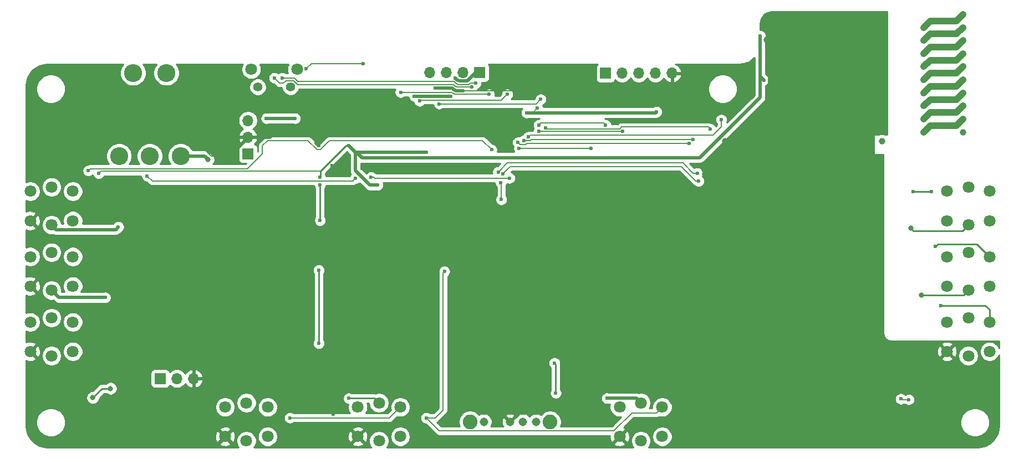
<source format=gbr>
%TF.GenerationSoftware,KiCad,Pcbnew,5.1.10-88a1d61d58~90~ubuntu20.04.1*%
%TF.CreationDate,2022-04-11T18:47:40-06:00*%
%TF.ProjectId,controller,636f6e74-726f-46c6-9c65-722e6b696361,rev?*%
%TF.SameCoordinates,Original*%
%TF.FileFunction,Copper,L2,Bot*%
%TF.FilePolarity,Positive*%
%FSLAX46Y46*%
G04 Gerber Fmt 4.6, Leading zero omitted, Abs format (unit mm)*
G04 Created by KiCad (PCBNEW 5.1.10-88a1d61d58~90~ubuntu20.04.1) date 2022-04-11 18:47:40*
%MOMM*%
%LPD*%
G01*
G04 APERTURE LIST*
%TA.AperFunction,ComponentPad*%
%ADD10C,1.800000*%
%TD*%
%TA.AperFunction,ComponentPad*%
%ADD11O,1.700000X1.700000*%
%TD*%
%TA.AperFunction,ComponentPad*%
%ADD12R,1.700000X1.700000*%
%TD*%
%TA.AperFunction,ComponentPad*%
%ADD13C,1.408000*%
%TD*%
%TA.AperFunction,ComponentPad*%
%ADD14C,2.250000*%
%TD*%
%TA.AperFunction,ComponentPad*%
%ADD15C,1.308000*%
%TD*%
%TA.AperFunction,ComponentPad*%
%ADD16C,2.750000*%
%TD*%
%TA.AperFunction,ViaPad*%
%ADD17C,1.000000*%
%TD*%
%TA.AperFunction,ViaPad*%
%ADD18C,0.600000*%
%TD*%
%TA.AperFunction,ViaPad*%
%ADD19C,0.800000*%
%TD*%
%TA.AperFunction,Conductor*%
%ADD20C,0.150000*%
%TD*%
%TA.AperFunction,Conductor*%
%ADD21C,0.250000*%
%TD*%
%TA.AperFunction,Conductor*%
%ADD22C,0.500000*%
%TD*%
%TA.AperFunction,Conductor*%
%ADD23C,1.000000*%
%TD*%
%TA.AperFunction,Conductor*%
%ADD24C,0.254000*%
%TD*%
%TA.AperFunction,Conductor*%
%ADD25C,0.100000*%
%TD*%
G04 APERTURE END LIST*
D10*
%TO.P,SW9,2*%
%TO.N,N/C*%
X68000000Y-155250000D03*
%TO.P,SW9,4*%
%TO.N,GND*%
X61500000Y-155250000D03*
%TO.P,SW9,1*%
%TO.N,Net-(R28-Pad2)*%
X68000000Y-150750000D03*
%TO.P,SW9,3*%
%TO.N,N/C*%
X61500000Y-150750000D03*
%TO.P,SW9,6*%
%TO.N,/BLED_8*%
X64750000Y-155900000D03*
%TO.P,SW9,5*%
%TO.N,+BATT*%
X64750000Y-150100000D03*
%TD*%
%TO.P,SW8,2*%
%TO.N,N/C*%
X88250000Y-155250000D03*
%TO.P,SW8,4*%
%TO.N,GND*%
X81750000Y-155250000D03*
%TO.P,SW8,1*%
%TO.N,Net-(R27-Pad1)*%
X88250000Y-150750000D03*
%TO.P,SW8,3*%
%TO.N,N/C*%
X81750000Y-150750000D03*
%TO.P,SW8,6*%
%TO.N,/BLED_7*%
X85000000Y-155900000D03*
%TO.P,SW8,5*%
%TO.N,+BATT*%
X85000000Y-150100000D03*
%TD*%
%TO.P,SW7,2*%
%TO.N,N/C*%
X128250000Y-155250000D03*
%TO.P,SW7,4*%
%TO.N,GND*%
X121750000Y-155250000D03*
%TO.P,SW7,1*%
%TO.N,/SW_ACTION*%
X128250000Y-150750000D03*
%TO.P,SW7,3*%
%TO.N,N/C*%
X121750000Y-150750000D03*
%TO.P,SW7,6*%
%TO.N,/BLED_6*%
X125000000Y-155900000D03*
%TO.P,SW7,5*%
%TO.N,+BATT*%
X125000000Y-150100000D03*
%TD*%
%TO.P,SW6,2*%
%TO.N,N/C*%
X178250000Y-142250000D03*
%TO.P,SW6,4*%
%TO.N,GND*%
X171750000Y-142250000D03*
%TO.P,SW6,1*%
%TO.N,Net-(R21-Pad2)*%
X178250000Y-137750000D03*
%TO.P,SW6,3*%
%TO.N,N/C*%
X171750000Y-137750000D03*
%TO.P,SW6,6*%
%TO.N,/BLED_5*%
X175000000Y-142900000D03*
%TO.P,SW6,5*%
%TO.N,+BATT*%
X175000000Y-137100000D03*
%TD*%
%TO.P,SW5,2*%
%TO.N,N/C*%
X178250000Y-132250000D03*
%TO.P,SW5,4*%
%TO.N,GND*%
X171750000Y-132250000D03*
%TO.P,SW5,1*%
%TO.N,Net-(R20-Pad1)*%
X178250000Y-127750000D03*
%TO.P,SW5,3*%
%TO.N,N/C*%
X171750000Y-127750000D03*
%TO.P,SW5,6*%
%TO.N,/BLED_4*%
X175000000Y-132900000D03*
%TO.P,SW5,5*%
%TO.N,+BATT*%
X175000000Y-127100000D03*
%TD*%
%TO.P,SW4,2*%
%TO.N,N/C*%
X178250000Y-122250000D03*
%TO.P,SW4,4*%
%TO.N,GND*%
X171750000Y-122250000D03*
%TO.P,SW4,1*%
%TO.N,/SW_RIGHT*%
X178250000Y-117750000D03*
%TO.P,SW4,3*%
%TO.N,N/C*%
X171750000Y-117750000D03*
%TO.P,SW4,6*%
%TO.N,/BLED_3*%
X175000000Y-122900000D03*
%TO.P,SW4,5*%
%TO.N,+BATT*%
X175000000Y-117100000D03*
%TD*%
%TO.P,SW3,2*%
%TO.N,N/C*%
X38250000Y-142250000D03*
%TO.P,SW3,4*%
%TO.N,GND*%
X31750000Y-142250000D03*
%TO.P,SW3,1*%
%TO.N,Net-(R5-Pad2)*%
X38250000Y-137750000D03*
%TO.P,SW3,3*%
%TO.N,N/C*%
X31750000Y-137750000D03*
%TO.P,SW3,6*%
%TO.N,/BLED_2*%
X35000000Y-142900000D03*
%TO.P,SW3,5*%
%TO.N,+BATT*%
X35000000Y-137100000D03*
%TD*%
%TO.P,SW2,2*%
%TO.N,N/C*%
X38250000Y-132250000D03*
%TO.P,SW2,4*%
%TO.N,GND*%
X31750000Y-132250000D03*
%TO.P,SW2,1*%
%TO.N,Net-(R4-Pad1)*%
X38250000Y-127750000D03*
%TO.P,SW2,3*%
%TO.N,N/C*%
X31750000Y-127750000D03*
%TO.P,SW2,6*%
%TO.N,/BLED_1*%
X35000000Y-132900000D03*
%TO.P,SW2,5*%
%TO.N,+BATT*%
X35000000Y-127100000D03*
%TD*%
%TO.P,SW1,2*%
%TO.N,N/C*%
X38250000Y-122250000D03*
%TO.P,SW1,4*%
%TO.N,GND*%
X31750000Y-122250000D03*
%TO.P,SW1,1*%
%TO.N,/SW_LEFT*%
X38250000Y-117750000D03*
%TO.P,SW1,3*%
%TO.N,N/C*%
X31750000Y-117750000D03*
%TO.P,SW1,6*%
%TO.N,/BLED_0*%
X35000000Y-122900000D03*
%TO.P,SW1,5*%
%TO.N,+BATT*%
X35000000Y-117100000D03*
%TD*%
D11*
%TO.P,J5,3*%
%TO.N,GND*%
X56680000Y-146400000D03*
%TO.P,J5,2*%
%TO.N,Net-(J5-Pad2)*%
X54140000Y-146400000D03*
D12*
%TO.P,J5,1*%
%TO.N,+BATT*%
X51600000Y-146400000D03*
%TD*%
D10*
%TO.P,J4,P$9*%
%TO.N,N/C*%
X65500000Y-99100000D03*
%TO.P,J4,P$8*%
X72500000Y-99100000D03*
D13*
%TO.P,J4,P$7*%
X66500000Y-101800000D03*
%TO.P,J4,P$6*%
X71500000Y-101800000D03*
%TD*%
D14*
%TO.P,S1,MOUNT2*%
%TO.N,N/C*%
X111100000Y-153000000D03*
%TO.P,S1,MOUNT1*%
X98900000Y-153000000D03*
D15*
%TO.P,S1,4*%
%TO.N,/SW_MODE*%
X109000000Y-153000000D03*
%TO.P,S1,3*%
%TO.N,Net-(R8-Pad1)*%
X107000000Y-153000000D03*
%TO.P,S1,1*%
%TO.N,Net-(R9-Pad2)*%
X101000000Y-153000000D03*
%TO.P,S1,2*%
%TO.N,GND*%
X105000000Y-153000000D03*
%TD*%
D16*
%TO.P,SW10,~*%
%TO.N,N/C*%
X47460000Y-99650000D03*
X52540000Y-99650000D03*
%TO.P,SW10,3*%
X45300000Y-112350000D03*
%TO.P,SW10,2*%
%TO.N,/BATT_DIRECT*%
X50000000Y-112350000D03*
%TO.P,SW10,1*%
%TO.N,+BATT*%
X54700000Y-112350000D03*
%TD*%
D11*
%TO.P,J3,4*%
%TO.N,/SWCLK*%
X92780000Y-99600000D03*
%TO.P,J3,3*%
%TO.N,/SWDIO*%
X95320000Y-99600000D03*
%TO.P,J3,2*%
%TO.N,GND*%
X97860000Y-99600000D03*
D12*
%TO.P,J3,1*%
%TO.N,VCC*%
X100400000Y-99600000D03*
%TD*%
D11*
%TO.P,J2,3*%
%TO.N,Net-(J2-Pad3)*%
X65000000Y-106920000D03*
%TO.P,J2,2*%
%TO.N,GND*%
X65000000Y-109460000D03*
D12*
%TO.P,J2,1*%
%TO.N,N/C*%
X65000000Y-112000000D03*
%TD*%
D11*
%TO.P,J1,5*%
%TO.N,GND*%
X129760000Y-99700000D03*
%TO.P,J1,4*%
%TO.N,VCC*%
X127220000Y-99700000D03*
%TO.P,J1,3*%
%TO.N,+BATT*%
X124680000Y-99700000D03*
%TO.P,J1,2*%
%TO.N,/AUX0*%
X122140000Y-99700000D03*
D12*
%TO.P,J1,1*%
%TO.N,/AUX1*%
X119600000Y-99700000D03*
%TD*%
D17*
%TO.N,*%
X161800000Y-110100000D03*
D18*
%TO.N,Net-(C1-Pad2)*%
X91200000Y-103950010D03*
X104600000Y-102925043D03*
D17*
%TO.N,GND*%
X159400000Y-92200000D03*
X162200000Y-92900000D03*
X162200000Y-94900000D03*
X162200000Y-96900000D03*
X162200000Y-98900000D03*
X162200000Y-100900000D03*
X162200000Y-102900000D03*
X162200000Y-104900000D03*
X162200000Y-106900000D03*
X162200000Y-108500000D03*
X134800000Y-115100000D03*
X139800000Y-115100000D03*
X144800000Y-115100000D03*
X149800000Y-115100000D03*
X154800000Y-115100000D03*
X160900000Y-115100000D03*
X157900000Y-110100000D03*
X152900000Y-110100000D03*
X147900000Y-110100000D03*
X142900000Y-110100000D03*
X137900000Y-110100000D03*
X134900000Y-105100000D03*
X139900000Y-105100000D03*
X143900000Y-105100000D03*
X149900000Y-105100000D03*
X160300000Y-105100000D03*
X155100000Y-105100000D03*
X134400000Y-99400000D03*
X140900000Y-100100000D03*
X146900000Y-100100000D03*
X151900000Y-100100000D03*
X156900000Y-100100000D03*
X158900000Y-95100000D03*
X153900000Y-95100000D03*
X148900000Y-95100000D03*
X144200000Y-94600000D03*
X151700000Y-91600000D03*
D19*
X49100000Y-118400000D03*
X59200000Y-118400000D03*
X69300000Y-118400000D03*
X79400000Y-118400000D03*
X89400000Y-118400000D03*
X99400000Y-118400000D03*
X109400000Y-118400000D03*
X119400000Y-118400000D03*
X129400000Y-118400000D03*
X139400000Y-118400000D03*
X149400000Y-118400000D03*
X159400000Y-118400000D03*
X160900000Y-131600000D03*
X150800000Y-131600000D03*
X140800000Y-131600000D03*
X130800000Y-131600000D03*
X121000000Y-131600000D03*
X110800000Y-131600000D03*
X100800000Y-131600000D03*
X90800000Y-131600000D03*
X81000000Y-131600000D03*
X71000000Y-131600000D03*
X61000000Y-131600000D03*
X51000000Y-131600000D03*
X49000000Y-138400000D03*
X59000000Y-138400000D03*
X69000000Y-138400000D03*
X79000000Y-138400000D03*
X89000000Y-138400000D03*
X99000000Y-138400000D03*
X109000000Y-138400000D03*
X119000000Y-138400000D03*
X129000000Y-138400000D03*
X139000000Y-138400000D03*
X149000000Y-138400000D03*
X159000000Y-138200000D03*
X160800000Y-154600000D03*
X151000000Y-154600000D03*
X141000000Y-154600000D03*
X171200000Y-148800000D03*
D18*
X169400000Y-117800000D03*
X166600000Y-117800000D03*
X144200000Y-101800000D03*
X144367500Y-98832500D03*
X144800000Y-97400000D03*
X93600000Y-102000000D03*
X97800000Y-102350033D03*
X98600000Y-105800000D03*
X105956061Y-106554545D03*
X62200000Y-112400000D03*
X57800000Y-110800000D03*
X51400000Y-110400000D03*
X42400000Y-120000000D03*
X46600000Y-149200000D03*
X78000000Y-151824990D03*
X129400000Y-152600000D03*
X106400000Y-148800000D03*
X69400000Y-108400000D03*
X77800000Y-108000000D03*
X75800000Y-110800000D03*
X100200000Y-114600000D03*
X82400000Y-114200000D03*
X79400000Y-114200000D03*
X77816447Y-113816447D03*
X105800000Y-102000000D03*
%TO.N,/SW_LEFT*%
X102200000Y-111400000D03*
X40600000Y-114600000D03*
%TO.N,/SW_RIGHT*%
X133800000Y-116200000D03*
X103959616Y-115051003D03*
%TO.N,/SW_ACTION*%
X92200000Y-152400000D03*
X95000000Y-130000000D03*
X103685073Y-119021268D03*
X103600000Y-116400000D03*
D19*
%TO.N,+BATT*%
X58900000Y-112900000D03*
D18*
X80400000Y-149400000D03*
X119800000Y-149400000D03*
%TO.N,/VBATT_DIV*%
X49600000Y-115400000D03*
X81400000Y-115800000D03*
X83800000Y-115600000D03*
X104941145Y-115733665D03*
%TO.N,VBUS*%
X67800000Y-106600000D03*
X72200000Y-106600000D03*
X82600000Y-98200000D03*
X73895878Y-98992625D03*
D17*
%TO.N,/ANTENNA*%
X174185000Y-90715000D03*
X168200000Y-92700000D03*
X174200000Y-92700000D03*
X168200000Y-94700000D03*
X174200000Y-94700000D03*
X168200000Y-96700000D03*
X174200000Y-96700000D03*
X168200000Y-98700000D03*
X174200000Y-98700000D03*
X168200000Y-100700000D03*
X174200000Y-100700000D03*
X168200000Y-102700000D03*
X174200000Y-102700000D03*
X168200000Y-104700000D03*
X174200000Y-104700000D03*
X168200000Y-106700000D03*
X174200000Y-106700000D03*
X168200000Y-108700000D03*
X174200000Y-108700000D03*
D18*
%TO.N,/AUX0*%
X109400000Y-108600000D03*
X122200000Y-108600000D03*
%TO.N,/AUX1*%
X109400000Y-107600000D03*
X119600000Y-107600000D03*
%TO.N,/LED_OUT*%
X88300000Y-102600000D03*
X101800000Y-102925043D03*
%TO.N,/BLED_0*%
X45200000Y-123200000D03*
%TO.N,/BLED_1*%
X43200000Y-134000000D03*
D19*
%TO.N,/BLED_3*%
X166200000Y-123400000D03*
%TO.N,/BLED_4*%
X167800000Y-133600000D03*
D18*
%TO.N,Net-(R20-Pad1)*%
X170000000Y-126200000D03*
%TO.N,Net-(R21-Pad2)*%
X170800000Y-135200000D03*
%TO.N,Net-(R25-Pad2)*%
X165900000Y-149600000D03*
X164700000Y-149500000D03*
%TO.N,Net-(R27-Pad1)*%
X71400000Y-152400000D03*
%TO.N,/DIO0*%
X135600000Y-108200000D03*
X110400000Y-108024990D03*
%TO.N,/NSS*%
X106400000Y-111200000D03*
X117400000Y-111200000D03*
%TO.N,/MISO*%
X133000000Y-109800000D03*
X107121586Y-110000020D03*
%TO.N,/MOSI*%
X107800000Y-109425010D03*
X137281849Y-106800011D03*
%TO.N,/SCK*%
X132400000Y-110400000D03*
X106213134Y-110275021D03*
%TO.N,/BOOT0*%
X94200000Y-104375010D03*
X109693406Y-103693406D03*
%TO.N,/USB+*%
X69000000Y-100400000D03*
X99200000Y-101775023D03*
%TO.N,/USB-*%
X70200000Y-100400000D03*
X99800000Y-101200000D03*
%TO.N,VCC*%
X143200000Y-94000000D03*
X143800000Y-100800000D03*
X80400000Y-110800000D03*
X92200000Y-111800000D03*
X84800000Y-116800000D03*
X90400000Y-103200000D03*
X90400000Y-111800000D03*
X96600000Y-100400000D03*
X95976990Y-103253936D03*
X107533558Y-105734887D03*
X109200000Y-105000000D03*
X127400000Y-105600000D03*
X42200000Y-115000000D03*
X76000000Y-115600000D03*
X76000000Y-116800000D03*
X76000000Y-122200000D03*
X75800000Y-129800000D03*
X75800000Y-141000000D03*
X112000000Y-148600000D03*
X111800000Y-144000000D03*
X133600000Y-115000000D03*
X103200000Y-114800000D03*
D19*
%TO.N,Net-(R35-Pad2)*%
X41300000Y-149300000D03*
X44000000Y-147900000D03*
%TD*%
D20*
%TO.N,Net-(C1-Pad2)*%
X91350010Y-103800000D02*
X95672050Y-103800000D01*
X103696105Y-103828938D02*
X104600000Y-102925043D01*
X95700988Y-103828938D02*
X103696105Y-103828938D01*
X91200000Y-103950010D02*
X91350010Y-103800000D01*
X95672050Y-103800000D02*
X95700988Y-103828938D01*
D21*
%TO.N,GND*%
X169400000Y-117800000D02*
X166600000Y-117800000D01*
D22*
X144200000Y-101800000D02*
X144667499Y-101332501D01*
X144667499Y-101332501D02*
X144667499Y-99132499D01*
X144667499Y-99132499D02*
X144367500Y-98832500D01*
X93600000Y-102000000D02*
X96220056Y-102000000D01*
X96706087Y-102350033D02*
X97800000Y-102350033D01*
X96556087Y-102200033D02*
X96706087Y-102350033D01*
X96420089Y-102200033D02*
X96556087Y-102200033D01*
X96220056Y-102000000D02*
X96420089Y-102200033D01*
X65000000Y-109600000D02*
X62200000Y-112400000D01*
X65000000Y-109460000D02*
X65000000Y-109600000D01*
D20*
X59400000Y-112400000D02*
X57800000Y-110800000D01*
X62200000Y-112400000D02*
X59400000Y-112400000D01*
X57400000Y-110400000D02*
X51400000Y-110400000D01*
X57800000Y-110800000D02*
X57400000Y-110400000D01*
D22*
X68340000Y-109460000D02*
X69400000Y-108400000D01*
X65000000Y-109460000D02*
X68340000Y-109460000D01*
X77400000Y-108400000D02*
X77800000Y-108000000D01*
X75400000Y-110400000D02*
X75800000Y-110800000D01*
X75400000Y-108400000D02*
X75400000Y-110400000D01*
X75400000Y-108400000D02*
X77400000Y-108400000D01*
X69400000Y-108400000D02*
X75400000Y-108400000D01*
D21*
X99800000Y-114200000D02*
X82400000Y-114200000D01*
X100200000Y-114600000D02*
X99800000Y-114200000D01*
X79400000Y-114200000D02*
X78200000Y-114200000D01*
X78200000Y-114200000D02*
X77816447Y-113816447D01*
X78000000Y-151824990D02*
X78000000Y-151200000D01*
D20*
X97800000Y-102350033D02*
X105449967Y-102350033D01*
X105449967Y-102350033D02*
X105800000Y-102000000D01*
D21*
X99354545Y-106554545D02*
X98600000Y-105800000D01*
X105956061Y-106554545D02*
X99354545Y-106554545D01*
D20*
%TO.N,/SW_LEFT*%
X102200000Y-111400000D02*
X100800000Y-110000000D01*
X67200000Y-110800000D02*
X67200000Y-111995002D01*
X77451004Y-110000000D02*
X76076002Y-111375002D01*
X100800000Y-110000000D02*
X77451004Y-110000000D01*
X75523998Y-111375002D02*
X74148996Y-110000000D01*
X74148996Y-110000000D02*
X68000000Y-110000000D01*
X68000000Y-110000000D02*
X67200000Y-110800000D01*
X67200000Y-111995002D02*
X64895001Y-114300001D01*
X40899999Y-114300001D02*
X40600000Y-114600000D01*
X64895001Y-114300001D02*
X40899999Y-114300001D01*
X76076002Y-111375002D02*
X75523998Y-111375002D01*
%TO.N,/SW_RIGHT*%
X131165725Y-113989989D02*
X105020630Y-113989989D01*
X105020630Y-113989989D02*
X103959616Y-115051003D01*
X133375736Y-116200000D02*
X131165725Y-113989989D01*
X133800000Y-116200000D02*
X133375736Y-116200000D01*
%TO.N,/SW_ACTION*%
X127350001Y-151649999D02*
X128250000Y-150750000D01*
X123610999Y-151649999D02*
X127350001Y-151649999D01*
X120860997Y-154400001D02*
X123610999Y-151649999D01*
X94200001Y-154400001D02*
X120860997Y-154400001D01*
X92200000Y-152400000D02*
X94200001Y-154400001D01*
X92200000Y-152400000D02*
X93600000Y-152400000D01*
X93600000Y-152400000D02*
X94800000Y-151200000D01*
X94800000Y-130200000D02*
X95000000Y-130000000D01*
X94800000Y-151200000D02*
X94800000Y-130200000D01*
X103685073Y-116485073D02*
X103600000Y-116400000D01*
X103685073Y-119021268D02*
X103685073Y-116485073D01*
D22*
%TO.N,+BATT*%
X58350000Y-112350000D02*
X58900000Y-112900000D01*
X54700000Y-112350000D02*
X58350000Y-112350000D01*
D21*
X84300000Y-149400000D02*
X80400000Y-149400000D01*
X85000000Y-150100000D02*
X84300000Y-149400000D01*
D22*
X124300000Y-149400000D02*
X119800000Y-149400000D01*
X125000000Y-150100000D02*
X124300000Y-149400000D01*
D20*
%TO.N,/VBATT_DIV*%
X81024998Y-116175002D02*
X81100001Y-116099999D01*
X50375002Y-116175002D02*
X81024998Y-116175002D01*
X49600000Y-115400000D02*
X50375002Y-116175002D01*
X81100001Y-116099999D02*
X81400000Y-115800000D01*
X84224264Y-115600000D02*
X84357929Y-115733665D01*
X83800000Y-115600000D02*
X84224264Y-115600000D01*
X84357929Y-115733665D02*
X104941145Y-115733665D01*
D22*
%TO.N,VBUS*%
X67800000Y-106600000D02*
X72200000Y-106600000D01*
D20*
X74688503Y-98200000D02*
X73895878Y-98992625D01*
X82600000Y-98200000D02*
X74688503Y-98200000D01*
D23*
%TO.N,/ANTENNA*%
X174185000Y-90715000D02*
X173200000Y-91700000D01*
X173200000Y-91700000D02*
X169200000Y-91700000D01*
X169200000Y-91700000D02*
X168200000Y-92700000D01*
X174200000Y-92700000D02*
X173200000Y-93700000D01*
X173200000Y-93700000D02*
X169200000Y-93700000D01*
X169200000Y-93700000D02*
X168200000Y-94700000D01*
X174200000Y-94700000D02*
X173200000Y-95700000D01*
X173200000Y-95700000D02*
X169200000Y-95700000D01*
X169200000Y-95700000D02*
X168200000Y-96700000D01*
X174200000Y-96700000D02*
X173200000Y-97700000D01*
X173200000Y-97700000D02*
X169200000Y-97700000D01*
X169200000Y-97700000D02*
X168200000Y-98700000D01*
X174200000Y-98700000D02*
X173200000Y-99700000D01*
X173200000Y-99700000D02*
X169200000Y-99700000D01*
X169200000Y-99700000D02*
X168200000Y-100700000D01*
X174200000Y-100700000D02*
X173200000Y-101700000D01*
X173200000Y-101700000D02*
X169200000Y-101700000D01*
X169200000Y-101700000D02*
X168200000Y-102700000D01*
X174200000Y-102700000D02*
X173200000Y-103700000D01*
X173200000Y-103700000D02*
X169200000Y-103700000D01*
X169200000Y-103700000D02*
X168200000Y-104700000D01*
X174200000Y-104700000D02*
X173200000Y-105700000D01*
X173200000Y-105700000D02*
X169200000Y-105700000D01*
X169200000Y-105700000D02*
X168200000Y-106700000D01*
X174200000Y-106700000D02*
X173200000Y-107700000D01*
X173200000Y-107700000D02*
X169200000Y-107700000D01*
X169200000Y-107700000D02*
X168200000Y-108700000D01*
D20*
%TO.N,/AUX0*%
X109400000Y-108600000D02*
X122200000Y-108600000D01*
%TO.N,/AUX1*%
X119300001Y-107300001D02*
X119600000Y-107600000D01*
X109400000Y-107600000D02*
X109699999Y-107300001D01*
X109699999Y-107300001D02*
X119300001Y-107300001D01*
%TO.N,/LED_OUT*%
X88300000Y-102600000D02*
X96077579Y-102600000D01*
X96338621Y-102725044D02*
X96538620Y-102925043D01*
X96202623Y-102725044D02*
X96338621Y-102725044D01*
X96538620Y-102925043D02*
X101800000Y-102925043D01*
X96077579Y-102600000D02*
X96202623Y-102725044D01*
D22*
%TO.N,/BLED_0*%
X35700001Y-123600001D02*
X35000000Y-122900000D01*
X44799999Y-123600001D02*
X35700001Y-123600001D01*
X45200000Y-123200000D02*
X44799999Y-123600001D01*
%TO.N,/BLED_1*%
X36100000Y-134000000D02*
X35000000Y-132900000D01*
X43200000Y-134000000D02*
X36100000Y-134000000D01*
D21*
%TO.N,/BLED_3*%
X174100001Y-123799999D02*
X175000000Y-122900000D01*
X166599999Y-123799999D02*
X174100001Y-123799999D01*
X166200000Y-123400000D02*
X166599999Y-123799999D01*
%TO.N,/BLED_4*%
X174300000Y-133600000D02*
X175000000Y-132900000D01*
X167800000Y-133600000D02*
X174300000Y-133600000D01*
%TO.N,Net-(R20-Pad1)*%
X178250000Y-127750000D02*
X176300000Y-125800000D01*
X170400000Y-125800000D02*
X170000000Y-126200000D01*
X176300000Y-125800000D02*
X170400000Y-125800000D01*
%TO.N,Net-(R21-Pad2)*%
X178250000Y-137750000D02*
X178250000Y-135850000D01*
X178250000Y-135850000D02*
X177600000Y-135200000D01*
X177600000Y-135200000D02*
X170800000Y-135200000D01*
D20*
%TO.N,Net-(R25-Pad2)*%
X164800000Y-149600000D02*
X164700000Y-149500000D01*
X165900000Y-149600000D02*
X164800000Y-149600000D01*
%TO.N,Net-(R27-Pad1)*%
X71400000Y-152400000D02*
X86600000Y-152400000D01*
X86600000Y-152400000D02*
X88250000Y-150750000D01*
%TO.N,/DIO0*%
X110575010Y-108200000D02*
X110400000Y-108024990D01*
X135300001Y-107900001D02*
X122048995Y-107900001D01*
X121748996Y-108200000D02*
X110575010Y-108200000D01*
X122048995Y-107900001D02*
X121748996Y-108200000D01*
X135600000Y-108200000D02*
X135300001Y-107900001D01*
%TO.N,/NSS*%
X106400000Y-111200000D02*
X117400000Y-111200000D01*
%TO.N,/MISO*%
X108075994Y-110000020D02*
X107121586Y-110000020D01*
X108276014Y-109800000D02*
X108075994Y-110000020D01*
X133000000Y-109800000D02*
X108276014Y-109800000D01*
%TO.N,/MOSI*%
X136000000Y-109200000D02*
X137281849Y-107918151D01*
X107800000Y-109425010D02*
X108025010Y-109200000D01*
X108025010Y-109200000D02*
X136000000Y-109200000D01*
X137281849Y-107918151D02*
X137281849Y-106800011D01*
%TO.N,/SCK*%
X106513133Y-110575020D02*
X106213134Y-110275021D01*
X132400000Y-110400000D02*
X107572608Y-110400000D01*
X107397587Y-110575021D02*
X106513133Y-110575020D01*
X107572608Y-110400000D02*
X107397587Y-110575021D01*
%TO.N,/BOOT0*%
X94200000Y-104375010D02*
X109011802Y-104375010D01*
X109011802Y-104375010D02*
X109693406Y-103693406D01*
%TO.N,/USB+*%
X96773553Y-101675022D02*
X96873554Y-101775023D01*
X96637555Y-101675022D02*
X96773553Y-101675022D01*
X96387534Y-101424999D02*
X96637555Y-101675022D01*
X96873554Y-101775023D02*
X99200000Y-101775023D01*
X72573921Y-101424999D02*
X96387534Y-101424999D01*
X71969921Y-100820999D02*
X72573921Y-101424999D01*
X70779001Y-100820999D02*
X71969921Y-100820999D01*
X69000000Y-100400000D02*
X69800000Y-101200000D01*
X69800000Y-101200000D02*
X70400000Y-101200000D01*
X70400000Y-101200000D02*
X70779001Y-100820999D01*
%TO.N,/USB-*%
X72618913Y-100975001D02*
X96432525Y-100975001D01*
X96432525Y-100975001D02*
X96782534Y-101325011D01*
X97018533Y-101425012D02*
X98701467Y-101425012D01*
X98701467Y-101425012D02*
X98926479Y-101200000D01*
X72043912Y-100400000D02*
X72618913Y-100975001D01*
X70200000Y-100400000D02*
X72043912Y-100400000D01*
X96782534Y-101325011D02*
X96918532Y-101325011D01*
X96918532Y-101325011D02*
X97018533Y-101425012D01*
X98926479Y-101200000D02*
X99800000Y-101200000D01*
D22*
%TO.N,VCC*%
X143200000Y-100200000D02*
X143800000Y-100800000D01*
X143200000Y-94000000D02*
X143200000Y-100200000D01*
X81400000Y-111800000D02*
X92200000Y-111800000D01*
X80400000Y-110800000D02*
X81400000Y-111800000D01*
X81400000Y-111800000D02*
X81400000Y-114600000D01*
X81400000Y-114600000D02*
X83600000Y-116800000D01*
X83600000Y-116800000D02*
X84800000Y-116800000D01*
X99784002Y-99600000D02*
X100400000Y-99600000D01*
X97135998Y-100800000D02*
X97235999Y-100900001D01*
X97000000Y-100800000D02*
X97135998Y-100800000D01*
X97235999Y-100900001D02*
X98484001Y-100900001D01*
X90400000Y-103200000D02*
X95923054Y-103200000D01*
X96600000Y-100400000D02*
X97000000Y-100800000D01*
X98484001Y-100900001D02*
X99784002Y-99600000D01*
X95923054Y-103200000D02*
X95976990Y-103253936D01*
D20*
X108465113Y-105734887D02*
X109200000Y-105000000D01*
X107533558Y-105734887D02*
X108465113Y-105734887D01*
D22*
X127265113Y-105734887D02*
X127400000Y-105600000D01*
X107533558Y-105734887D02*
X127265113Y-105734887D01*
X143200000Y-103200000D02*
X143200000Y-100200000D01*
X81400000Y-111800000D02*
X81600000Y-111800000D01*
X81600000Y-111800000D02*
X82400000Y-112600000D01*
X143200000Y-103393998D02*
X143200000Y-103200000D01*
X133993998Y-112600000D02*
X143200000Y-103393998D01*
X82400000Y-112600000D02*
X133993998Y-112600000D01*
D20*
X76048995Y-114700001D02*
X42499999Y-114700001D01*
X42499999Y-114700001D02*
X42200000Y-115000000D01*
D21*
X79948996Y-110800000D02*
X76048995Y-114700001D01*
X80400000Y-110800000D02*
X79948996Y-110800000D01*
X76048995Y-115551005D02*
X76000000Y-115600000D01*
X76048995Y-114700001D02*
X76048995Y-115551005D01*
X76000000Y-116800000D02*
X76000000Y-122200000D01*
X75800000Y-129800000D02*
X75800000Y-141000000D01*
X112000000Y-144200000D02*
X111800000Y-144000000D01*
X112000000Y-148600000D02*
X112000000Y-144200000D01*
D20*
X133600000Y-115000000D02*
X133000000Y-115000000D01*
X133000000Y-115000000D02*
X131400000Y-113400000D01*
X131400000Y-113400000D02*
X104600000Y-113400000D01*
X104600000Y-113400000D02*
X103200000Y-114800000D01*
D21*
%TO.N,Net-(R35-Pad2)*%
X42700000Y-147900000D02*
X44000000Y-147900000D01*
X41300000Y-149300000D02*
X42700000Y-147900000D01*
%TD*%
D24*
%TO.N,GND*%
X162573000Y-109073000D02*
X162286501Y-109073000D01*
X162131067Y-109008617D01*
X161911788Y-108965000D01*
X161688212Y-108965000D01*
X161468933Y-109008617D01*
X161313499Y-109073000D01*
X160700000Y-109073000D01*
X160675224Y-109075440D01*
X160651399Y-109082667D01*
X160629443Y-109094403D01*
X160610197Y-109110197D01*
X160594403Y-109129443D01*
X160582667Y-109151399D01*
X160575440Y-109175224D01*
X160573000Y-109200000D01*
X160573000Y-111872702D01*
X150954260Y-111871355D01*
X150952936Y-90310000D01*
X162573000Y-90310000D01*
X162573000Y-109073000D01*
%TA.AperFunction,Conductor*%
D25*
G36*
X162573000Y-109073000D02*
G01*
X162286501Y-109073000D01*
X162131067Y-109008617D01*
X161911788Y-108965000D01*
X161688212Y-108965000D01*
X161468933Y-109008617D01*
X161313499Y-109073000D01*
X160700000Y-109073000D01*
X160675224Y-109075440D01*
X160651399Y-109082667D01*
X160629443Y-109094403D01*
X160610197Y-109110197D01*
X160594403Y-109129443D01*
X160582667Y-109151399D01*
X160575440Y-109175224D01*
X160573000Y-109200000D01*
X160573000Y-111872702D01*
X150954260Y-111871355D01*
X150952936Y-90310000D01*
X162573000Y-90310000D01*
X162573000Y-109073000D01*
G37*
%TD.AperFunction*%
%TD*%
D24*
%TO.N,GND*%
X162021822Y-90429811D02*
X162039198Y-90606234D01*
X162039198Y-108990343D01*
X161911788Y-108965000D01*
X161688212Y-108965000D01*
X161468933Y-109008617D01*
X161313499Y-109073000D01*
X160700000Y-109073000D01*
X160675224Y-109075440D01*
X160651399Y-109082667D01*
X160629443Y-109094403D01*
X160610197Y-109110197D01*
X160594403Y-109129443D01*
X160582667Y-109151399D01*
X160575440Y-109175224D01*
X160573000Y-109200000D01*
X160573000Y-112000000D01*
X160575440Y-112024776D01*
X160582667Y-112048601D01*
X160594403Y-112070557D01*
X160610197Y-112089803D01*
X160629443Y-112105597D01*
X160651399Y-112117333D01*
X160675224Y-112124560D01*
X160700000Y-112127000D01*
X162039198Y-112127000D01*
X162039198Y-139500000D01*
X162039810Y-139512448D01*
X162059025Y-139707538D01*
X162063881Y-139731956D01*
X162120786Y-139919549D01*
X162130314Y-139942550D01*
X162222724Y-140115437D01*
X162236556Y-140136138D01*
X162360919Y-140287675D01*
X162378523Y-140305279D01*
X162530060Y-140429642D01*
X162550761Y-140443474D01*
X162723648Y-140535884D01*
X162746649Y-140545412D01*
X162934242Y-140602317D01*
X162958660Y-140607173D01*
X163153750Y-140626388D01*
X163166198Y-140627000D01*
X179559964Y-140627000D01*
X179690000Y-140639807D01*
X179690000Y-141715320D01*
X179610299Y-141522905D01*
X179442312Y-141271495D01*
X179228505Y-141057688D01*
X178977095Y-140889701D01*
X178697743Y-140773989D01*
X178401184Y-140715000D01*
X178098816Y-140715000D01*
X177802257Y-140773989D01*
X177522905Y-140889701D01*
X177271495Y-141057688D01*
X177057688Y-141271495D01*
X176889701Y-141522905D01*
X176773989Y-141802257D01*
X176715000Y-142098816D01*
X176715000Y-142401184D01*
X176773989Y-142697743D01*
X176889701Y-142977095D01*
X177057688Y-143228505D01*
X177271495Y-143442312D01*
X177522905Y-143610299D01*
X177802257Y-143726011D01*
X178098816Y-143785000D01*
X178401184Y-143785000D01*
X178697743Y-143726011D01*
X178977095Y-143610299D01*
X179228505Y-143442312D01*
X179442312Y-143228505D01*
X179610299Y-142977095D01*
X179690000Y-142784680D01*
X179690000Y-153565280D01*
X179624004Y-154238366D01*
X179438607Y-154852428D01*
X179137474Y-155418775D01*
X178732071Y-155915847D01*
X178237842Y-156324710D01*
X177673611Y-156629790D01*
X177060862Y-156819467D01*
X176389787Y-156890000D01*
X126180817Y-156890000D01*
X126192312Y-156878505D01*
X126360299Y-156627095D01*
X126476011Y-156347743D01*
X126535000Y-156051184D01*
X126535000Y-155748816D01*
X126476011Y-155452257D01*
X126360299Y-155172905D01*
X126310795Y-155098816D01*
X126715000Y-155098816D01*
X126715000Y-155401184D01*
X126773989Y-155697743D01*
X126889701Y-155977095D01*
X127057688Y-156228505D01*
X127271495Y-156442312D01*
X127522905Y-156610299D01*
X127802257Y-156726011D01*
X128098816Y-156785000D01*
X128401184Y-156785000D01*
X128697743Y-156726011D01*
X128977095Y-156610299D01*
X129228505Y-156442312D01*
X129442312Y-156228505D01*
X129610299Y-155977095D01*
X129726011Y-155697743D01*
X129785000Y-155401184D01*
X129785000Y-155098816D01*
X129726011Y-154802257D01*
X129610299Y-154522905D01*
X129442312Y-154271495D01*
X129228505Y-154057688D01*
X128977095Y-153889701D01*
X128697743Y-153773989D01*
X128401184Y-153715000D01*
X128098816Y-153715000D01*
X127802257Y-153773989D01*
X127522905Y-153889701D01*
X127271495Y-154057688D01*
X127057688Y-154271495D01*
X126889701Y-154522905D01*
X126773989Y-154802257D01*
X126715000Y-155098816D01*
X126310795Y-155098816D01*
X126192312Y-154921495D01*
X125978505Y-154707688D01*
X125727095Y-154539701D01*
X125447743Y-154423989D01*
X125151184Y-154365000D01*
X124848816Y-154365000D01*
X124552257Y-154423989D01*
X124272905Y-154539701D01*
X124021495Y-154707688D01*
X123807688Y-154921495D01*
X123639701Y-155172905D01*
X123523989Y-155452257D01*
X123465000Y-155748816D01*
X123465000Y-156051184D01*
X123523989Y-156347743D01*
X123639701Y-156627095D01*
X123807688Y-156878505D01*
X123819183Y-156890000D01*
X86180817Y-156890000D01*
X86192312Y-156878505D01*
X86360299Y-156627095D01*
X86476011Y-156347743D01*
X86535000Y-156051184D01*
X86535000Y-155748816D01*
X86476011Y-155452257D01*
X86360299Y-155172905D01*
X86310795Y-155098816D01*
X86715000Y-155098816D01*
X86715000Y-155401184D01*
X86773989Y-155697743D01*
X86889701Y-155977095D01*
X87057688Y-156228505D01*
X87271495Y-156442312D01*
X87522905Y-156610299D01*
X87802257Y-156726011D01*
X88098816Y-156785000D01*
X88401184Y-156785000D01*
X88697743Y-156726011D01*
X88977095Y-156610299D01*
X89228505Y-156442312D01*
X89356737Y-156314080D01*
X120865525Y-156314080D01*
X120949208Y-156568261D01*
X121221775Y-156699158D01*
X121514642Y-156774365D01*
X121816553Y-156790991D01*
X122115907Y-156748397D01*
X122401199Y-156648222D01*
X122550792Y-156568261D01*
X122634475Y-156314080D01*
X121750000Y-155429605D01*
X120865525Y-156314080D01*
X89356737Y-156314080D01*
X89442312Y-156228505D01*
X89610299Y-155977095D01*
X89726011Y-155697743D01*
X89785000Y-155401184D01*
X89785000Y-155098816D01*
X89726011Y-154802257D01*
X89610299Y-154522905D01*
X89442312Y-154271495D01*
X89228505Y-154057688D01*
X88977095Y-153889701D01*
X88697743Y-153773989D01*
X88401184Y-153715000D01*
X88098816Y-153715000D01*
X87802257Y-153773989D01*
X87522905Y-153889701D01*
X87271495Y-154057688D01*
X87057688Y-154271495D01*
X86889701Y-154522905D01*
X86773989Y-154802257D01*
X86715000Y-155098816D01*
X86310795Y-155098816D01*
X86192312Y-154921495D01*
X85978505Y-154707688D01*
X85727095Y-154539701D01*
X85447743Y-154423989D01*
X85151184Y-154365000D01*
X84848816Y-154365000D01*
X84552257Y-154423989D01*
X84272905Y-154539701D01*
X84021495Y-154707688D01*
X83807688Y-154921495D01*
X83639701Y-155172905D01*
X83523989Y-155452257D01*
X83465000Y-155748816D01*
X83465000Y-156051184D01*
X83523989Y-156347743D01*
X83639701Y-156627095D01*
X83807688Y-156878505D01*
X83819183Y-156890000D01*
X65930817Y-156890000D01*
X65942312Y-156878505D01*
X66110299Y-156627095D01*
X66226011Y-156347743D01*
X66285000Y-156051184D01*
X66285000Y-155748816D01*
X66226011Y-155452257D01*
X66110299Y-155172905D01*
X66060795Y-155098816D01*
X66465000Y-155098816D01*
X66465000Y-155401184D01*
X66523989Y-155697743D01*
X66639701Y-155977095D01*
X66807688Y-156228505D01*
X67021495Y-156442312D01*
X67272905Y-156610299D01*
X67552257Y-156726011D01*
X67848816Y-156785000D01*
X68151184Y-156785000D01*
X68447743Y-156726011D01*
X68727095Y-156610299D01*
X68978505Y-156442312D01*
X69106737Y-156314080D01*
X80865525Y-156314080D01*
X80949208Y-156568261D01*
X81221775Y-156699158D01*
X81514642Y-156774365D01*
X81816553Y-156790991D01*
X82115907Y-156748397D01*
X82401199Y-156648222D01*
X82550792Y-156568261D01*
X82634475Y-156314080D01*
X81750000Y-155429605D01*
X80865525Y-156314080D01*
X69106737Y-156314080D01*
X69192312Y-156228505D01*
X69360299Y-155977095D01*
X69476011Y-155697743D01*
X69535000Y-155401184D01*
X69535000Y-155316553D01*
X80209009Y-155316553D01*
X80251603Y-155615907D01*
X80351778Y-155901199D01*
X80431739Y-156050792D01*
X80685920Y-156134475D01*
X81570395Y-155250000D01*
X81929605Y-155250000D01*
X82814080Y-156134475D01*
X83068261Y-156050792D01*
X83199158Y-155778225D01*
X83274365Y-155485358D01*
X83290991Y-155183447D01*
X83248397Y-154884093D01*
X83148222Y-154598801D01*
X83068261Y-154449208D01*
X82814080Y-154365525D01*
X81929605Y-155250000D01*
X81570395Y-155250000D01*
X80685920Y-154365525D01*
X80431739Y-154449208D01*
X80300842Y-154721775D01*
X80225635Y-155014642D01*
X80209009Y-155316553D01*
X69535000Y-155316553D01*
X69535000Y-155098816D01*
X69476011Y-154802257D01*
X69360299Y-154522905D01*
X69192312Y-154271495D01*
X69106737Y-154185920D01*
X80865525Y-154185920D01*
X81750000Y-155070395D01*
X82634475Y-154185920D01*
X82550792Y-153931739D01*
X82278225Y-153800842D01*
X81985358Y-153725635D01*
X81683447Y-153709009D01*
X81384093Y-153751603D01*
X81098801Y-153851778D01*
X80949208Y-153931739D01*
X80865525Y-154185920D01*
X69106737Y-154185920D01*
X68978505Y-154057688D01*
X68727095Y-153889701D01*
X68447743Y-153773989D01*
X68151184Y-153715000D01*
X67848816Y-153715000D01*
X67552257Y-153773989D01*
X67272905Y-153889701D01*
X67021495Y-154057688D01*
X66807688Y-154271495D01*
X66639701Y-154522905D01*
X66523989Y-154802257D01*
X66465000Y-155098816D01*
X66060795Y-155098816D01*
X65942312Y-154921495D01*
X65728505Y-154707688D01*
X65477095Y-154539701D01*
X65197743Y-154423989D01*
X64901184Y-154365000D01*
X64598816Y-154365000D01*
X64302257Y-154423989D01*
X64022905Y-154539701D01*
X63771495Y-154707688D01*
X63557688Y-154921495D01*
X63389701Y-155172905D01*
X63273989Y-155452257D01*
X63215000Y-155748816D01*
X63215000Y-156051184D01*
X63273989Y-156347743D01*
X63389701Y-156627095D01*
X63557688Y-156878505D01*
X63569183Y-156890000D01*
X34434720Y-156890000D01*
X33761634Y-156824004D01*
X33147572Y-156638607D01*
X32581225Y-156337474D01*
X32552542Y-156314080D01*
X60615525Y-156314080D01*
X60699208Y-156568261D01*
X60971775Y-156699158D01*
X61264642Y-156774365D01*
X61566553Y-156790991D01*
X61865907Y-156748397D01*
X62151199Y-156648222D01*
X62300792Y-156568261D01*
X62384475Y-156314080D01*
X61500000Y-155429605D01*
X60615525Y-156314080D01*
X32552542Y-156314080D01*
X32084153Y-155932071D01*
X31675290Y-155437842D01*
X31370210Y-154873611D01*
X31180533Y-154260862D01*
X31110000Y-153589787D01*
X31110000Y-152879872D01*
X32665000Y-152879872D01*
X32665000Y-153320128D01*
X32750890Y-153751925D01*
X32919369Y-154158669D01*
X33163962Y-154524729D01*
X33475271Y-154836038D01*
X33841331Y-155080631D01*
X34248075Y-155249110D01*
X34679872Y-155335000D01*
X35120128Y-155335000D01*
X35212867Y-155316553D01*
X59959009Y-155316553D01*
X60001603Y-155615907D01*
X60101778Y-155901199D01*
X60181739Y-156050792D01*
X60435920Y-156134475D01*
X61320395Y-155250000D01*
X61679605Y-155250000D01*
X62564080Y-156134475D01*
X62818261Y-156050792D01*
X62949158Y-155778225D01*
X63024365Y-155485358D01*
X63040991Y-155183447D01*
X62998397Y-154884093D01*
X62898222Y-154598801D01*
X62818261Y-154449208D01*
X62564080Y-154365525D01*
X61679605Y-155250000D01*
X61320395Y-155250000D01*
X60435920Y-154365525D01*
X60181739Y-154449208D01*
X60050842Y-154721775D01*
X59975635Y-155014642D01*
X59959009Y-155316553D01*
X35212867Y-155316553D01*
X35551925Y-155249110D01*
X35958669Y-155080631D01*
X36324729Y-154836038D01*
X36636038Y-154524729D01*
X36862422Y-154185920D01*
X60615525Y-154185920D01*
X61500000Y-155070395D01*
X62384475Y-154185920D01*
X62300792Y-153931739D01*
X62028225Y-153800842D01*
X61735358Y-153725635D01*
X61433447Y-153709009D01*
X61134093Y-153751603D01*
X60848801Y-153851778D01*
X60699208Y-153931739D01*
X60615525Y-154185920D01*
X36862422Y-154185920D01*
X36880631Y-154158669D01*
X37049110Y-153751925D01*
X37135000Y-153320128D01*
X37135000Y-152879872D01*
X37049110Y-152448075D01*
X36991053Y-152307911D01*
X70465000Y-152307911D01*
X70465000Y-152492089D01*
X70500932Y-152672729D01*
X70571414Y-152842889D01*
X70673738Y-152996028D01*
X70803972Y-153126262D01*
X70957111Y-153228586D01*
X71127271Y-153299068D01*
X71307911Y-153335000D01*
X71492089Y-153335000D01*
X71672729Y-153299068D01*
X71842889Y-153228586D01*
X71996028Y-153126262D01*
X72012290Y-153110000D01*
X86565125Y-153110000D01*
X86600000Y-153113435D01*
X86634875Y-153110000D01*
X86634877Y-153110000D01*
X86739184Y-153099727D01*
X86873020Y-153059128D01*
X86996363Y-152993200D01*
X87104475Y-152904475D01*
X87126712Y-152877379D01*
X87696180Y-152307911D01*
X91265000Y-152307911D01*
X91265000Y-152492089D01*
X91300932Y-152672729D01*
X91371414Y-152842889D01*
X91473738Y-152996028D01*
X91603972Y-153126262D01*
X91757111Y-153228586D01*
X91927271Y-153299068D01*
X92107911Y-153335000D01*
X92130909Y-153335000D01*
X93673289Y-154877380D01*
X93695526Y-154904476D01*
X93803638Y-154993201D01*
X93874739Y-155031205D01*
X93926981Y-155059129D01*
X94060816Y-155099728D01*
X94200001Y-155113436D01*
X94234878Y-155110001D01*
X120220384Y-155110001D01*
X120209009Y-155316553D01*
X120251603Y-155615907D01*
X120351778Y-155901199D01*
X120431739Y-156050792D01*
X120685920Y-156134475D01*
X121570395Y-155250000D01*
X121929605Y-155250000D01*
X122814080Y-156134475D01*
X123068261Y-156050792D01*
X123199158Y-155778225D01*
X123274365Y-155485358D01*
X123290991Y-155183447D01*
X123248397Y-154884093D01*
X123148222Y-154598801D01*
X123068261Y-154449208D01*
X122814080Y-154365525D01*
X121929605Y-155250000D01*
X121570395Y-155250000D01*
X121556253Y-155235858D01*
X121735858Y-155056253D01*
X121750000Y-155070395D01*
X122634475Y-154185920D01*
X122550792Y-153931739D01*
X122403896Y-153861194D01*
X123385218Y-152879872D01*
X173765000Y-152879872D01*
X173765000Y-153320128D01*
X173850890Y-153751925D01*
X174019369Y-154158669D01*
X174263962Y-154524729D01*
X174575271Y-154836038D01*
X174941331Y-155080631D01*
X175348075Y-155249110D01*
X175779872Y-155335000D01*
X176220128Y-155335000D01*
X176651925Y-155249110D01*
X177058669Y-155080631D01*
X177424729Y-154836038D01*
X177736038Y-154524729D01*
X177980631Y-154158669D01*
X178149110Y-153751925D01*
X178235000Y-153320128D01*
X178235000Y-152879872D01*
X178149110Y-152448075D01*
X177980631Y-152041331D01*
X177736038Y-151675271D01*
X177424729Y-151363962D01*
X177058669Y-151119369D01*
X176651925Y-150950890D01*
X176220128Y-150865000D01*
X175779872Y-150865000D01*
X175348075Y-150950890D01*
X174941331Y-151119369D01*
X174575271Y-151363962D01*
X174263962Y-151675271D01*
X174019369Y-152041331D01*
X173850890Y-152448075D01*
X173765000Y-152879872D01*
X123385218Y-152879872D01*
X123905091Y-152359999D01*
X127315126Y-152359999D01*
X127350001Y-152363434D01*
X127384876Y-152359999D01*
X127384878Y-152359999D01*
X127489185Y-152349726D01*
X127623021Y-152309127D01*
X127746364Y-152243199D01*
X127779031Y-152216390D01*
X127802257Y-152226011D01*
X128098816Y-152285000D01*
X128401184Y-152285000D01*
X128697743Y-152226011D01*
X128977095Y-152110299D01*
X129228505Y-151942312D01*
X129442312Y-151728505D01*
X129610299Y-151477095D01*
X129726011Y-151197743D01*
X129785000Y-150901184D01*
X129785000Y-150598816D01*
X129726011Y-150302257D01*
X129610299Y-150022905D01*
X129442312Y-149771495D01*
X129228505Y-149557688D01*
X129004349Y-149407911D01*
X163765000Y-149407911D01*
X163765000Y-149592089D01*
X163800932Y-149772729D01*
X163871414Y-149942889D01*
X163973738Y-150096028D01*
X164103972Y-150226262D01*
X164257111Y-150328586D01*
X164427271Y-150399068D01*
X164607911Y-150435000D01*
X164792089Y-150435000D01*
X164972729Y-150399068D01*
X165142889Y-150328586D01*
X165170705Y-150310000D01*
X165287710Y-150310000D01*
X165303972Y-150326262D01*
X165457111Y-150428586D01*
X165627271Y-150499068D01*
X165807911Y-150535000D01*
X165992089Y-150535000D01*
X166172729Y-150499068D01*
X166342889Y-150428586D01*
X166496028Y-150326262D01*
X166626262Y-150196028D01*
X166728586Y-150042889D01*
X166799068Y-149872729D01*
X166835000Y-149692089D01*
X166835000Y-149507911D01*
X166799068Y-149327271D01*
X166728586Y-149157111D01*
X166626262Y-149003972D01*
X166496028Y-148873738D01*
X166342889Y-148771414D01*
X166172729Y-148700932D01*
X165992089Y-148665000D01*
X165807911Y-148665000D01*
X165627271Y-148700932D01*
X165457111Y-148771414D01*
X165359156Y-148836866D01*
X165296028Y-148773738D01*
X165142889Y-148671414D01*
X164972729Y-148600932D01*
X164792089Y-148565000D01*
X164607911Y-148565000D01*
X164427271Y-148600932D01*
X164257111Y-148671414D01*
X164103972Y-148773738D01*
X163973738Y-148903972D01*
X163871414Y-149057111D01*
X163800932Y-149227271D01*
X163765000Y-149407911D01*
X129004349Y-149407911D01*
X128977095Y-149389701D01*
X128697743Y-149273989D01*
X128401184Y-149215000D01*
X128098816Y-149215000D01*
X127802257Y-149273989D01*
X127522905Y-149389701D01*
X127271495Y-149557688D01*
X127057688Y-149771495D01*
X126889701Y-150022905D01*
X126773989Y-150302257D01*
X126715000Y-150598816D01*
X126715000Y-150901184D01*
X126722721Y-150939999D01*
X126284859Y-150939999D01*
X126360299Y-150827095D01*
X126476011Y-150547743D01*
X126535000Y-150251184D01*
X126535000Y-149948816D01*
X126476011Y-149652257D01*
X126360299Y-149372905D01*
X126192312Y-149121495D01*
X125978505Y-148907688D01*
X125727095Y-148739701D01*
X125447743Y-148623989D01*
X125151184Y-148565000D01*
X124848816Y-148565000D01*
X124678576Y-148598863D01*
X124640313Y-148578411D01*
X124473490Y-148527805D01*
X124343477Y-148515000D01*
X124343469Y-148515000D01*
X124300000Y-148510719D01*
X124256531Y-148515000D01*
X120106692Y-148515000D01*
X120072729Y-148500932D01*
X119892089Y-148465000D01*
X119707911Y-148465000D01*
X119527271Y-148500932D01*
X119357111Y-148571414D01*
X119203972Y-148673738D01*
X119073738Y-148803972D01*
X118971414Y-148957111D01*
X118900932Y-149127271D01*
X118865000Y-149307911D01*
X118865000Y-149492089D01*
X118900932Y-149672729D01*
X118971414Y-149842889D01*
X119073738Y-149996028D01*
X119203972Y-150126262D01*
X119357111Y-150228586D01*
X119527271Y-150299068D01*
X119707911Y-150335000D01*
X119892089Y-150335000D01*
X120072729Y-150299068D01*
X120106692Y-150285000D01*
X120281137Y-150285000D01*
X120273989Y-150302257D01*
X120215000Y-150598816D01*
X120215000Y-150901184D01*
X120273989Y-151197743D01*
X120389701Y-151477095D01*
X120557688Y-151728505D01*
X120771495Y-151942312D01*
X121022905Y-152110299D01*
X121302257Y-152226011D01*
X121598816Y-152285000D01*
X121901184Y-152285000D01*
X121989467Y-152267440D01*
X120566906Y-153690001D01*
X112719203Y-153690001D01*
X112792364Y-153513373D01*
X112860000Y-153173345D01*
X112860000Y-152826655D01*
X112792364Y-152486627D01*
X112659692Y-152166327D01*
X112467081Y-151878065D01*
X112221935Y-151632919D01*
X111933673Y-151440308D01*
X111613373Y-151307636D01*
X111273345Y-151240000D01*
X110926655Y-151240000D01*
X110586627Y-151307636D01*
X110266327Y-151440308D01*
X109978065Y-151632919D01*
X109732919Y-151878065D01*
X109704561Y-151920505D01*
X109610570Y-151857703D01*
X109375987Y-151760535D01*
X109126955Y-151711000D01*
X108873045Y-151711000D01*
X108624013Y-151760535D01*
X108389430Y-151857703D01*
X108178310Y-151998768D01*
X108000000Y-152177078D01*
X107821690Y-151998768D01*
X107610570Y-151857703D01*
X107375987Y-151760535D01*
X107126955Y-151711000D01*
X106873045Y-151711000D01*
X106624013Y-151760535D01*
X106389430Y-151857703D01*
X106178310Y-151998768D01*
X105998768Y-152178310D01*
X105918581Y-152298319D01*
X105888387Y-152291218D01*
X105179605Y-153000000D01*
X105193748Y-153014143D01*
X105014143Y-153193748D01*
X105000000Y-153179605D01*
X104985858Y-153193748D01*
X104806253Y-153014143D01*
X104820395Y-153000000D01*
X104111613Y-152291218D01*
X103882532Y-152345093D01*
X103776237Y-152575684D01*
X103716972Y-152822581D01*
X103707012Y-153076296D01*
X103746741Y-153327079D01*
X103834632Y-153565293D01*
X103882532Y-153654907D01*
X104031755Y-153690001D01*
X102089223Y-153690001D01*
X102142297Y-153610570D01*
X102239465Y-153375987D01*
X102289000Y-153126955D01*
X102289000Y-152873045D01*
X102239465Y-152624013D01*
X102142297Y-152389430D01*
X102001232Y-152178310D01*
X101934535Y-152111613D01*
X104291218Y-152111613D01*
X105000000Y-152820395D01*
X105708782Y-152111613D01*
X105654907Y-151882532D01*
X105424316Y-151776237D01*
X105177419Y-151716972D01*
X104923704Y-151707012D01*
X104672921Y-151746741D01*
X104434707Y-151834632D01*
X104345093Y-151882532D01*
X104291218Y-152111613D01*
X101934535Y-152111613D01*
X101821690Y-151998768D01*
X101610570Y-151857703D01*
X101375987Y-151760535D01*
X101126955Y-151711000D01*
X100873045Y-151711000D01*
X100624013Y-151760535D01*
X100389430Y-151857703D01*
X100295439Y-151920505D01*
X100267081Y-151878065D01*
X100021935Y-151632919D01*
X99733673Y-151440308D01*
X99413373Y-151307636D01*
X99073345Y-151240000D01*
X98726655Y-151240000D01*
X98386627Y-151307636D01*
X98066327Y-151440308D01*
X97778065Y-151632919D01*
X97532919Y-151878065D01*
X97340308Y-152166327D01*
X97207636Y-152486627D01*
X97140000Y-152826655D01*
X97140000Y-153173345D01*
X97207636Y-153513373D01*
X97280797Y-153690001D01*
X94494092Y-153690001D01*
X93865500Y-153061409D01*
X93873020Y-153059128D01*
X93996363Y-152993200D01*
X94104475Y-152904475D01*
X94126712Y-152877379D01*
X95277389Y-151726703D01*
X95304474Y-151704475D01*
X95326704Y-151677388D01*
X95326707Y-151677385D01*
X95393199Y-151596364D01*
X95393200Y-151596363D01*
X95459128Y-151473020D01*
X95499727Y-151339184D01*
X95510000Y-151234877D01*
X95510000Y-151234876D01*
X95513435Y-151200001D01*
X95510000Y-151165126D01*
X95510000Y-143907911D01*
X110865000Y-143907911D01*
X110865000Y-144092089D01*
X110900932Y-144272729D01*
X110971414Y-144442889D01*
X111073738Y-144596028D01*
X111203972Y-144726262D01*
X111240001Y-144750336D01*
X111240000Y-148054464D01*
X111171414Y-148157111D01*
X111100932Y-148327271D01*
X111065000Y-148507911D01*
X111065000Y-148692089D01*
X111100932Y-148872729D01*
X111171414Y-149042889D01*
X111273738Y-149196028D01*
X111403972Y-149326262D01*
X111557111Y-149428586D01*
X111727271Y-149499068D01*
X111907911Y-149535000D01*
X112092089Y-149535000D01*
X112272729Y-149499068D01*
X112442889Y-149428586D01*
X112596028Y-149326262D01*
X112726262Y-149196028D01*
X112828586Y-149042889D01*
X112899068Y-148872729D01*
X112935000Y-148692089D01*
X112935000Y-148507911D01*
X112899068Y-148327271D01*
X112828586Y-148157111D01*
X112760000Y-148054465D01*
X112760000Y-144237325D01*
X112763676Y-144200000D01*
X112760000Y-144162675D01*
X112760000Y-144162667D01*
X112749003Y-144051014D01*
X112735000Y-144004851D01*
X112735000Y-143907911D01*
X112699068Y-143727271D01*
X112628586Y-143557111D01*
X112526262Y-143403972D01*
X112436370Y-143314080D01*
X170865525Y-143314080D01*
X170949208Y-143568261D01*
X171221775Y-143699158D01*
X171514642Y-143774365D01*
X171816553Y-143790991D01*
X172115907Y-143748397D01*
X172401199Y-143648222D01*
X172550792Y-143568261D01*
X172634475Y-143314080D01*
X171750000Y-142429605D01*
X170865525Y-143314080D01*
X112436370Y-143314080D01*
X112396028Y-143273738D01*
X112242889Y-143171414D01*
X112072729Y-143100932D01*
X111892089Y-143065000D01*
X111707911Y-143065000D01*
X111527271Y-143100932D01*
X111357111Y-143171414D01*
X111203972Y-143273738D01*
X111073738Y-143403972D01*
X110971414Y-143557111D01*
X110900932Y-143727271D01*
X110865000Y-143907911D01*
X95510000Y-143907911D01*
X95510000Y-142316553D01*
X170209009Y-142316553D01*
X170251603Y-142615907D01*
X170351778Y-142901199D01*
X170431739Y-143050792D01*
X170685920Y-143134475D01*
X171570395Y-142250000D01*
X171929605Y-142250000D01*
X172814080Y-143134475D01*
X173068261Y-143050792D01*
X173199158Y-142778225D01*
X173206710Y-142748816D01*
X173465000Y-142748816D01*
X173465000Y-143051184D01*
X173523989Y-143347743D01*
X173639701Y-143627095D01*
X173807688Y-143878505D01*
X174021495Y-144092312D01*
X174272905Y-144260299D01*
X174552257Y-144376011D01*
X174848816Y-144435000D01*
X175151184Y-144435000D01*
X175447743Y-144376011D01*
X175727095Y-144260299D01*
X175978505Y-144092312D01*
X176192312Y-143878505D01*
X176360299Y-143627095D01*
X176476011Y-143347743D01*
X176535000Y-143051184D01*
X176535000Y-142748816D01*
X176476011Y-142452257D01*
X176360299Y-142172905D01*
X176192312Y-141921495D01*
X175978505Y-141707688D01*
X175727095Y-141539701D01*
X175447743Y-141423989D01*
X175151184Y-141365000D01*
X174848816Y-141365000D01*
X174552257Y-141423989D01*
X174272905Y-141539701D01*
X174021495Y-141707688D01*
X173807688Y-141921495D01*
X173639701Y-142172905D01*
X173523989Y-142452257D01*
X173465000Y-142748816D01*
X173206710Y-142748816D01*
X173274365Y-142485358D01*
X173290991Y-142183447D01*
X173248397Y-141884093D01*
X173148222Y-141598801D01*
X173068261Y-141449208D01*
X172814080Y-141365525D01*
X171929605Y-142250000D01*
X171570395Y-142250000D01*
X170685920Y-141365525D01*
X170431739Y-141449208D01*
X170300842Y-141721775D01*
X170225635Y-142014642D01*
X170209009Y-142316553D01*
X95510000Y-142316553D01*
X95510000Y-141185920D01*
X170865525Y-141185920D01*
X171750000Y-142070395D01*
X172634475Y-141185920D01*
X172550792Y-140931739D01*
X172278225Y-140800842D01*
X171985358Y-140725635D01*
X171683447Y-140709009D01*
X171384093Y-140751603D01*
X171098801Y-140851778D01*
X170949208Y-140931739D01*
X170865525Y-141185920D01*
X95510000Y-141185920D01*
X95510000Y-130783744D01*
X95596028Y-130726262D01*
X95726262Y-130596028D01*
X95828586Y-130442889D01*
X95899068Y-130272729D01*
X95935000Y-130092089D01*
X95935000Y-129907911D01*
X95899068Y-129727271D01*
X95828586Y-129557111D01*
X95726262Y-129403972D01*
X95596028Y-129273738D01*
X95442889Y-129171414D01*
X95272729Y-129100932D01*
X95092089Y-129065000D01*
X94907911Y-129065000D01*
X94727271Y-129100932D01*
X94557111Y-129171414D01*
X94403972Y-129273738D01*
X94273738Y-129403972D01*
X94171414Y-129557111D01*
X94100932Y-129727271D01*
X94065000Y-129907911D01*
X94065000Y-130092089D01*
X94086663Y-130200995D01*
X94090001Y-130234885D01*
X94090000Y-150905908D01*
X93305909Y-151690000D01*
X92812290Y-151690000D01*
X92796028Y-151673738D01*
X92642889Y-151571414D01*
X92472729Y-151500932D01*
X92292089Y-151465000D01*
X92107911Y-151465000D01*
X91927271Y-151500932D01*
X91757111Y-151571414D01*
X91603972Y-151673738D01*
X91473738Y-151803972D01*
X91371414Y-151957111D01*
X91300932Y-152127271D01*
X91265000Y-152307911D01*
X87696180Y-152307911D01*
X87785162Y-152218930D01*
X87802257Y-152226011D01*
X88098816Y-152285000D01*
X88401184Y-152285000D01*
X88697743Y-152226011D01*
X88977095Y-152110299D01*
X89228505Y-151942312D01*
X89442312Y-151728505D01*
X89610299Y-151477095D01*
X89726011Y-151197743D01*
X89785000Y-150901184D01*
X89785000Y-150598816D01*
X89726011Y-150302257D01*
X89610299Y-150022905D01*
X89442312Y-149771495D01*
X89228505Y-149557688D01*
X88977095Y-149389701D01*
X88697743Y-149273989D01*
X88401184Y-149215000D01*
X88098816Y-149215000D01*
X87802257Y-149273989D01*
X87522905Y-149389701D01*
X87271495Y-149557688D01*
X87057688Y-149771495D01*
X86889701Y-150022905D01*
X86773989Y-150302257D01*
X86715000Y-150598816D01*
X86715000Y-150901184D01*
X86773989Y-151197743D01*
X86781070Y-151214838D01*
X86305909Y-151690000D01*
X82968040Y-151690000D01*
X83110299Y-151477095D01*
X83226011Y-151197743D01*
X83285000Y-150901184D01*
X83285000Y-150598816D01*
X83226011Y-150302257D01*
X83167086Y-150160000D01*
X83465000Y-150160000D01*
X83465000Y-150251184D01*
X83523989Y-150547743D01*
X83639701Y-150827095D01*
X83807688Y-151078505D01*
X84021495Y-151292312D01*
X84272905Y-151460299D01*
X84552257Y-151576011D01*
X84848816Y-151635000D01*
X85151184Y-151635000D01*
X85447743Y-151576011D01*
X85727095Y-151460299D01*
X85978505Y-151292312D01*
X86192312Y-151078505D01*
X86360299Y-150827095D01*
X86476011Y-150547743D01*
X86535000Y-150251184D01*
X86535000Y-149948816D01*
X86476011Y-149652257D01*
X86360299Y-149372905D01*
X86192312Y-149121495D01*
X85978505Y-148907688D01*
X85727095Y-148739701D01*
X85447743Y-148623989D01*
X85151184Y-148565000D01*
X84848816Y-148565000D01*
X84552257Y-148623989D01*
X84470961Y-148657663D01*
X84448986Y-148650997D01*
X84337333Y-148640000D01*
X84337322Y-148640000D01*
X84300000Y-148636324D01*
X84262678Y-148640000D01*
X80945535Y-148640000D01*
X80842889Y-148571414D01*
X80672729Y-148500932D01*
X80492089Y-148465000D01*
X80307911Y-148465000D01*
X80127271Y-148500932D01*
X79957111Y-148571414D01*
X79803972Y-148673738D01*
X79673738Y-148803972D01*
X79571414Y-148957111D01*
X79500932Y-149127271D01*
X79465000Y-149307911D01*
X79465000Y-149492089D01*
X79500932Y-149672729D01*
X79571414Y-149842889D01*
X79673738Y-149996028D01*
X79803972Y-150126262D01*
X79957111Y-150228586D01*
X80127271Y-150299068D01*
X80269015Y-150327263D01*
X80215000Y-150598816D01*
X80215000Y-150901184D01*
X80273989Y-151197743D01*
X80389701Y-151477095D01*
X80531960Y-151690000D01*
X72012290Y-151690000D01*
X71996028Y-151673738D01*
X71842889Y-151571414D01*
X71672729Y-151500932D01*
X71492089Y-151465000D01*
X71307911Y-151465000D01*
X71127271Y-151500932D01*
X70957111Y-151571414D01*
X70803972Y-151673738D01*
X70673738Y-151803972D01*
X70571414Y-151957111D01*
X70500932Y-152127271D01*
X70465000Y-152307911D01*
X36991053Y-152307911D01*
X36880631Y-152041331D01*
X36636038Y-151675271D01*
X36324729Y-151363962D01*
X35958669Y-151119369D01*
X35551925Y-150950890D01*
X35120128Y-150865000D01*
X34679872Y-150865000D01*
X34248075Y-150950890D01*
X33841331Y-151119369D01*
X33475271Y-151363962D01*
X33163962Y-151675271D01*
X32919369Y-152041331D01*
X32750890Y-152448075D01*
X32665000Y-152879872D01*
X31110000Y-152879872D01*
X31110000Y-150598816D01*
X59965000Y-150598816D01*
X59965000Y-150901184D01*
X60023989Y-151197743D01*
X60139701Y-151477095D01*
X60307688Y-151728505D01*
X60521495Y-151942312D01*
X60772905Y-152110299D01*
X61052257Y-152226011D01*
X61348816Y-152285000D01*
X61651184Y-152285000D01*
X61947743Y-152226011D01*
X62227095Y-152110299D01*
X62478505Y-151942312D01*
X62692312Y-151728505D01*
X62860299Y-151477095D01*
X62976011Y-151197743D01*
X63035000Y-150901184D01*
X63035000Y-150598816D01*
X62976011Y-150302257D01*
X62860299Y-150022905D01*
X62810795Y-149948816D01*
X63215000Y-149948816D01*
X63215000Y-150251184D01*
X63273989Y-150547743D01*
X63389701Y-150827095D01*
X63557688Y-151078505D01*
X63771495Y-151292312D01*
X64022905Y-151460299D01*
X64302257Y-151576011D01*
X64598816Y-151635000D01*
X64901184Y-151635000D01*
X65197743Y-151576011D01*
X65477095Y-151460299D01*
X65728505Y-151292312D01*
X65942312Y-151078505D01*
X66110299Y-150827095D01*
X66204855Y-150598816D01*
X66465000Y-150598816D01*
X66465000Y-150901184D01*
X66523989Y-151197743D01*
X66639701Y-151477095D01*
X66807688Y-151728505D01*
X67021495Y-151942312D01*
X67272905Y-152110299D01*
X67552257Y-152226011D01*
X67848816Y-152285000D01*
X68151184Y-152285000D01*
X68447743Y-152226011D01*
X68727095Y-152110299D01*
X68978505Y-151942312D01*
X69192312Y-151728505D01*
X69360299Y-151477095D01*
X69476011Y-151197743D01*
X69535000Y-150901184D01*
X69535000Y-150598816D01*
X69476011Y-150302257D01*
X69360299Y-150022905D01*
X69192312Y-149771495D01*
X68978505Y-149557688D01*
X68727095Y-149389701D01*
X68447743Y-149273989D01*
X68151184Y-149215000D01*
X67848816Y-149215000D01*
X67552257Y-149273989D01*
X67272905Y-149389701D01*
X67021495Y-149557688D01*
X66807688Y-149771495D01*
X66639701Y-150022905D01*
X66523989Y-150302257D01*
X66465000Y-150598816D01*
X66204855Y-150598816D01*
X66226011Y-150547743D01*
X66285000Y-150251184D01*
X66285000Y-149948816D01*
X66226011Y-149652257D01*
X66110299Y-149372905D01*
X65942312Y-149121495D01*
X65728505Y-148907688D01*
X65477095Y-148739701D01*
X65197743Y-148623989D01*
X64901184Y-148565000D01*
X64598816Y-148565000D01*
X64302257Y-148623989D01*
X64022905Y-148739701D01*
X63771495Y-148907688D01*
X63557688Y-149121495D01*
X63389701Y-149372905D01*
X63273989Y-149652257D01*
X63215000Y-149948816D01*
X62810795Y-149948816D01*
X62692312Y-149771495D01*
X62478505Y-149557688D01*
X62227095Y-149389701D01*
X61947743Y-149273989D01*
X61651184Y-149215000D01*
X61348816Y-149215000D01*
X61052257Y-149273989D01*
X60772905Y-149389701D01*
X60521495Y-149557688D01*
X60307688Y-149771495D01*
X60139701Y-150022905D01*
X60023989Y-150302257D01*
X59965000Y-150598816D01*
X31110000Y-150598816D01*
X31110000Y-149198061D01*
X40265000Y-149198061D01*
X40265000Y-149401939D01*
X40304774Y-149601898D01*
X40382795Y-149790256D01*
X40496063Y-149959774D01*
X40640226Y-150103937D01*
X40809744Y-150217205D01*
X40998102Y-150295226D01*
X41198061Y-150335000D01*
X41401939Y-150335000D01*
X41601898Y-150295226D01*
X41790256Y-150217205D01*
X41959774Y-150103937D01*
X42103937Y-149959774D01*
X42217205Y-149790256D01*
X42295226Y-149601898D01*
X42335000Y-149401939D01*
X42335000Y-149339801D01*
X43014802Y-148660000D01*
X43296289Y-148660000D01*
X43340226Y-148703937D01*
X43509744Y-148817205D01*
X43698102Y-148895226D01*
X43898061Y-148935000D01*
X44101939Y-148935000D01*
X44301898Y-148895226D01*
X44490256Y-148817205D01*
X44659774Y-148703937D01*
X44803937Y-148559774D01*
X44917205Y-148390256D01*
X44995226Y-148201898D01*
X45035000Y-148001939D01*
X45035000Y-147798061D01*
X44995226Y-147598102D01*
X44917205Y-147409744D01*
X44803937Y-147240226D01*
X44659774Y-147096063D01*
X44490256Y-146982795D01*
X44301898Y-146904774D01*
X44101939Y-146865000D01*
X43898061Y-146865000D01*
X43698102Y-146904774D01*
X43509744Y-146982795D01*
X43340226Y-147096063D01*
X43296289Y-147140000D01*
X42737322Y-147140000D01*
X42700000Y-147136324D01*
X42662677Y-147140000D01*
X42662667Y-147140000D01*
X42551014Y-147150997D01*
X42407753Y-147194454D01*
X42275723Y-147265026D01*
X42192083Y-147333668D01*
X42159999Y-147359999D01*
X42136201Y-147388997D01*
X41260199Y-148265000D01*
X41198061Y-148265000D01*
X40998102Y-148304774D01*
X40809744Y-148382795D01*
X40640226Y-148496063D01*
X40496063Y-148640226D01*
X40382795Y-148809744D01*
X40304774Y-148998102D01*
X40265000Y-149198061D01*
X31110000Y-149198061D01*
X31110000Y-145550000D01*
X50111928Y-145550000D01*
X50111928Y-147250000D01*
X50124188Y-147374482D01*
X50160498Y-147494180D01*
X50219463Y-147604494D01*
X50298815Y-147701185D01*
X50395506Y-147780537D01*
X50505820Y-147839502D01*
X50625518Y-147875812D01*
X50750000Y-147888072D01*
X52450000Y-147888072D01*
X52574482Y-147875812D01*
X52694180Y-147839502D01*
X52804494Y-147780537D01*
X52901185Y-147701185D01*
X52980537Y-147604494D01*
X53039502Y-147494180D01*
X53061513Y-147421620D01*
X53193368Y-147553475D01*
X53436589Y-147715990D01*
X53706842Y-147827932D01*
X53993740Y-147885000D01*
X54286260Y-147885000D01*
X54573158Y-147827932D01*
X54843411Y-147715990D01*
X55086632Y-147553475D01*
X55293475Y-147346632D01*
X55415195Y-147164466D01*
X55484822Y-147281355D01*
X55679731Y-147497588D01*
X55913080Y-147671641D01*
X56175901Y-147796825D01*
X56323110Y-147841476D01*
X56553000Y-147720155D01*
X56553000Y-146527000D01*
X56807000Y-146527000D01*
X56807000Y-147720155D01*
X57036890Y-147841476D01*
X57184099Y-147796825D01*
X57446920Y-147671641D01*
X57680269Y-147497588D01*
X57875178Y-147281355D01*
X58024157Y-147031252D01*
X58121481Y-146756891D01*
X58000814Y-146527000D01*
X56807000Y-146527000D01*
X56553000Y-146527000D01*
X56533000Y-146527000D01*
X56533000Y-146273000D01*
X56553000Y-146273000D01*
X56553000Y-145079845D01*
X56807000Y-145079845D01*
X56807000Y-146273000D01*
X58000814Y-146273000D01*
X58121481Y-146043109D01*
X58024157Y-145768748D01*
X57875178Y-145518645D01*
X57680269Y-145302412D01*
X57446920Y-145128359D01*
X57184099Y-145003175D01*
X57036890Y-144958524D01*
X56807000Y-145079845D01*
X56553000Y-145079845D01*
X56323110Y-144958524D01*
X56175901Y-145003175D01*
X55913080Y-145128359D01*
X55679731Y-145302412D01*
X55484822Y-145518645D01*
X55415195Y-145635534D01*
X55293475Y-145453368D01*
X55086632Y-145246525D01*
X54843411Y-145084010D01*
X54573158Y-144972068D01*
X54286260Y-144915000D01*
X53993740Y-144915000D01*
X53706842Y-144972068D01*
X53436589Y-145084010D01*
X53193368Y-145246525D01*
X53061513Y-145378380D01*
X53039502Y-145305820D01*
X52980537Y-145195506D01*
X52901185Y-145098815D01*
X52804494Y-145019463D01*
X52694180Y-144960498D01*
X52574482Y-144924188D01*
X52450000Y-144911928D01*
X50750000Y-144911928D01*
X50625518Y-144924188D01*
X50505820Y-144960498D01*
X50395506Y-145019463D01*
X50298815Y-145098815D01*
X50219463Y-145195506D01*
X50160498Y-145305820D01*
X50124188Y-145425518D01*
X50111928Y-145550000D01*
X31110000Y-145550000D01*
X31110000Y-143645479D01*
X31221775Y-143699158D01*
X31514642Y-143774365D01*
X31816553Y-143790991D01*
X32115907Y-143748397D01*
X32401199Y-143648222D01*
X32550792Y-143568261D01*
X32634475Y-143314080D01*
X31750000Y-142429605D01*
X31735858Y-142443748D01*
X31556253Y-142264143D01*
X31570395Y-142250000D01*
X31929605Y-142250000D01*
X32814080Y-143134475D01*
X33068261Y-143050792D01*
X33199158Y-142778225D01*
X33206710Y-142748816D01*
X33465000Y-142748816D01*
X33465000Y-143051184D01*
X33523989Y-143347743D01*
X33639701Y-143627095D01*
X33807688Y-143878505D01*
X34021495Y-144092312D01*
X34272905Y-144260299D01*
X34552257Y-144376011D01*
X34848816Y-144435000D01*
X35151184Y-144435000D01*
X35447743Y-144376011D01*
X35727095Y-144260299D01*
X35978505Y-144092312D01*
X36192312Y-143878505D01*
X36360299Y-143627095D01*
X36476011Y-143347743D01*
X36535000Y-143051184D01*
X36535000Y-142748816D01*
X36476011Y-142452257D01*
X36360299Y-142172905D01*
X36310795Y-142098816D01*
X36715000Y-142098816D01*
X36715000Y-142401184D01*
X36773989Y-142697743D01*
X36889701Y-142977095D01*
X37057688Y-143228505D01*
X37271495Y-143442312D01*
X37522905Y-143610299D01*
X37802257Y-143726011D01*
X38098816Y-143785000D01*
X38401184Y-143785000D01*
X38697743Y-143726011D01*
X38977095Y-143610299D01*
X39228505Y-143442312D01*
X39442312Y-143228505D01*
X39610299Y-142977095D01*
X39726011Y-142697743D01*
X39785000Y-142401184D01*
X39785000Y-142098816D01*
X39726011Y-141802257D01*
X39610299Y-141522905D01*
X39442312Y-141271495D01*
X39228505Y-141057688D01*
X38977095Y-140889701D01*
X38697743Y-140773989D01*
X38401184Y-140715000D01*
X38098816Y-140715000D01*
X37802257Y-140773989D01*
X37522905Y-140889701D01*
X37271495Y-141057688D01*
X37057688Y-141271495D01*
X36889701Y-141522905D01*
X36773989Y-141802257D01*
X36715000Y-142098816D01*
X36310795Y-142098816D01*
X36192312Y-141921495D01*
X35978505Y-141707688D01*
X35727095Y-141539701D01*
X35447743Y-141423989D01*
X35151184Y-141365000D01*
X34848816Y-141365000D01*
X34552257Y-141423989D01*
X34272905Y-141539701D01*
X34021495Y-141707688D01*
X33807688Y-141921495D01*
X33639701Y-142172905D01*
X33523989Y-142452257D01*
X33465000Y-142748816D01*
X33206710Y-142748816D01*
X33274365Y-142485358D01*
X33290991Y-142183447D01*
X33248397Y-141884093D01*
X33148222Y-141598801D01*
X33068261Y-141449208D01*
X32814080Y-141365525D01*
X31929605Y-142250000D01*
X31570395Y-142250000D01*
X31556253Y-142235858D01*
X31735858Y-142056253D01*
X31750000Y-142070395D01*
X32634475Y-141185920D01*
X32550792Y-140931739D01*
X32278225Y-140800842D01*
X31985358Y-140725635D01*
X31683447Y-140709009D01*
X31384093Y-140751603D01*
X31110000Y-140847846D01*
X31110000Y-139146375D01*
X31302257Y-139226011D01*
X31598816Y-139285000D01*
X31901184Y-139285000D01*
X32197743Y-139226011D01*
X32477095Y-139110299D01*
X32728505Y-138942312D01*
X32942312Y-138728505D01*
X33110299Y-138477095D01*
X33226011Y-138197743D01*
X33285000Y-137901184D01*
X33285000Y-137598816D01*
X33226011Y-137302257D01*
X33110299Y-137022905D01*
X33060795Y-136948816D01*
X33465000Y-136948816D01*
X33465000Y-137251184D01*
X33523989Y-137547743D01*
X33639701Y-137827095D01*
X33807688Y-138078505D01*
X34021495Y-138292312D01*
X34272905Y-138460299D01*
X34552257Y-138576011D01*
X34848816Y-138635000D01*
X35151184Y-138635000D01*
X35447743Y-138576011D01*
X35727095Y-138460299D01*
X35978505Y-138292312D01*
X36192312Y-138078505D01*
X36360299Y-137827095D01*
X36454855Y-137598816D01*
X36715000Y-137598816D01*
X36715000Y-137901184D01*
X36773989Y-138197743D01*
X36889701Y-138477095D01*
X37057688Y-138728505D01*
X37271495Y-138942312D01*
X37522905Y-139110299D01*
X37802257Y-139226011D01*
X38098816Y-139285000D01*
X38401184Y-139285000D01*
X38697743Y-139226011D01*
X38977095Y-139110299D01*
X39228505Y-138942312D01*
X39442312Y-138728505D01*
X39610299Y-138477095D01*
X39726011Y-138197743D01*
X39785000Y-137901184D01*
X39785000Y-137598816D01*
X39726011Y-137302257D01*
X39610299Y-137022905D01*
X39442312Y-136771495D01*
X39228505Y-136557688D01*
X38977095Y-136389701D01*
X38697743Y-136273989D01*
X38401184Y-136215000D01*
X38098816Y-136215000D01*
X37802257Y-136273989D01*
X37522905Y-136389701D01*
X37271495Y-136557688D01*
X37057688Y-136771495D01*
X36889701Y-137022905D01*
X36773989Y-137302257D01*
X36715000Y-137598816D01*
X36454855Y-137598816D01*
X36476011Y-137547743D01*
X36535000Y-137251184D01*
X36535000Y-136948816D01*
X36476011Y-136652257D01*
X36360299Y-136372905D01*
X36192312Y-136121495D01*
X35978505Y-135907688D01*
X35727095Y-135739701D01*
X35447743Y-135623989D01*
X35151184Y-135565000D01*
X34848816Y-135565000D01*
X34552257Y-135623989D01*
X34272905Y-135739701D01*
X34021495Y-135907688D01*
X33807688Y-136121495D01*
X33639701Y-136372905D01*
X33523989Y-136652257D01*
X33465000Y-136948816D01*
X33060795Y-136948816D01*
X32942312Y-136771495D01*
X32728505Y-136557688D01*
X32477095Y-136389701D01*
X32197743Y-136273989D01*
X31901184Y-136215000D01*
X31598816Y-136215000D01*
X31302257Y-136273989D01*
X31110000Y-136353625D01*
X31110000Y-133645479D01*
X31221775Y-133699158D01*
X31514642Y-133774365D01*
X31816553Y-133790991D01*
X32115907Y-133748397D01*
X32401199Y-133648222D01*
X32550792Y-133568261D01*
X32634475Y-133314080D01*
X31750000Y-132429605D01*
X31735858Y-132443748D01*
X31556253Y-132264143D01*
X31570395Y-132250000D01*
X31929605Y-132250000D01*
X32814080Y-133134475D01*
X33068261Y-133050792D01*
X33199158Y-132778225D01*
X33206710Y-132748816D01*
X33465000Y-132748816D01*
X33465000Y-133051184D01*
X33523989Y-133347743D01*
X33639701Y-133627095D01*
X33807688Y-133878505D01*
X34021495Y-134092312D01*
X34272905Y-134260299D01*
X34552257Y-134376011D01*
X34848816Y-134435000D01*
X35151184Y-134435000D01*
X35261482Y-134413061D01*
X35443470Y-134595049D01*
X35471183Y-134628817D01*
X35504951Y-134656530D01*
X35504953Y-134656532D01*
X35509178Y-134659999D01*
X35605941Y-134739411D01*
X35759687Y-134821589D01*
X35875903Y-134856843D01*
X35926509Y-134872195D01*
X35941306Y-134873652D01*
X36056523Y-134885000D01*
X36056531Y-134885000D01*
X36100000Y-134889281D01*
X36143469Y-134885000D01*
X42893308Y-134885000D01*
X42927271Y-134899068D01*
X43107911Y-134935000D01*
X43292089Y-134935000D01*
X43472729Y-134899068D01*
X43642889Y-134828586D01*
X43796028Y-134726262D01*
X43926262Y-134596028D01*
X44028586Y-134442889D01*
X44099068Y-134272729D01*
X44135000Y-134092089D01*
X44135000Y-133907911D01*
X44099068Y-133727271D01*
X44028586Y-133557111D01*
X43926262Y-133403972D01*
X43796028Y-133273738D01*
X43642889Y-133171414D01*
X43472729Y-133100932D01*
X43292089Y-133065000D01*
X43107911Y-133065000D01*
X42927271Y-133100932D01*
X42893308Y-133115000D01*
X39518154Y-133115000D01*
X39610299Y-132977095D01*
X39726011Y-132697743D01*
X39785000Y-132401184D01*
X39785000Y-132098816D01*
X39726011Y-131802257D01*
X39610299Y-131522905D01*
X39442312Y-131271495D01*
X39228505Y-131057688D01*
X38977095Y-130889701D01*
X38697743Y-130773989D01*
X38401184Y-130715000D01*
X38098816Y-130715000D01*
X37802257Y-130773989D01*
X37522905Y-130889701D01*
X37271495Y-131057688D01*
X37057688Y-131271495D01*
X36889701Y-131522905D01*
X36773989Y-131802257D01*
X36715000Y-132098816D01*
X36715000Y-132401184D01*
X36773989Y-132697743D01*
X36889701Y-132977095D01*
X36981846Y-133115000D01*
X36522306Y-133115000D01*
X36535000Y-133051184D01*
X36535000Y-132748816D01*
X36476011Y-132452257D01*
X36360299Y-132172905D01*
X36192312Y-131921495D01*
X35978505Y-131707688D01*
X35727095Y-131539701D01*
X35447743Y-131423989D01*
X35151184Y-131365000D01*
X34848816Y-131365000D01*
X34552257Y-131423989D01*
X34272905Y-131539701D01*
X34021495Y-131707688D01*
X33807688Y-131921495D01*
X33639701Y-132172905D01*
X33523989Y-132452257D01*
X33465000Y-132748816D01*
X33206710Y-132748816D01*
X33274365Y-132485358D01*
X33290991Y-132183447D01*
X33248397Y-131884093D01*
X33148222Y-131598801D01*
X33068261Y-131449208D01*
X32814080Y-131365525D01*
X31929605Y-132250000D01*
X31570395Y-132250000D01*
X31556253Y-132235858D01*
X31735858Y-132056253D01*
X31750000Y-132070395D01*
X32634475Y-131185920D01*
X32550792Y-130931739D01*
X32278225Y-130800842D01*
X31985358Y-130725635D01*
X31683447Y-130709009D01*
X31384093Y-130751603D01*
X31110000Y-130847846D01*
X31110000Y-129707911D01*
X74865000Y-129707911D01*
X74865000Y-129892089D01*
X74900932Y-130072729D01*
X74971414Y-130242889D01*
X75040000Y-130345535D01*
X75040001Y-140454463D01*
X74971414Y-140557111D01*
X74900932Y-140727271D01*
X74865000Y-140907911D01*
X74865000Y-141092089D01*
X74900932Y-141272729D01*
X74971414Y-141442889D01*
X75073738Y-141596028D01*
X75203972Y-141726262D01*
X75357111Y-141828586D01*
X75527271Y-141899068D01*
X75707911Y-141935000D01*
X75892089Y-141935000D01*
X76072729Y-141899068D01*
X76242889Y-141828586D01*
X76396028Y-141726262D01*
X76526262Y-141596028D01*
X76628586Y-141442889D01*
X76699068Y-141272729D01*
X76735000Y-141092089D01*
X76735000Y-140907911D01*
X76699068Y-140727271D01*
X76628586Y-140557111D01*
X76560000Y-140454465D01*
X76560000Y-130345535D01*
X76628586Y-130242889D01*
X76699068Y-130072729D01*
X76735000Y-129892089D01*
X76735000Y-129707911D01*
X76699068Y-129527271D01*
X76628586Y-129357111D01*
X76526262Y-129203972D01*
X76396028Y-129073738D01*
X76242889Y-128971414D01*
X76072729Y-128900932D01*
X75892089Y-128865000D01*
X75707911Y-128865000D01*
X75527271Y-128900932D01*
X75357111Y-128971414D01*
X75203972Y-129073738D01*
X75073738Y-129203972D01*
X74971414Y-129357111D01*
X74900932Y-129527271D01*
X74865000Y-129707911D01*
X31110000Y-129707911D01*
X31110000Y-129146375D01*
X31302257Y-129226011D01*
X31598816Y-129285000D01*
X31901184Y-129285000D01*
X32197743Y-129226011D01*
X32477095Y-129110299D01*
X32728505Y-128942312D01*
X32942312Y-128728505D01*
X33110299Y-128477095D01*
X33226011Y-128197743D01*
X33285000Y-127901184D01*
X33285000Y-127598816D01*
X33226011Y-127302257D01*
X33110299Y-127022905D01*
X33060795Y-126948816D01*
X33465000Y-126948816D01*
X33465000Y-127251184D01*
X33523989Y-127547743D01*
X33639701Y-127827095D01*
X33807688Y-128078505D01*
X34021495Y-128292312D01*
X34272905Y-128460299D01*
X34552257Y-128576011D01*
X34848816Y-128635000D01*
X35151184Y-128635000D01*
X35447743Y-128576011D01*
X35727095Y-128460299D01*
X35978505Y-128292312D01*
X36192312Y-128078505D01*
X36360299Y-127827095D01*
X36454855Y-127598816D01*
X36715000Y-127598816D01*
X36715000Y-127901184D01*
X36773989Y-128197743D01*
X36889701Y-128477095D01*
X37057688Y-128728505D01*
X37271495Y-128942312D01*
X37522905Y-129110299D01*
X37802257Y-129226011D01*
X38098816Y-129285000D01*
X38401184Y-129285000D01*
X38697743Y-129226011D01*
X38977095Y-129110299D01*
X39228505Y-128942312D01*
X39442312Y-128728505D01*
X39610299Y-128477095D01*
X39726011Y-128197743D01*
X39785000Y-127901184D01*
X39785000Y-127598816D01*
X39726011Y-127302257D01*
X39610299Y-127022905D01*
X39442312Y-126771495D01*
X39228505Y-126557688D01*
X38977095Y-126389701D01*
X38697743Y-126273989D01*
X38401184Y-126215000D01*
X38098816Y-126215000D01*
X37802257Y-126273989D01*
X37522905Y-126389701D01*
X37271495Y-126557688D01*
X37057688Y-126771495D01*
X36889701Y-127022905D01*
X36773989Y-127302257D01*
X36715000Y-127598816D01*
X36454855Y-127598816D01*
X36476011Y-127547743D01*
X36535000Y-127251184D01*
X36535000Y-126948816D01*
X36476011Y-126652257D01*
X36360299Y-126372905D01*
X36192312Y-126121495D01*
X35978505Y-125907688D01*
X35727095Y-125739701D01*
X35447743Y-125623989D01*
X35151184Y-125565000D01*
X34848816Y-125565000D01*
X34552257Y-125623989D01*
X34272905Y-125739701D01*
X34021495Y-125907688D01*
X33807688Y-126121495D01*
X33639701Y-126372905D01*
X33523989Y-126652257D01*
X33465000Y-126948816D01*
X33060795Y-126948816D01*
X32942312Y-126771495D01*
X32728505Y-126557688D01*
X32477095Y-126389701D01*
X32197743Y-126273989D01*
X31901184Y-126215000D01*
X31598816Y-126215000D01*
X31302257Y-126273989D01*
X31110000Y-126353625D01*
X31110000Y-123645479D01*
X31221775Y-123699158D01*
X31514642Y-123774365D01*
X31816553Y-123790991D01*
X32115907Y-123748397D01*
X32401199Y-123648222D01*
X32550792Y-123568261D01*
X32634475Y-123314080D01*
X31750000Y-122429605D01*
X31735858Y-122443748D01*
X31556253Y-122264143D01*
X31570395Y-122250000D01*
X31929605Y-122250000D01*
X32814080Y-123134475D01*
X33068261Y-123050792D01*
X33199158Y-122778225D01*
X33206710Y-122748816D01*
X33465000Y-122748816D01*
X33465000Y-123051184D01*
X33523989Y-123347743D01*
X33639701Y-123627095D01*
X33807688Y-123878505D01*
X34021495Y-124092312D01*
X34272905Y-124260299D01*
X34552257Y-124376011D01*
X34848816Y-124435000D01*
X35151184Y-124435000D01*
X35321423Y-124401137D01*
X35359688Y-124421590D01*
X35526511Y-124472196D01*
X35656524Y-124485001D01*
X35656532Y-124485001D01*
X35700001Y-124489282D01*
X35743470Y-124485001D01*
X44756530Y-124485001D01*
X44799999Y-124489282D01*
X44843468Y-124485001D01*
X44843476Y-124485001D01*
X44973489Y-124472196D01*
X45140312Y-124421590D01*
X45294058Y-124339412D01*
X45428816Y-124228818D01*
X45456533Y-124195045D01*
X45608923Y-124042655D01*
X45642889Y-124028586D01*
X45796028Y-123926262D01*
X45926262Y-123796028D01*
X46028586Y-123642889D01*
X46099068Y-123472729D01*
X46135000Y-123292089D01*
X46135000Y-123107911D01*
X46099068Y-122927271D01*
X46028586Y-122757111D01*
X45926262Y-122603972D01*
X45796028Y-122473738D01*
X45642889Y-122371414D01*
X45472729Y-122300932D01*
X45292089Y-122265000D01*
X45107911Y-122265000D01*
X44927271Y-122300932D01*
X44757111Y-122371414D01*
X44603972Y-122473738D01*
X44473738Y-122603972D01*
X44399551Y-122715001D01*
X39718862Y-122715001D01*
X39726011Y-122697743D01*
X39785000Y-122401184D01*
X39785000Y-122098816D01*
X39726011Y-121802257D01*
X39610299Y-121522905D01*
X39442312Y-121271495D01*
X39228505Y-121057688D01*
X38977095Y-120889701D01*
X38697743Y-120773989D01*
X38401184Y-120715000D01*
X38098816Y-120715000D01*
X37802257Y-120773989D01*
X37522905Y-120889701D01*
X37271495Y-121057688D01*
X37057688Y-121271495D01*
X36889701Y-121522905D01*
X36773989Y-121802257D01*
X36715000Y-122098816D01*
X36715000Y-122401184D01*
X36773989Y-122697743D01*
X36781138Y-122715001D01*
X36528274Y-122715001D01*
X36476011Y-122452257D01*
X36360299Y-122172905D01*
X36192312Y-121921495D01*
X35978505Y-121707688D01*
X35727095Y-121539701D01*
X35447743Y-121423989D01*
X35151184Y-121365000D01*
X34848816Y-121365000D01*
X34552257Y-121423989D01*
X34272905Y-121539701D01*
X34021495Y-121707688D01*
X33807688Y-121921495D01*
X33639701Y-122172905D01*
X33523989Y-122452257D01*
X33465000Y-122748816D01*
X33206710Y-122748816D01*
X33274365Y-122485358D01*
X33290991Y-122183447D01*
X33248397Y-121884093D01*
X33148222Y-121598801D01*
X33068261Y-121449208D01*
X32814080Y-121365525D01*
X31929605Y-122250000D01*
X31570395Y-122250000D01*
X31556253Y-122235858D01*
X31735858Y-122056253D01*
X31750000Y-122070395D01*
X32634475Y-121185920D01*
X32550792Y-120931739D01*
X32278225Y-120800842D01*
X31985358Y-120725635D01*
X31683447Y-120709009D01*
X31384093Y-120751603D01*
X31110000Y-120847846D01*
X31110000Y-119146375D01*
X31302257Y-119226011D01*
X31598816Y-119285000D01*
X31901184Y-119285000D01*
X32197743Y-119226011D01*
X32477095Y-119110299D01*
X32728505Y-118942312D01*
X32942312Y-118728505D01*
X33110299Y-118477095D01*
X33226011Y-118197743D01*
X33285000Y-117901184D01*
X33285000Y-117598816D01*
X33226011Y-117302257D01*
X33110299Y-117022905D01*
X33060795Y-116948816D01*
X33465000Y-116948816D01*
X33465000Y-117251184D01*
X33523989Y-117547743D01*
X33639701Y-117827095D01*
X33807688Y-118078505D01*
X34021495Y-118292312D01*
X34272905Y-118460299D01*
X34552257Y-118576011D01*
X34848816Y-118635000D01*
X35151184Y-118635000D01*
X35447743Y-118576011D01*
X35727095Y-118460299D01*
X35978505Y-118292312D01*
X36192312Y-118078505D01*
X36360299Y-117827095D01*
X36454855Y-117598816D01*
X36715000Y-117598816D01*
X36715000Y-117901184D01*
X36773989Y-118197743D01*
X36889701Y-118477095D01*
X37057688Y-118728505D01*
X37271495Y-118942312D01*
X37522905Y-119110299D01*
X37802257Y-119226011D01*
X38098816Y-119285000D01*
X38401184Y-119285000D01*
X38697743Y-119226011D01*
X38977095Y-119110299D01*
X39228505Y-118942312D01*
X39442312Y-118728505D01*
X39610299Y-118477095D01*
X39726011Y-118197743D01*
X39785000Y-117901184D01*
X39785000Y-117598816D01*
X39726011Y-117302257D01*
X39610299Y-117022905D01*
X39442312Y-116771495D01*
X39228505Y-116557688D01*
X38977095Y-116389701D01*
X38697743Y-116273989D01*
X38401184Y-116215000D01*
X38098816Y-116215000D01*
X37802257Y-116273989D01*
X37522905Y-116389701D01*
X37271495Y-116557688D01*
X37057688Y-116771495D01*
X36889701Y-117022905D01*
X36773989Y-117302257D01*
X36715000Y-117598816D01*
X36454855Y-117598816D01*
X36476011Y-117547743D01*
X36535000Y-117251184D01*
X36535000Y-116948816D01*
X36476011Y-116652257D01*
X36360299Y-116372905D01*
X36192312Y-116121495D01*
X35978505Y-115907688D01*
X35727095Y-115739701D01*
X35447743Y-115623989D01*
X35151184Y-115565000D01*
X34848816Y-115565000D01*
X34552257Y-115623989D01*
X34272905Y-115739701D01*
X34021495Y-115907688D01*
X33807688Y-116121495D01*
X33639701Y-116372905D01*
X33523989Y-116652257D01*
X33465000Y-116948816D01*
X33060795Y-116948816D01*
X32942312Y-116771495D01*
X32728505Y-116557688D01*
X32477095Y-116389701D01*
X32197743Y-116273989D01*
X31901184Y-116215000D01*
X31598816Y-116215000D01*
X31302257Y-116273989D01*
X31110000Y-116353625D01*
X31110000Y-106773740D01*
X63515000Y-106773740D01*
X63515000Y-107066260D01*
X63572068Y-107353158D01*
X63684010Y-107623411D01*
X63846525Y-107866632D01*
X64053368Y-108073475D01*
X64235534Y-108195195D01*
X64118645Y-108264822D01*
X63902412Y-108459731D01*
X63728359Y-108693080D01*
X63603175Y-108955901D01*
X63558524Y-109103110D01*
X63679845Y-109333000D01*
X64873000Y-109333000D01*
X64873000Y-109313000D01*
X65127000Y-109313000D01*
X65127000Y-109333000D01*
X66320155Y-109333000D01*
X66441476Y-109103110D01*
X66396825Y-108955901D01*
X66271641Y-108693080D01*
X66097588Y-108459731D01*
X65881355Y-108264822D01*
X65764466Y-108195195D01*
X65946632Y-108073475D01*
X66153475Y-107866632D01*
X66315990Y-107623411D01*
X66427932Y-107353158D01*
X66485000Y-107066260D01*
X66485000Y-106773740D01*
X66432123Y-106507911D01*
X66865000Y-106507911D01*
X66865000Y-106692089D01*
X66900932Y-106872729D01*
X66971414Y-107042889D01*
X67073738Y-107196028D01*
X67203972Y-107326262D01*
X67357111Y-107428586D01*
X67527271Y-107499068D01*
X67707911Y-107535000D01*
X67892089Y-107535000D01*
X68072729Y-107499068D01*
X68106692Y-107485000D01*
X71893308Y-107485000D01*
X71927271Y-107499068D01*
X72107911Y-107535000D01*
X72292089Y-107535000D01*
X72472729Y-107499068D01*
X72642889Y-107428586D01*
X72796028Y-107326262D01*
X72926262Y-107196028D01*
X73028586Y-107042889D01*
X73099068Y-106872729D01*
X73135000Y-106692089D01*
X73135000Y-106507911D01*
X73099068Y-106327271D01*
X73028586Y-106157111D01*
X72926262Y-106003972D01*
X72796028Y-105873738D01*
X72642889Y-105771414D01*
X72472729Y-105700932D01*
X72292089Y-105665000D01*
X72107911Y-105665000D01*
X71927271Y-105700932D01*
X71893308Y-105715000D01*
X68106692Y-105715000D01*
X68072729Y-105700932D01*
X67892089Y-105665000D01*
X67707911Y-105665000D01*
X67527271Y-105700932D01*
X67357111Y-105771414D01*
X67203972Y-105873738D01*
X67073738Y-106003972D01*
X66971414Y-106157111D01*
X66900932Y-106327271D01*
X66865000Y-106507911D01*
X66432123Y-106507911D01*
X66427932Y-106486842D01*
X66315990Y-106216589D01*
X66153475Y-105973368D01*
X65946632Y-105766525D01*
X65703411Y-105604010D01*
X65433158Y-105492068D01*
X65146260Y-105435000D01*
X64853740Y-105435000D01*
X64566842Y-105492068D01*
X64296589Y-105604010D01*
X64053368Y-105766525D01*
X63846525Y-105973368D01*
X63684010Y-106216589D01*
X63572068Y-106486842D01*
X63515000Y-106773740D01*
X31110000Y-106773740D01*
X31110000Y-101879872D01*
X32665000Y-101879872D01*
X32665000Y-102320128D01*
X32750890Y-102751925D01*
X32919369Y-103158669D01*
X33163962Y-103524729D01*
X33475271Y-103836038D01*
X33841331Y-104080631D01*
X34248075Y-104249110D01*
X34679872Y-104335000D01*
X35120128Y-104335000D01*
X35551925Y-104249110D01*
X35958669Y-104080631D01*
X36324729Y-103836038D01*
X36636038Y-103524729D01*
X36880631Y-103158669D01*
X37049110Y-102751925D01*
X37135000Y-102320128D01*
X37135000Y-101879872D01*
X37092880Y-101668120D01*
X65161000Y-101668120D01*
X65161000Y-101931880D01*
X65212457Y-102190572D01*
X65313393Y-102434254D01*
X65459931Y-102653563D01*
X65646437Y-102840069D01*
X65865746Y-102986607D01*
X66109428Y-103087543D01*
X66368120Y-103139000D01*
X66631880Y-103139000D01*
X66890572Y-103087543D01*
X67134254Y-102986607D01*
X67353563Y-102840069D01*
X67540069Y-102653563D01*
X67686607Y-102434254D01*
X67787543Y-102190572D01*
X67839000Y-101931880D01*
X67839000Y-101668120D01*
X67787543Y-101409428D01*
X67686607Y-101165746D01*
X67540069Y-100946437D01*
X67353563Y-100759931D01*
X67134254Y-100613393D01*
X66890572Y-100512457D01*
X66631880Y-100461000D01*
X66368120Y-100461000D01*
X66109428Y-100512457D01*
X65865746Y-100613393D01*
X65646437Y-100759931D01*
X65459931Y-100946437D01*
X65313393Y-101165746D01*
X65212457Y-101409428D01*
X65161000Y-101668120D01*
X37092880Y-101668120D01*
X37049110Y-101448075D01*
X36880631Y-101041331D01*
X36636038Y-100675271D01*
X36324729Y-100363962D01*
X35958669Y-100119369D01*
X35551925Y-99950890D01*
X35120128Y-99865000D01*
X34679872Y-99865000D01*
X34248075Y-99950890D01*
X33841331Y-100119369D01*
X33475271Y-100363962D01*
X33163962Y-100675271D01*
X32919369Y-101041331D01*
X32750890Y-101448075D01*
X32665000Y-101879872D01*
X31110000Y-101879872D01*
X31110000Y-101634721D01*
X31175998Y-100961630D01*
X31361392Y-100347576D01*
X31662525Y-99781227D01*
X32067928Y-99284152D01*
X32562159Y-98875288D01*
X33126389Y-98570210D01*
X33739137Y-98380533D01*
X34410204Y-98310000D01*
X45957430Y-98310000D01*
X45898731Y-98368699D01*
X45678761Y-98697908D01*
X45527243Y-99063704D01*
X45450000Y-99452032D01*
X45450000Y-99847968D01*
X45527243Y-100236296D01*
X45678761Y-100602092D01*
X45898731Y-100931301D01*
X46178699Y-101211269D01*
X46507908Y-101431239D01*
X46873704Y-101582757D01*
X47262032Y-101660000D01*
X47657968Y-101660000D01*
X48046296Y-101582757D01*
X48412092Y-101431239D01*
X48741301Y-101211269D01*
X49021269Y-100931301D01*
X49241239Y-100602092D01*
X49392757Y-100236296D01*
X49470000Y-99847968D01*
X49470000Y-99452032D01*
X49392757Y-99063704D01*
X49241239Y-98697908D01*
X49021269Y-98368699D01*
X48962570Y-98310000D01*
X51037430Y-98310000D01*
X50978731Y-98368699D01*
X50758761Y-98697908D01*
X50607243Y-99063704D01*
X50530000Y-99452032D01*
X50530000Y-99847968D01*
X50607243Y-100236296D01*
X50758761Y-100602092D01*
X50978731Y-100931301D01*
X51258699Y-101211269D01*
X51587908Y-101431239D01*
X51953704Y-101582757D01*
X52342032Y-101660000D01*
X52737968Y-101660000D01*
X53126296Y-101582757D01*
X53492092Y-101431239D01*
X53821301Y-101211269D01*
X54101269Y-100931301D01*
X54321239Y-100602092D01*
X54472757Y-100236296D01*
X54550000Y-99847968D01*
X54550000Y-99452032D01*
X54472757Y-99063704D01*
X54321239Y-98697908D01*
X54101269Y-98368699D01*
X54042570Y-98310000D01*
X64181733Y-98310000D01*
X64139701Y-98372905D01*
X64023989Y-98652257D01*
X63965000Y-98948816D01*
X63965000Y-99251184D01*
X64023989Y-99547743D01*
X64139701Y-99827095D01*
X64307688Y-100078505D01*
X64521495Y-100292312D01*
X64772905Y-100460299D01*
X65052257Y-100576011D01*
X65348816Y-100635000D01*
X65651184Y-100635000D01*
X65947743Y-100576011D01*
X66227095Y-100460299D01*
X66478505Y-100292312D01*
X66692312Y-100078505D01*
X66860299Y-99827095D01*
X66976011Y-99547743D01*
X67035000Y-99251184D01*
X67035000Y-98948816D01*
X66976011Y-98652257D01*
X66860299Y-98372905D01*
X66818267Y-98310000D01*
X71181733Y-98310000D01*
X71139701Y-98372905D01*
X71023989Y-98652257D01*
X70965000Y-98948816D01*
X70965000Y-99251184D01*
X71023989Y-99547743D01*
X71082914Y-99690000D01*
X70812290Y-99690000D01*
X70796028Y-99673738D01*
X70642889Y-99571414D01*
X70472729Y-99500932D01*
X70292089Y-99465000D01*
X70107911Y-99465000D01*
X69927271Y-99500932D01*
X69757111Y-99571414D01*
X69603972Y-99673738D01*
X69600000Y-99677710D01*
X69596028Y-99673738D01*
X69442889Y-99571414D01*
X69272729Y-99500932D01*
X69092089Y-99465000D01*
X68907911Y-99465000D01*
X68727271Y-99500932D01*
X68557111Y-99571414D01*
X68403972Y-99673738D01*
X68273738Y-99803972D01*
X68171414Y-99957111D01*
X68100932Y-100127271D01*
X68065000Y-100307911D01*
X68065000Y-100492089D01*
X68100932Y-100672729D01*
X68171414Y-100842889D01*
X68273738Y-100996028D01*
X68403972Y-101126262D01*
X68557111Y-101228586D01*
X68727271Y-101299068D01*
X68907911Y-101335000D01*
X68930909Y-101335000D01*
X69273288Y-101677379D01*
X69295525Y-101704475D01*
X69403637Y-101793200D01*
X69526980Y-101859128D01*
X69660816Y-101899727D01*
X69765123Y-101910000D01*
X69765125Y-101910000D01*
X69800000Y-101913435D01*
X69834875Y-101910000D01*
X70161000Y-101910000D01*
X70161000Y-101931880D01*
X70212457Y-102190572D01*
X70313393Y-102434254D01*
X70459931Y-102653563D01*
X70646437Y-102840069D01*
X70865746Y-102986607D01*
X71109428Y-103087543D01*
X71368120Y-103139000D01*
X71631880Y-103139000D01*
X71890572Y-103087543D01*
X72134254Y-102986607D01*
X72353563Y-102840069D01*
X72540069Y-102653563D01*
X72686607Y-102434254D01*
X72787543Y-102190572D01*
X72798597Y-102134999D01*
X87486189Y-102134999D01*
X87471414Y-102157111D01*
X87400932Y-102327271D01*
X87365000Y-102507911D01*
X87365000Y-102692089D01*
X87400932Y-102872729D01*
X87471414Y-103042889D01*
X87573738Y-103196028D01*
X87703972Y-103326262D01*
X87857111Y-103428586D01*
X88027271Y-103499068D01*
X88207911Y-103535000D01*
X88392089Y-103535000D01*
X88572729Y-103499068D01*
X88742889Y-103428586D01*
X88896028Y-103326262D01*
X88912290Y-103310000D01*
X89468563Y-103310000D01*
X89500932Y-103472729D01*
X89571414Y-103642889D01*
X89673738Y-103796028D01*
X89803972Y-103926262D01*
X89957111Y-104028586D01*
X90127271Y-104099068D01*
X90282473Y-104129940D01*
X90300932Y-104222739D01*
X90371414Y-104392899D01*
X90473738Y-104546038D01*
X90603972Y-104676272D01*
X90757111Y-104778596D01*
X90927271Y-104849078D01*
X91107911Y-104885010D01*
X91292089Y-104885010D01*
X91472729Y-104849078D01*
X91642889Y-104778596D01*
X91796028Y-104676272D01*
X91926262Y-104546038D01*
X91950342Y-104510000D01*
X93273534Y-104510000D01*
X93300932Y-104647739D01*
X93371414Y-104817899D01*
X93473738Y-104971038D01*
X93603972Y-105101272D01*
X93757111Y-105203596D01*
X93927271Y-105274078D01*
X94107911Y-105310010D01*
X94292089Y-105310010D01*
X94472729Y-105274078D01*
X94642889Y-105203596D01*
X94796028Y-105101272D01*
X94812290Y-105085010D01*
X106861145Y-105085010D01*
X106807296Y-105138859D01*
X106704972Y-105291998D01*
X106634490Y-105462158D01*
X106598558Y-105642798D01*
X106598558Y-105826976D01*
X106634490Y-106007616D01*
X106704972Y-106177776D01*
X106807296Y-106330915D01*
X106937530Y-106461149D01*
X107090669Y-106563473D01*
X107260829Y-106633955D01*
X107441469Y-106669887D01*
X107625647Y-106669887D01*
X107806287Y-106633955D01*
X107840250Y-106619887D01*
X109496160Y-106619887D01*
X109426979Y-106640873D01*
X109381840Y-106665000D01*
X109307911Y-106665000D01*
X109127271Y-106700932D01*
X108957111Y-106771414D01*
X108803972Y-106873738D01*
X108673738Y-107003972D01*
X108571414Y-107157111D01*
X108500932Y-107327271D01*
X108465000Y-107507911D01*
X108465000Y-107692089D01*
X108500932Y-107872729D01*
X108571414Y-108042889D01*
X108609574Y-108100000D01*
X108571414Y-108157111D01*
X108500932Y-108327271D01*
X108468563Y-108490000D01*
X108059884Y-108490000D01*
X108025009Y-108486565D01*
X107990134Y-108490000D01*
X107990133Y-108490000D01*
X107924524Y-108496462D01*
X107892089Y-108490010D01*
X107707911Y-108490010D01*
X107527271Y-108525942D01*
X107357111Y-108596424D01*
X107203972Y-108698748D01*
X107073738Y-108828982D01*
X106971414Y-108982121D01*
X106928778Y-109085055D01*
X106848857Y-109100952D01*
X106678697Y-109171434D01*
X106525558Y-109273758D01*
X106433733Y-109365583D01*
X106305223Y-109340021D01*
X106121045Y-109340021D01*
X105940405Y-109375953D01*
X105770245Y-109446435D01*
X105617106Y-109548759D01*
X105486872Y-109678993D01*
X105384548Y-109832132D01*
X105314066Y-110002292D01*
X105278134Y-110182932D01*
X105278134Y-110367110D01*
X105314066Y-110547750D01*
X105384548Y-110717910D01*
X105486872Y-110871049D01*
X105513281Y-110897458D01*
X105500932Y-110927271D01*
X105465000Y-111107911D01*
X105465000Y-111292089D01*
X105500932Y-111472729D01*
X105571414Y-111642889D01*
X105619597Y-111715000D01*
X103081559Y-111715000D01*
X103099068Y-111672729D01*
X103135000Y-111492089D01*
X103135000Y-111307911D01*
X103099068Y-111127271D01*
X103028586Y-110957111D01*
X102926262Y-110803972D01*
X102796028Y-110673738D01*
X102642889Y-110571414D01*
X102472729Y-110500932D01*
X102292089Y-110465000D01*
X102269092Y-110465000D01*
X101326712Y-109522621D01*
X101304475Y-109495525D01*
X101196363Y-109406800D01*
X101073020Y-109340872D01*
X100939184Y-109300273D01*
X100834877Y-109290000D01*
X100834875Y-109290000D01*
X100800000Y-109286565D01*
X100765125Y-109290000D01*
X77485878Y-109290000D01*
X77451003Y-109286565D01*
X77416128Y-109290000D01*
X77416127Y-109290000D01*
X77311820Y-109300273D01*
X77177984Y-109340872D01*
X77062603Y-109402545D01*
X77054639Y-109406801D01*
X77006345Y-109446435D01*
X76946529Y-109495525D01*
X76924296Y-109522616D01*
X75800000Y-110646912D01*
X74675708Y-109522621D01*
X74653471Y-109495525D01*
X74545359Y-109406800D01*
X74422016Y-109340872D01*
X74288180Y-109300273D01*
X74183873Y-109290000D01*
X74183871Y-109290000D01*
X74148996Y-109286565D01*
X74114121Y-109290000D01*
X68034875Y-109290000D01*
X68000000Y-109286565D01*
X67965125Y-109290000D01*
X67965123Y-109290000D01*
X67860816Y-109300273D01*
X67726980Y-109340872D01*
X67603637Y-109406800D01*
X67495525Y-109495525D01*
X67473288Y-109522621D01*
X66722617Y-110273292D01*
X66695525Y-110295526D01*
X66606800Y-110403638D01*
X66540872Y-110526981D01*
X66500273Y-110660817D01*
X66492967Y-110735000D01*
X66486565Y-110800000D01*
X66490000Y-110834875D01*
X66490001Y-111700910D01*
X66488072Y-111702839D01*
X66488072Y-111150000D01*
X66475812Y-111025518D01*
X66439502Y-110905820D01*
X66380537Y-110795506D01*
X66301185Y-110698815D01*
X66204494Y-110619463D01*
X66094180Y-110560498D01*
X66013534Y-110536034D01*
X66097588Y-110460269D01*
X66271641Y-110226920D01*
X66396825Y-109964099D01*
X66441476Y-109816890D01*
X66320155Y-109587000D01*
X65127000Y-109587000D01*
X65127000Y-109607000D01*
X64873000Y-109607000D01*
X64873000Y-109587000D01*
X63679845Y-109587000D01*
X63558524Y-109816890D01*
X63603175Y-109964099D01*
X63728359Y-110226920D01*
X63902412Y-110460269D01*
X63986466Y-110536034D01*
X63905820Y-110560498D01*
X63795506Y-110619463D01*
X63698815Y-110698815D01*
X63619463Y-110795506D01*
X63560498Y-110905820D01*
X63524188Y-111025518D01*
X63511928Y-111150000D01*
X63511928Y-112850000D01*
X63524188Y-112974482D01*
X63560498Y-113094180D01*
X63619463Y-113204494D01*
X63698815Y-113301185D01*
X63795506Y-113380537D01*
X63905820Y-113439502D01*
X64025518Y-113475812D01*
X64150000Y-113488072D01*
X64702839Y-113488072D01*
X64600910Y-113590001D01*
X59673710Y-113590001D01*
X59703937Y-113559774D01*
X59817205Y-113390256D01*
X59895226Y-113201898D01*
X59935000Y-113001939D01*
X59935000Y-112798061D01*
X59895226Y-112598102D01*
X59817205Y-112409744D01*
X59703937Y-112240226D01*
X59559774Y-112096063D01*
X59390256Y-111982795D01*
X59201898Y-111904774D01*
X59145043Y-111893465D01*
X59006534Y-111754956D01*
X58978817Y-111721183D01*
X58844059Y-111610589D01*
X58690313Y-111528411D01*
X58523490Y-111477805D01*
X58393477Y-111465000D01*
X58393469Y-111465000D01*
X58350000Y-111460719D01*
X58306531Y-111465000D01*
X56509029Y-111465000D01*
X56481239Y-111397908D01*
X56261269Y-111068699D01*
X55981301Y-110788731D01*
X55652092Y-110568761D01*
X55286296Y-110417243D01*
X54897968Y-110340000D01*
X54502032Y-110340000D01*
X54113704Y-110417243D01*
X53747908Y-110568761D01*
X53418699Y-110788731D01*
X53138731Y-111068699D01*
X52918761Y-111397908D01*
X52767243Y-111763704D01*
X52690000Y-112152032D01*
X52690000Y-112547968D01*
X52767243Y-112936296D01*
X52918761Y-113302092D01*
X53111135Y-113590001D01*
X51588865Y-113590001D01*
X51781239Y-113302092D01*
X51932757Y-112936296D01*
X52010000Y-112547968D01*
X52010000Y-112152032D01*
X51932757Y-111763704D01*
X51781239Y-111397908D01*
X51561269Y-111068699D01*
X51281301Y-110788731D01*
X50952092Y-110568761D01*
X50586296Y-110417243D01*
X50197968Y-110340000D01*
X49802032Y-110340000D01*
X49413704Y-110417243D01*
X49047908Y-110568761D01*
X48718699Y-110788731D01*
X48438731Y-111068699D01*
X48218761Y-111397908D01*
X48067243Y-111763704D01*
X47990000Y-112152032D01*
X47990000Y-112547968D01*
X48067243Y-112936296D01*
X48218761Y-113302092D01*
X48411135Y-113590001D01*
X46888865Y-113590001D01*
X47081239Y-113302092D01*
X47232757Y-112936296D01*
X47310000Y-112547968D01*
X47310000Y-112152032D01*
X47232757Y-111763704D01*
X47081239Y-111397908D01*
X46861269Y-111068699D01*
X46581301Y-110788731D01*
X46252092Y-110568761D01*
X45886296Y-110417243D01*
X45497968Y-110340000D01*
X45102032Y-110340000D01*
X44713704Y-110417243D01*
X44347908Y-110568761D01*
X44018699Y-110788731D01*
X43738731Y-111068699D01*
X43518761Y-111397908D01*
X43367243Y-111763704D01*
X43290000Y-112152032D01*
X43290000Y-112547968D01*
X43367243Y-112936296D01*
X43518761Y-113302092D01*
X43711135Y-113590001D01*
X40934874Y-113590001D01*
X40899999Y-113586566D01*
X40865124Y-113590001D01*
X40865122Y-113590001D01*
X40760815Y-113600274D01*
X40626979Y-113640873D01*
X40581840Y-113665000D01*
X40507911Y-113665000D01*
X40327271Y-113700932D01*
X40157111Y-113771414D01*
X40003972Y-113873738D01*
X39873738Y-114003972D01*
X39771414Y-114157111D01*
X39700932Y-114327271D01*
X39665000Y-114507911D01*
X39665000Y-114692089D01*
X39700932Y-114872729D01*
X39771414Y-115042889D01*
X39873738Y-115196028D01*
X40003972Y-115326262D01*
X40157111Y-115428586D01*
X40327271Y-115499068D01*
X40507911Y-115535000D01*
X40692089Y-115535000D01*
X40872729Y-115499068D01*
X41042889Y-115428586D01*
X41196028Y-115326262D01*
X41292409Y-115229881D01*
X41300932Y-115272729D01*
X41371414Y-115442889D01*
X41473738Y-115596028D01*
X41603972Y-115726262D01*
X41757111Y-115828586D01*
X41927271Y-115899068D01*
X42107911Y-115935000D01*
X42292089Y-115935000D01*
X42472729Y-115899068D01*
X42642889Y-115828586D01*
X42796028Y-115726262D01*
X42926262Y-115596028D01*
X43028586Y-115442889D01*
X43042209Y-115410001D01*
X48665000Y-115410001D01*
X48665000Y-115492089D01*
X48700932Y-115672729D01*
X48771414Y-115842889D01*
X48873738Y-115996028D01*
X49003972Y-116126262D01*
X49157111Y-116228586D01*
X49327271Y-116299068D01*
X49507911Y-116335000D01*
X49530908Y-116335000D01*
X49848294Y-116652386D01*
X49870527Y-116679477D01*
X49978639Y-116768202D01*
X50101982Y-116834130D01*
X50235818Y-116874729D01*
X50340125Y-116885002D01*
X50340126Y-116885002D01*
X50375001Y-116888437D01*
X50409876Y-116885002D01*
X75065000Y-116885002D01*
X75065000Y-116892089D01*
X75100932Y-117072729D01*
X75171414Y-117242889D01*
X75240000Y-117345536D01*
X75240001Y-121654463D01*
X75171414Y-121757111D01*
X75100932Y-121927271D01*
X75065000Y-122107911D01*
X75065000Y-122292089D01*
X75100932Y-122472729D01*
X75171414Y-122642889D01*
X75273738Y-122796028D01*
X75403972Y-122926262D01*
X75557111Y-123028586D01*
X75727271Y-123099068D01*
X75907911Y-123135000D01*
X76092089Y-123135000D01*
X76272729Y-123099068D01*
X76442889Y-123028586D01*
X76596028Y-122926262D01*
X76726262Y-122796028D01*
X76828586Y-122642889D01*
X76899068Y-122472729D01*
X76935000Y-122292089D01*
X76935000Y-122107911D01*
X76899068Y-121927271D01*
X76828586Y-121757111D01*
X76760000Y-121654465D01*
X76760000Y-117345535D01*
X76828586Y-117242889D01*
X76899068Y-117072729D01*
X76935000Y-116892089D01*
X76935000Y-116885002D01*
X80990123Y-116885002D01*
X81024998Y-116888437D01*
X81059873Y-116885002D01*
X81059875Y-116885002D01*
X81164182Y-116874729D01*
X81298018Y-116834130D01*
X81421361Y-116768202D01*
X81461818Y-116735000D01*
X81492089Y-116735000D01*
X81672729Y-116699068D01*
X81842889Y-116628586D01*
X81996028Y-116526262D01*
X82035356Y-116486934D01*
X82943470Y-117395049D01*
X82971183Y-117428817D01*
X83004951Y-117456530D01*
X83004953Y-117456532D01*
X83089919Y-117526262D01*
X83105941Y-117539411D01*
X83259687Y-117621589D01*
X83426510Y-117672195D01*
X83556523Y-117685000D01*
X83556531Y-117685000D01*
X83600000Y-117689281D01*
X83643469Y-117685000D01*
X84493308Y-117685000D01*
X84527271Y-117699068D01*
X84707911Y-117735000D01*
X84892089Y-117735000D01*
X85072729Y-117699068D01*
X85242889Y-117628586D01*
X85396028Y-117526262D01*
X85526262Y-117396028D01*
X85628586Y-117242889D01*
X85699068Y-117072729D01*
X85735000Y-116892089D01*
X85735000Y-116707911D01*
X85699068Y-116527271D01*
X85664438Y-116443665D01*
X102665000Y-116443665D01*
X102665000Y-116492089D01*
X102700932Y-116672729D01*
X102771414Y-116842889D01*
X102873738Y-116996028D01*
X102975074Y-117097364D01*
X102975073Y-118408978D01*
X102958811Y-118425240D01*
X102856487Y-118578379D01*
X102786005Y-118748539D01*
X102750073Y-118929179D01*
X102750073Y-119113357D01*
X102786005Y-119293997D01*
X102856487Y-119464157D01*
X102958811Y-119617296D01*
X103089045Y-119747530D01*
X103242184Y-119849854D01*
X103412344Y-119920336D01*
X103592984Y-119956268D01*
X103777162Y-119956268D01*
X103957802Y-119920336D01*
X104127962Y-119849854D01*
X104281101Y-119747530D01*
X104411335Y-119617296D01*
X104513659Y-119464157D01*
X104584141Y-119293997D01*
X104620073Y-119113357D01*
X104620073Y-118929179D01*
X104584141Y-118748539D01*
X104513659Y-118578379D01*
X104411335Y-118425240D01*
X104395073Y-118408978D01*
X104395073Y-116893045D01*
X104428586Y-116842889D01*
X104499068Y-116672729D01*
X104519309Y-116570971D01*
X104668416Y-116632733D01*
X104849056Y-116668665D01*
X105033234Y-116668665D01*
X105213874Y-116632733D01*
X105384034Y-116562251D01*
X105537173Y-116459927D01*
X105667407Y-116329693D01*
X105769731Y-116176554D01*
X105840213Y-116006394D01*
X105876145Y-115825754D01*
X105876145Y-115641576D01*
X105840213Y-115460936D01*
X105769731Y-115290776D01*
X105667407Y-115137637D01*
X105537173Y-115007403D01*
X105384034Y-114905079D01*
X105213874Y-114834597D01*
X105185715Y-114828996D01*
X105314722Y-114699989D01*
X130871634Y-114699989D01*
X132849024Y-116677379D01*
X132871261Y-116704475D01*
X132979373Y-116793200D01*
X133055946Y-116834129D01*
X133102716Y-116859128D01*
X133151696Y-116873986D01*
X133203972Y-116926262D01*
X133357111Y-117028586D01*
X133527271Y-117099068D01*
X133707911Y-117135000D01*
X133892089Y-117135000D01*
X134072729Y-117099068D01*
X134242889Y-117028586D01*
X134396028Y-116926262D01*
X134526262Y-116796028D01*
X134628586Y-116642889D01*
X134699068Y-116472729D01*
X134735000Y-116292089D01*
X134735000Y-116107911D01*
X134699068Y-115927271D01*
X134628586Y-115757111D01*
X134526262Y-115603972D01*
X134403189Y-115480899D01*
X134428586Y-115442889D01*
X134499068Y-115272729D01*
X134535000Y-115092089D01*
X134535000Y-114907911D01*
X134499068Y-114727271D01*
X134428586Y-114557111D01*
X134326262Y-114403972D01*
X134196028Y-114273738D01*
X134042889Y-114171414D01*
X133872729Y-114100932D01*
X133692089Y-114065000D01*
X133507911Y-114065000D01*
X133327271Y-114100932D01*
X133170118Y-114166027D01*
X132489091Y-113485000D01*
X133950529Y-113485000D01*
X133993998Y-113489281D01*
X134037467Y-113485000D01*
X134037475Y-113485000D01*
X134167488Y-113472195D01*
X134334311Y-113421589D01*
X134488057Y-113339411D01*
X134622815Y-113228817D01*
X134650532Y-113195044D01*
X143795051Y-104050526D01*
X143828817Y-104022815D01*
X143863793Y-103980198D01*
X143939411Y-103888057D01*
X143989126Y-103795046D01*
X144021589Y-103734311D01*
X144072195Y-103567488D01*
X144085000Y-103437475D01*
X144085000Y-103437467D01*
X144089281Y-103393998D01*
X144085000Y-103350529D01*
X144085000Y-101693985D01*
X144242889Y-101628586D01*
X144396028Y-101526262D01*
X144526262Y-101396028D01*
X144628586Y-101242889D01*
X144699068Y-101072729D01*
X144735000Y-100892089D01*
X144735000Y-100707911D01*
X144699068Y-100527271D01*
X144628586Y-100357111D01*
X144526262Y-100203972D01*
X144396028Y-100073738D01*
X144242889Y-99971414D01*
X144208924Y-99957345D01*
X144085000Y-99833422D01*
X144085000Y-94306692D01*
X144099068Y-94272729D01*
X144135000Y-94092089D01*
X144135000Y-93907911D01*
X144099068Y-93727271D01*
X144028586Y-93557111D01*
X143926262Y-93403972D01*
X143796028Y-93273738D01*
X143642889Y-93171414D01*
X143472729Y-93100932D01*
X143292089Y-93065000D01*
X143210000Y-93065000D01*
X143210000Y-92134721D01*
X143247430Y-91752982D01*
X143348211Y-91419181D01*
X143511907Y-91111313D01*
X143732284Y-90841104D01*
X144000952Y-90618843D01*
X144307663Y-90453005D01*
X144640753Y-90349896D01*
X145020341Y-90310000D01*
X161985478Y-90310000D01*
X162021822Y-90429811D01*
%TA.AperFunction,Conductor*%
D25*
G36*
X162021822Y-90429811D02*
G01*
X162039198Y-90606234D01*
X162039198Y-108990343D01*
X161911788Y-108965000D01*
X161688212Y-108965000D01*
X161468933Y-109008617D01*
X161313499Y-109073000D01*
X160700000Y-109073000D01*
X160675224Y-109075440D01*
X160651399Y-109082667D01*
X160629443Y-109094403D01*
X160610197Y-109110197D01*
X160594403Y-109129443D01*
X160582667Y-109151399D01*
X160575440Y-109175224D01*
X160573000Y-109200000D01*
X160573000Y-112000000D01*
X160575440Y-112024776D01*
X160582667Y-112048601D01*
X160594403Y-112070557D01*
X160610197Y-112089803D01*
X160629443Y-112105597D01*
X160651399Y-112117333D01*
X160675224Y-112124560D01*
X160700000Y-112127000D01*
X162039198Y-112127000D01*
X162039198Y-139500000D01*
X162039810Y-139512448D01*
X162059025Y-139707538D01*
X162063881Y-139731956D01*
X162120786Y-139919549D01*
X162130314Y-139942550D01*
X162222724Y-140115437D01*
X162236556Y-140136138D01*
X162360919Y-140287675D01*
X162378523Y-140305279D01*
X162530060Y-140429642D01*
X162550761Y-140443474D01*
X162723648Y-140535884D01*
X162746649Y-140545412D01*
X162934242Y-140602317D01*
X162958660Y-140607173D01*
X163153750Y-140626388D01*
X163166198Y-140627000D01*
X179559964Y-140627000D01*
X179690000Y-140639807D01*
X179690000Y-141715320D01*
X179610299Y-141522905D01*
X179442312Y-141271495D01*
X179228505Y-141057688D01*
X178977095Y-140889701D01*
X178697743Y-140773989D01*
X178401184Y-140715000D01*
X178098816Y-140715000D01*
X177802257Y-140773989D01*
X177522905Y-140889701D01*
X177271495Y-141057688D01*
X177057688Y-141271495D01*
X176889701Y-141522905D01*
X176773989Y-141802257D01*
X176715000Y-142098816D01*
X176715000Y-142401184D01*
X176773989Y-142697743D01*
X176889701Y-142977095D01*
X177057688Y-143228505D01*
X177271495Y-143442312D01*
X177522905Y-143610299D01*
X177802257Y-143726011D01*
X178098816Y-143785000D01*
X178401184Y-143785000D01*
X178697743Y-143726011D01*
X178977095Y-143610299D01*
X179228505Y-143442312D01*
X179442312Y-143228505D01*
X179610299Y-142977095D01*
X179690000Y-142784680D01*
X179690000Y-153565280D01*
X179624004Y-154238366D01*
X179438607Y-154852428D01*
X179137474Y-155418775D01*
X178732071Y-155915847D01*
X178237842Y-156324710D01*
X177673611Y-156629790D01*
X177060862Y-156819467D01*
X176389787Y-156890000D01*
X126180817Y-156890000D01*
X126192312Y-156878505D01*
X126360299Y-156627095D01*
X126476011Y-156347743D01*
X126535000Y-156051184D01*
X126535000Y-155748816D01*
X126476011Y-155452257D01*
X126360299Y-155172905D01*
X126310795Y-155098816D01*
X126715000Y-155098816D01*
X126715000Y-155401184D01*
X126773989Y-155697743D01*
X126889701Y-155977095D01*
X127057688Y-156228505D01*
X127271495Y-156442312D01*
X127522905Y-156610299D01*
X127802257Y-156726011D01*
X128098816Y-156785000D01*
X128401184Y-156785000D01*
X128697743Y-156726011D01*
X128977095Y-156610299D01*
X129228505Y-156442312D01*
X129442312Y-156228505D01*
X129610299Y-155977095D01*
X129726011Y-155697743D01*
X129785000Y-155401184D01*
X129785000Y-155098816D01*
X129726011Y-154802257D01*
X129610299Y-154522905D01*
X129442312Y-154271495D01*
X129228505Y-154057688D01*
X128977095Y-153889701D01*
X128697743Y-153773989D01*
X128401184Y-153715000D01*
X128098816Y-153715000D01*
X127802257Y-153773989D01*
X127522905Y-153889701D01*
X127271495Y-154057688D01*
X127057688Y-154271495D01*
X126889701Y-154522905D01*
X126773989Y-154802257D01*
X126715000Y-155098816D01*
X126310795Y-155098816D01*
X126192312Y-154921495D01*
X125978505Y-154707688D01*
X125727095Y-154539701D01*
X125447743Y-154423989D01*
X125151184Y-154365000D01*
X124848816Y-154365000D01*
X124552257Y-154423989D01*
X124272905Y-154539701D01*
X124021495Y-154707688D01*
X123807688Y-154921495D01*
X123639701Y-155172905D01*
X123523989Y-155452257D01*
X123465000Y-155748816D01*
X123465000Y-156051184D01*
X123523989Y-156347743D01*
X123639701Y-156627095D01*
X123807688Y-156878505D01*
X123819183Y-156890000D01*
X86180817Y-156890000D01*
X86192312Y-156878505D01*
X86360299Y-156627095D01*
X86476011Y-156347743D01*
X86535000Y-156051184D01*
X86535000Y-155748816D01*
X86476011Y-155452257D01*
X86360299Y-155172905D01*
X86310795Y-155098816D01*
X86715000Y-155098816D01*
X86715000Y-155401184D01*
X86773989Y-155697743D01*
X86889701Y-155977095D01*
X87057688Y-156228505D01*
X87271495Y-156442312D01*
X87522905Y-156610299D01*
X87802257Y-156726011D01*
X88098816Y-156785000D01*
X88401184Y-156785000D01*
X88697743Y-156726011D01*
X88977095Y-156610299D01*
X89228505Y-156442312D01*
X89356737Y-156314080D01*
X120865525Y-156314080D01*
X120949208Y-156568261D01*
X121221775Y-156699158D01*
X121514642Y-156774365D01*
X121816553Y-156790991D01*
X122115907Y-156748397D01*
X122401199Y-156648222D01*
X122550792Y-156568261D01*
X122634475Y-156314080D01*
X121750000Y-155429605D01*
X120865525Y-156314080D01*
X89356737Y-156314080D01*
X89442312Y-156228505D01*
X89610299Y-155977095D01*
X89726011Y-155697743D01*
X89785000Y-155401184D01*
X89785000Y-155098816D01*
X89726011Y-154802257D01*
X89610299Y-154522905D01*
X89442312Y-154271495D01*
X89228505Y-154057688D01*
X88977095Y-153889701D01*
X88697743Y-153773989D01*
X88401184Y-153715000D01*
X88098816Y-153715000D01*
X87802257Y-153773989D01*
X87522905Y-153889701D01*
X87271495Y-154057688D01*
X87057688Y-154271495D01*
X86889701Y-154522905D01*
X86773989Y-154802257D01*
X86715000Y-155098816D01*
X86310795Y-155098816D01*
X86192312Y-154921495D01*
X85978505Y-154707688D01*
X85727095Y-154539701D01*
X85447743Y-154423989D01*
X85151184Y-154365000D01*
X84848816Y-154365000D01*
X84552257Y-154423989D01*
X84272905Y-154539701D01*
X84021495Y-154707688D01*
X83807688Y-154921495D01*
X83639701Y-155172905D01*
X83523989Y-155452257D01*
X83465000Y-155748816D01*
X83465000Y-156051184D01*
X83523989Y-156347743D01*
X83639701Y-156627095D01*
X83807688Y-156878505D01*
X83819183Y-156890000D01*
X65930817Y-156890000D01*
X65942312Y-156878505D01*
X66110299Y-156627095D01*
X66226011Y-156347743D01*
X66285000Y-156051184D01*
X66285000Y-155748816D01*
X66226011Y-155452257D01*
X66110299Y-155172905D01*
X66060795Y-155098816D01*
X66465000Y-155098816D01*
X66465000Y-155401184D01*
X66523989Y-155697743D01*
X66639701Y-155977095D01*
X66807688Y-156228505D01*
X67021495Y-156442312D01*
X67272905Y-156610299D01*
X67552257Y-156726011D01*
X67848816Y-156785000D01*
X68151184Y-156785000D01*
X68447743Y-156726011D01*
X68727095Y-156610299D01*
X68978505Y-156442312D01*
X69106737Y-156314080D01*
X80865525Y-156314080D01*
X80949208Y-156568261D01*
X81221775Y-156699158D01*
X81514642Y-156774365D01*
X81816553Y-156790991D01*
X82115907Y-156748397D01*
X82401199Y-156648222D01*
X82550792Y-156568261D01*
X82634475Y-156314080D01*
X81750000Y-155429605D01*
X80865525Y-156314080D01*
X69106737Y-156314080D01*
X69192312Y-156228505D01*
X69360299Y-155977095D01*
X69476011Y-155697743D01*
X69535000Y-155401184D01*
X69535000Y-155316553D01*
X80209009Y-155316553D01*
X80251603Y-155615907D01*
X80351778Y-155901199D01*
X80431739Y-156050792D01*
X80685920Y-156134475D01*
X81570395Y-155250000D01*
X81929605Y-155250000D01*
X82814080Y-156134475D01*
X83068261Y-156050792D01*
X83199158Y-155778225D01*
X83274365Y-155485358D01*
X83290991Y-155183447D01*
X83248397Y-154884093D01*
X83148222Y-154598801D01*
X83068261Y-154449208D01*
X82814080Y-154365525D01*
X81929605Y-155250000D01*
X81570395Y-155250000D01*
X80685920Y-154365525D01*
X80431739Y-154449208D01*
X80300842Y-154721775D01*
X80225635Y-155014642D01*
X80209009Y-155316553D01*
X69535000Y-155316553D01*
X69535000Y-155098816D01*
X69476011Y-154802257D01*
X69360299Y-154522905D01*
X69192312Y-154271495D01*
X69106737Y-154185920D01*
X80865525Y-154185920D01*
X81750000Y-155070395D01*
X82634475Y-154185920D01*
X82550792Y-153931739D01*
X82278225Y-153800842D01*
X81985358Y-153725635D01*
X81683447Y-153709009D01*
X81384093Y-153751603D01*
X81098801Y-153851778D01*
X80949208Y-153931739D01*
X80865525Y-154185920D01*
X69106737Y-154185920D01*
X68978505Y-154057688D01*
X68727095Y-153889701D01*
X68447743Y-153773989D01*
X68151184Y-153715000D01*
X67848816Y-153715000D01*
X67552257Y-153773989D01*
X67272905Y-153889701D01*
X67021495Y-154057688D01*
X66807688Y-154271495D01*
X66639701Y-154522905D01*
X66523989Y-154802257D01*
X66465000Y-155098816D01*
X66060795Y-155098816D01*
X65942312Y-154921495D01*
X65728505Y-154707688D01*
X65477095Y-154539701D01*
X65197743Y-154423989D01*
X64901184Y-154365000D01*
X64598816Y-154365000D01*
X64302257Y-154423989D01*
X64022905Y-154539701D01*
X63771495Y-154707688D01*
X63557688Y-154921495D01*
X63389701Y-155172905D01*
X63273989Y-155452257D01*
X63215000Y-155748816D01*
X63215000Y-156051184D01*
X63273989Y-156347743D01*
X63389701Y-156627095D01*
X63557688Y-156878505D01*
X63569183Y-156890000D01*
X34434720Y-156890000D01*
X33761634Y-156824004D01*
X33147572Y-156638607D01*
X32581225Y-156337474D01*
X32552542Y-156314080D01*
X60615525Y-156314080D01*
X60699208Y-156568261D01*
X60971775Y-156699158D01*
X61264642Y-156774365D01*
X61566553Y-156790991D01*
X61865907Y-156748397D01*
X62151199Y-156648222D01*
X62300792Y-156568261D01*
X62384475Y-156314080D01*
X61500000Y-155429605D01*
X60615525Y-156314080D01*
X32552542Y-156314080D01*
X32084153Y-155932071D01*
X31675290Y-155437842D01*
X31370210Y-154873611D01*
X31180533Y-154260862D01*
X31110000Y-153589787D01*
X31110000Y-152879872D01*
X32665000Y-152879872D01*
X32665000Y-153320128D01*
X32750890Y-153751925D01*
X32919369Y-154158669D01*
X33163962Y-154524729D01*
X33475271Y-154836038D01*
X33841331Y-155080631D01*
X34248075Y-155249110D01*
X34679872Y-155335000D01*
X35120128Y-155335000D01*
X35212867Y-155316553D01*
X59959009Y-155316553D01*
X60001603Y-155615907D01*
X60101778Y-155901199D01*
X60181739Y-156050792D01*
X60435920Y-156134475D01*
X61320395Y-155250000D01*
X61679605Y-155250000D01*
X62564080Y-156134475D01*
X62818261Y-156050792D01*
X62949158Y-155778225D01*
X63024365Y-155485358D01*
X63040991Y-155183447D01*
X62998397Y-154884093D01*
X62898222Y-154598801D01*
X62818261Y-154449208D01*
X62564080Y-154365525D01*
X61679605Y-155250000D01*
X61320395Y-155250000D01*
X60435920Y-154365525D01*
X60181739Y-154449208D01*
X60050842Y-154721775D01*
X59975635Y-155014642D01*
X59959009Y-155316553D01*
X35212867Y-155316553D01*
X35551925Y-155249110D01*
X35958669Y-155080631D01*
X36324729Y-154836038D01*
X36636038Y-154524729D01*
X36862422Y-154185920D01*
X60615525Y-154185920D01*
X61500000Y-155070395D01*
X62384475Y-154185920D01*
X62300792Y-153931739D01*
X62028225Y-153800842D01*
X61735358Y-153725635D01*
X61433447Y-153709009D01*
X61134093Y-153751603D01*
X60848801Y-153851778D01*
X60699208Y-153931739D01*
X60615525Y-154185920D01*
X36862422Y-154185920D01*
X36880631Y-154158669D01*
X37049110Y-153751925D01*
X37135000Y-153320128D01*
X37135000Y-152879872D01*
X37049110Y-152448075D01*
X36991053Y-152307911D01*
X70465000Y-152307911D01*
X70465000Y-152492089D01*
X70500932Y-152672729D01*
X70571414Y-152842889D01*
X70673738Y-152996028D01*
X70803972Y-153126262D01*
X70957111Y-153228586D01*
X71127271Y-153299068D01*
X71307911Y-153335000D01*
X71492089Y-153335000D01*
X71672729Y-153299068D01*
X71842889Y-153228586D01*
X71996028Y-153126262D01*
X72012290Y-153110000D01*
X86565125Y-153110000D01*
X86600000Y-153113435D01*
X86634875Y-153110000D01*
X86634877Y-153110000D01*
X86739184Y-153099727D01*
X86873020Y-153059128D01*
X86996363Y-152993200D01*
X87104475Y-152904475D01*
X87126712Y-152877379D01*
X87696180Y-152307911D01*
X91265000Y-152307911D01*
X91265000Y-152492089D01*
X91300932Y-152672729D01*
X91371414Y-152842889D01*
X91473738Y-152996028D01*
X91603972Y-153126262D01*
X91757111Y-153228586D01*
X91927271Y-153299068D01*
X92107911Y-153335000D01*
X92130909Y-153335000D01*
X93673289Y-154877380D01*
X93695526Y-154904476D01*
X93803638Y-154993201D01*
X93874739Y-155031205D01*
X93926981Y-155059129D01*
X94060816Y-155099728D01*
X94200001Y-155113436D01*
X94234878Y-155110001D01*
X120220384Y-155110001D01*
X120209009Y-155316553D01*
X120251603Y-155615907D01*
X120351778Y-155901199D01*
X120431739Y-156050792D01*
X120685920Y-156134475D01*
X121570395Y-155250000D01*
X121929605Y-155250000D01*
X122814080Y-156134475D01*
X123068261Y-156050792D01*
X123199158Y-155778225D01*
X123274365Y-155485358D01*
X123290991Y-155183447D01*
X123248397Y-154884093D01*
X123148222Y-154598801D01*
X123068261Y-154449208D01*
X122814080Y-154365525D01*
X121929605Y-155250000D01*
X121570395Y-155250000D01*
X121556253Y-155235858D01*
X121735858Y-155056253D01*
X121750000Y-155070395D01*
X122634475Y-154185920D01*
X122550792Y-153931739D01*
X122403896Y-153861194D01*
X123385218Y-152879872D01*
X173765000Y-152879872D01*
X173765000Y-153320128D01*
X173850890Y-153751925D01*
X174019369Y-154158669D01*
X174263962Y-154524729D01*
X174575271Y-154836038D01*
X174941331Y-155080631D01*
X175348075Y-155249110D01*
X175779872Y-155335000D01*
X176220128Y-155335000D01*
X176651925Y-155249110D01*
X177058669Y-155080631D01*
X177424729Y-154836038D01*
X177736038Y-154524729D01*
X177980631Y-154158669D01*
X178149110Y-153751925D01*
X178235000Y-153320128D01*
X178235000Y-152879872D01*
X178149110Y-152448075D01*
X177980631Y-152041331D01*
X177736038Y-151675271D01*
X177424729Y-151363962D01*
X177058669Y-151119369D01*
X176651925Y-150950890D01*
X176220128Y-150865000D01*
X175779872Y-150865000D01*
X175348075Y-150950890D01*
X174941331Y-151119369D01*
X174575271Y-151363962D01*
X174263962Y-151675271D01*
X174019369Y-152041331D01*
X173850890Y-152448075D01*
X173765000Y-152879872D01*
X123385218Y-152879872D01*
X123905091Y-152359999D01*
X127315126Y-152359999D01*
X127350001Y-152363434D01*
X127384876Y-152359999D01*
X127384878Y-152359999D01*
X127489185Y-152349726D01*
X127623021Y-152309127D01*
X127746364Y-152243199D01*
X127779031Y-152216390D01*
X127802257Y-152226011D01*
X128098816Y-152285000D01*
X128401184Y-152285000D01*
X128697743Y-152226011D01*
X128977095Y-152110299D01*
X129228505Y-151942312D01*
X129442312Y-151728505D01*
X129610299Y-151477095D01*
X129726011Y-151197743D01*
X129785000Y-150901184D01*
X129785000Y-150598816D01*
X129726011Y-150302257D01*
X129610299Y-150022905D01*
X129442312Y-149771495D01*
X129228505Y-149557688D01*
X129004349Y-149407911D01*
X163765000Y-149407911D01*
X163765000Y-149592089D01*
X163800932Y-149772729D01*
X163871414Y-149942889D01*
X163973738Y-150096028D01*
X164103972Y-150226262D01*
X164257111Y-150328586D01*
X164427271Y-150399068D01*
X164607911Y-150435000D01*
X164792089Y-150435000D01*
X164972729Y-150399068D01*
X165142889Y-150328586D01*
X165170705Y-150310000D01*
X165287710Y-150310000D01*
X165303972Y-150326262D01*
X165457111Y-150428586D01*
X165627271Y-150499068D01*
X165807911Y-150535000D01*
X165992089Y-150535000D01*
X166172729Y-150499068D01*
X166342889Y-150428586D01*
X166496028Y-150326262D01*
X166626262Y-150196028D01*
X166728586Y-150042889D01*
X166799068Y-149872729D01*
X166835000Y-149692089D01*
X166835000Y-149507911D01*
X166799068Y-149327271D01*
X166728586Y-149157111D01*
X166626262Y-149003972D01*
X166496028Y-148873738D01*
X166342889Y-148771414D01*
X166172729Y-148700932D01*
X165992089Y-148665000D01*
X165807911Y-148665000D01*
X165627271Y-148700932D01*
X165457111Y-148771414D01*
X165359156Y-148836866D01*
X165296028Y-148773738D01*
X165142889Y-148671414D01*
X164972729Y-148600932D01*
X164792089Y-148565000D01*
X164607911Y-148565000D01*
X164427271Y-148600932D01*
X164257111Y-148671414D01*
X164103972Y-148773738D01*
X163973738Y-148903972D01*
X163871414Y-149057111D01*
X163800932Y-149227271D01*
X163765000Y-149407911D01*
X129004349Y-149407911D01*
X128977095Y-149389701D01*
X128697743Y-149273989D01*
X128401184Y-149215000D01*
X128098816Y-149215000D01*
X127802257Y-149273989D01*
X127522905Y-149389701D01*
X127271495Y-149557688D01*
X127057688Y-149771495D01*
X126889701Y-150022905D01*
X126773989Y-150302257D01*
X126715000Y-150598816D01*
X126715000Y-150901184D01*
X126722721Y-150939999D01*
X126284859Y-150939999D01*
X126360299Y-150827095D01*
X126476011Y-150547743D01*
X126535000Y-150251184D01*
X126535000Y-149948816D01*
X126476011Y-149652257D01*
X126360299Y-149372905D01*
X126192312Y-149121495D01*
X125978505Y-148907688D01*
X125727095Y-148739701D01*
X125447743Y-148623989D01*
X125151184Y-148565000D01*
X124848816Y-148565000D01*
X124678576Y-148598863D01*
X124640313Y-148578411D01*
X124473490Y-148527805D01*
X124343477Y-148515000D01*
X124343469Y-148515000D01*
X124300000Y-148510719D01*
X124256531Y-148515000D01*
X120106692Y-148515000D01*
X120072729Y-148500932D01*
X119892089Y-148465000D01*
X119707911Y-148465000D01*
X119527271Y-148500932D01*
X119357111Y-148571414D01*
X119203972Y-148673738D01*
X119073738Y-148803972D01*
X118971414Y-148957111D01*
X118900932Y-149127271D01*
X118865000Y-149307911D01*
X118865000Y-149492089D01*
X118900932Y-149672729D01*
X118971414Y-149842889D01*
X119073738Y-149996028D01*
X119203972Y-150126262D01*
X119357111Y-150228586D01*
X119527271Y-150299068D01*
X119707911Y-150335000D01*
X119892089Y-150335000D01*
X120072729Y-150299068D01*
X120106692Y-150285000D01*
X120281137Y-150285000D01*
X120273989Y-150302257D01*
X120215000Y-150598816D01*
X120215000Y-150901184D01*
X120273989Y-151197743D01*
X120389701Y-151477095D01*
X120557688Y-151728505D01*
X120771495Y-151942312D01*
X121022905Y-152110299D01*
X121302257Y-152226011D01*
X121598816Y-152285000D01*
X121901184Y-152285000D01*
X121989467Y-152267440D01*
X120566906Y-153690001D01*
X112719203Y-153690001D01*
X112792364Y-153513373D01*
X112860000Y-153173345D01*
X112860000Y-152826655D01*
X112792364Y-152486627D01*
X112659692Y-152166327D01*
X112467081Y-151878065D01*
X112221935Y-151632919D01*
X111933673Y-151440308D01*
X111613373Y-151307636D01*
X111273345Y-151240000D01*
X110926655Y-151240000D01*
X110586627Y-151307636D01*
X110266327Y-151440308D01*
X109978065Y-151632919D01*
X109732919Y-151878065D01*
X109704561Y-151920505D01*
X109610570Y-151857703D01*
X109375987Y-151760535D01*
X109126955Y-151711000D01*
X108873045Y-151711000D01*
X108624013Y-151760535D01*
X108389430Y-151857703D01*
X108178310Y-151998768D01*
X108000000Y-152177078D01*
X107821690Y-151998768D01*
X107610570Y-151857703D01*
X107375987Y-151760535D01*
X107126955Y-151711000D01*
X106873045Y-151711000D01*
X106624013Y-151760535D01*
X106389430Y-151857703D01*
X106178310Y-151998768D01*
X105998768Y-152178310D01*
X105918581Y-152298319D01*
X105888387Y-152291218D01*
X105179605Y-153000000D01*
X105193748Y-153014143D01*
X105014143Y-153193748D01*
X105000000Y-153179605D01*
X104985858Y-153193748D01*
X104806253Y-153014143D01*
X104820395Y-153000000D01*
X104111613Y-152291218D01*
X103882532Y-152345093D01*
X103776237Y-152575684D01*
X103716972Y-152822581D01*
X103707012Y-153076296D01*
X103746741Y-153327079D01*
X103834632Y-153565293D01*
X103882532Y-153654907D01*
X104031755Y-153690001D01*
X102089223Y-153690001D01*
X102142297Y-153610570D01*
X102239465Y-153375987D01*
X102289000Y-153126955D01*
X102289000Y-152873045D01*
X102239465Y-152624013D01*
X102142297Y-152389430D01*
X102001232Y-152178310D01*
X101934535Y-152111613D01*
X104291218Y-152111613D01*
X105000000Y-152820395D01*
X105708782Y-152111613D01*
X105654907Y-151882532D01*
X105424316Y-151776237D01*
X105177419Y-151716972D01*
X104923704Y-151707012D01*
X104672921Y-151746741D01*
X104434707Y-151834632D01*
X104345093Y-151882532D01*
X104291218Y-152111613D01*
X101934535Y-152111613D01*
X101821690Y-151998768D01*
X101610570Y-151857703D01*
X101375987Y-151760535D01*
X101126955Y-151711000D01*
X100873045Y-151711000D01*
X100624013Y-151760535D01*
X100389430Y-151857703D01*
X100295439Y-151920505D01*
X100267081Y-151878065D01*
X100021935Y-151632919D01*
X99733673Y-151440308D01*
X99413373Y-151307636D01*
X99073345Y-151240000D01*
X98726655Y-151240000D01*
X98386627Y-151307636D01*
X98066327Y-151440308D01*
X97778065Y-151632919D01*
X97532919Y-151878065D01*
X97340308Y-152166327D01*
X97207636Y-152486627D01*
X97140000Y-152826655D01*
X97140000Y-153173345D01*
X97207636Y-153513373D01*
X97280797Y-153690001D01*
X94494092Y-153690001D01*
X93865500Y-153061409D01*
X93873020Y-153059128D01*
X93996363Y-152993200D01*
X94104475Y-152904475D01*
X94126712Y-152877379D01*
X95277389Y-151726703D01*
X95304474Y-151704475D01*
X95326704Y-151677388D01*
X95326707Y-151677385D01*
X95393199Y-151596364D01*
X95393200Y-151596363D01*
X95459128Y-151473020D01*
X95499727Y-151339184D01*
X95510000Y-151234877D01*
X95510000Y-151234876D01*
X95513435Y-151200001D01*
X95510000Y-151165126D01*
X95510000Y-143907911D01*
X110865000Y-143907911D01*
X110865000Y-144092089D01*
X110900932Y-144272729D01*
X110971414Y-144442889D01*
X111073738Y-144596028D01*
X111203972Y-144726262D01*
X111240001Y-144750336D01*
X111240000Y-148054464D01*
X111171414Y-148157111D01*
X111100932Y-148327271D01*
X111065000Y-148507911D01*
X111065000Y-148692089D01*
X111100932Y-148872729D01*
X111171414Y-149042889D01*
X111273738Y-149196028D01*
X111403972Y-149326262D01*
X111557111Y-149428586D01*
X111727271Y-149499068D01*
X111907911Y-149535000D01*
X112092089Y-149535000D01*
X112272729Y-149499068D01*
X112442889Y-149428586D01*
X112596028Y-149326262D01*
X112726262Y-149196028D01*
X112828586Y-149042889D01*
X112899068Y-148872729D01*
X112935000Y-148692089D01*
X112935000Y-148507911D01*
X112899068Y-148327271D01*
X112828586Y-148157111D01*
X112760000Y-148054465D01*
X112760000Y-144237325D01*
X112763676Y-144200000D01*
X112760000Y-144162675D01*
X112760000Y-144162667D01*
X112749003Y-144051014D01*
X112735000Y-144004851D01*
X112735000Y-143907911D01*
X112699068Y-143727271D01*
X112628586Y-143557111D01*
X112526262Y-143403972D01*
X112436370Y-143314080D01*
X170865525Y-143314080D01*
X170949208Y-143568261D01*
X171221775Y-143699158D01*
X171514642Y-143774365D01*
X171816553Y-143790991D01*
X172115907Y-143748397D01*
X172401199Y-143648222D01*
X172550792Y-143568261D01*
X172634475Y-143314080D01*
X171750000Y-142429605D01*
X170865525Y-143314080D01*
X112436370Y-143314080D01*
X112396028Y-143273738D01*
X112242889Y-143171414D01*
X112072729Y-143100932D01*
X111892089Y-143065000D01*
X111707911Y-143065000D01*
X111527271Y-143100932D01*
X111357111Y-143171414D01*
X111203972Y-143273738D01*
X111073738Y-143403972D01*
X110971414Y-143557111D01*
X110900932Y-143727271D01*
X110865000Y-143907911D01*
X95510000Y-143907911D01*
X95510000Y-142316553D01*
X170209009Y-142316553D01*
X170251603Y-142615907D01*
X170351778Y-142901199D01*
X170431739Y-143050792D01*
X170685920Y-143134475D01*
X171570395Y-142250000D01*
X171929605Y-142250000D01*
X172814080Y-143134475D01*
X173068261Y-143050792D01*
X173199158Y-142778225D01*
X173206710Y-142748816D01*
X173465000Y-142748816D01*
X173465000Y-143051184D01*
X173523989Y-143347743D01*
X173639701Y-143627095D01*
X173807688Y-143878505D01*
X174021495Y-144092312D01*
X174272905Y-144260299D01*
X174552257Y-144376011D01*
X174848816Y-144435000D01*
X175151184Y-144435000D01*
X175447743Y-144376011D01*
X175727095Y-144260299D01*
X175978505Y-144092312D01*
X176192312Y-143878505D01*
X176360299Y-143627095D01*
X176476011Y-143347743D01*
X176535000Y-143051184D01*
X176535000Y-142748816D01*
X176476011Y-142452257D01*
X176360299Y-142172905D01*
X176192312Y-141921495D01*
X175978505Y-141707688D01*
X175727095Y-141539701D01*
X175447743Y-141423989D01*
X175151184Y-141365000D01*
X174848816Y-141365000D01*
X174552257Y-141423989D01*
X174272905Y-141539701D01*
X174021495Y-141707688D01*
X173807688Y-141921495D01*
X173639701Y-142172905D01*
X173523989Y-142452257D01*
X173465000Y-142748816D01*
X173206710Y-142748816D01*
X173274365Y-142485358D01*
X173290991Y-142183447D01*
X173248397Y-141884093D01*
X173148222Y-141598801D01*
X173068261Y-141449208D01*
X172814080Y-141365525D01*
X171929605Y-142250000D01*
X171570395Y-142250000D01*
X170685920Y-141365525D01*
X170431739Y-141449208D01*
X170300842Y-141721775D01*
X170225635Y-142014642D01*
X170209009Y-142316553D01*
X95510000Y-142316553D01*
X95510000Y-141185920D01*
X170865525Y-141185920D01*
X171750000Y-142070395D01*
X172634475Y-141185920D01*
X172550792Y-140931739D01*
X172278225Y-140800842D01*
X171985358Y-140725635D01*
X171683447Y-140709009D01*
X171384093Y-140751603D01*
X171098801Y-140851778D01*
X170949208Y-140931739D01*
X170865525Y-141185920D01*
X95510000Y-141185920D01*
X95510000Y-130783744D01*
X95596028Y-130726262D01*
X95726262Y-130596028D01*
X95828586Y-130442889D01*
X95899068Y-130272729D01*
X95935000Y-130092089D01*
X95935000Y-129907911D01*
X95899068Y-129727271D01*
X95828586Y-129557111D01*
X95726262Y-129403972D01*
X95596028Y-129273738D01*
X95442889Y-129171414D01*
X95272729Y-129100932D01*
X95092089Y-129065000D01*
X94907911Y-129065000D01*
X94727271Y-129100932D01*
X94557111Y-129171414D01*
X94403972Y-129273738D01*
X94273738Y-129403972D01*
X94171414Y-129557111D01*
X94100932Y-129727271D01*
X94065000Y-129907911D01*
X94065000Y-130092089D01*
X94086663Y-130200995D01*
X94090001Y-130234885D01*
X94090000Y-150905908D01*
X93305909Y-151690000D01*
X92812290Y-151690000D01*
X92796028Y-151673738D01*
X92642889Y-151571414D01*
X92472729Y-151500932D01*
X92292089Y-151465000D01*
X92107911Y-151465000D01*
X91927271Y-151500932D01*
X91757111Y-151571414D01*
X91603972Y-151673738D01*
X91473738Y-151803972D01*
X91371414Y-151957111D01*
X91300932Y-152127271D01*
X91265000Y-152307911D01*
X87696180Y-152307911D01*
X87785162Y-152218930D01*
X87802257Y-152226011D01*
X88098816Y-152285000D01*
X88401184Y-152285000D01*
X88697743Y-152226011D01*
X88977095Y-152110299D01*
X89228505Y-151942312D01*
X89442312Y-151728505D01*
X89610299Y-151477095D01*
X89726011Y-151197743D01*
X89785000Y-150901184D01*
X89785000Y-150598816D01*
X89726011Y-150302257D01*
X89610299Y-150022905D01*
X89442312Y-149771495D01*
X89228505Y-149557688D01*
X88977095Y-149389701D01*
X88697743Y-149273989D01*
X88401184Y-149215000D01*
X88098816Y-149215000D01*
X87802257Y-149273989D01*
X87522905Y-149389701D01*
X87271495Y-149557688D01*
X87057688Y-149771495D01*
X86889701Y-150022905D01*
X86773989Y-150302257D01*
X86715000Y-150598816D01*
X86715000Y-150901184D01*
X86773989Y-151197743D01*
X86781070Y-151214838D01*
X86305909Y-151690000D01*
X82968040Y-151690000D01*
X83110299Y-151477095D01*
X83226011Y-151197743D01*
X83285000Y-150901184D01*
X83285000Y-150598816D01*
X83226011Y-150302257D01*
X83167086Y-150160000D01*
X83465000Y-150160000D01*
X83465000Y-150251184D01*
X83523989Y-150547743D01*
X83639701Y-150827095D01*
X83807688Y-151078505D01*
X84021495Y-151292312D01*
X84272905Y-151460299D01*
X84552257Y-151576011D01*
X84848816Y-151635000D01*
X85151184Y-151635000D01*
X85447743Y-151576011D01*
X85727095Y-151460299D01*
X85978505Y-151292312D01*
X86192312Y-151078505D01*
X86360299Y-150827095D01*
X86476011Y-150547743D01*
X86535000Y-150251184D01*
X86535000Y-149948816D01*
X86476011Y-149652257D01*
X86360299Y-149372905D01*
X86192312Y-149121495D01*
X85978505Y-148907688D01*
X85727095Y-148739701D01*
X85447743Y-148623989D01*
X85151184Y-148565000D01*
X84848816Y-148565000D01*
X84552257Y-148623989D01*
X84470961Y-148657663D01*
X84448986Y-148650997D01*
X84337333Y-148640000D01*
X84337322Y-148640000D01*
X84300000Y-148636324D01*
X84262678Y-148640000D01*
X80945535Y-148640000D01*
X80842889Y-148571414D01*
X80672729Y-148500932D01*
X80492089Y-148465000D01*
X80307911Y-148465000D01*
X80127271Y-148500932D01*
X79957111Y-148571414D01*
X79803972Y-148673738D01*
X79673738Y-148803972D01*
X79571414Y-148957111D01*
X79500932Y-149127271D01*
X79465000Y-149307911D01*
X79465000Y-149492089D01*
X79500932Y-149672729D01*
X79571414Y-149842889D01*
X79673738Y-149996028D01*
X79803972Y-150126262D01*
X79957111Y-150228586D01*
X80127271Y-150299068D01*
X80269015Y-150327263D01*
X80215000Y-150598816D01*
X80215000Y-150901184D01*
X80273989Y-151197743D01*
X80389701Y-151477095D01*
X80531960Y-151690000D01*
X72012290Y-151690000D01*
X71996028Y-151673738D01*
X71842889Y-151571414D01*
X71672729Y-151500932D01*
X71492089Y-151465000D01*
X71307911Y-151465000D01*
X71127271Y-151500932D01*
X70957111Y-151571414D01*
X70803972Y-151673738D01*
X70673738Y-151803972D01*
X70571414Y-151957111D01*
X70500932Y-152127271D01*
X70465000Y-152307911D01*
X36991053Y-152307911D01*
X36880631Y-152041331D01*
X36636038Y-151675271D01*
X36324729Y-151363962D01*
X35958669Y-151119369D01*
X35551925Y-150950890D01*
X35120128Y-150865000D01*
X34679872Y-150865000D01*
X34248075Y-150950890D01*
X33841331Y-151119369D01*
X33475271Y-151363962D01*
X33163962Y-151675271D01*
X32919369Y-152041331D01*
X32750890Y-152448075D01*
X32665000Y-152879872D01*
X31110000Y-152879872D01*
X31110000Y-150598816D01*
X59965000Y-150598816D01*
X59965000Y-150901184D01*
X60023989Y-151197743D01*
X60139701Y-151477095D01*
X60307688Y-151728505D01*
X60521495Y-151942312D01*
X60772905Y-152110299D01*
X61052257Y-152226011D01*
X61348816Y-152285000D01*
X61651184Y-152285000D01*
X61947743Y-152226011D01*
X62227095Y-152110299D01*
X62478505Y-151942312D01*
X62692312Y-151728505D01*
X62860299Y-151477095D01*
X62976011Y-151197743D01*
X63035000Y-150901184D01*
X63035000Y-150598816D01*
X62976011Y-150302257D01*
X62860299Y-150022905D01*
X62810795Y-149948816D01*
X63215000Y-149948816D01*
X63215000Y-150251184D01*
X63273989Y-150547743D01*
X63389701Y-150827095D01*
X63557688Y-151078505D01*
X63771495Y-151292312D01*
X64022905Y-151460299D01*
X64302257Y-151576011D01*
X64598816Y-151635000D01*
X64901184Y-151635000D01*
X65197743Y-151576011D01*
X65477095Y-151460299D01*
X65728505Y-151292312D01*
X65942312Y-151078505D01*
X66110299Y-150827095D01*
X66204855Y-150598816D01*
X66465000Y-150598816D01*
X66465000Y-150901184D01*
X66523989Y-151197743D01*
X66639701Y-151477095D01*
X66807688Y-151728505D01*
X67021495Y-151942312D01*
X67272905Y-152110299D01*
X67552257Y-152226011D01*
X67848816Y-152285000D01*
X68151184Y-152285000D01*
X68447743Y-152226011D01*
X68727095Y-152110299D01*
X68978505Y-151942312D01*
X69192312Y-151728505D01*
X69360299Y-151477095D01*
X69476011Y-151197743D01*
X69535000Y-150901184D01*
X69535000Y-150598816D01*
X69476011Y-150302257D01*
X69360299Y-150022905D01*
X69192312Y-149771495D01*
X68978505Y-149557688D01*
X68727095Y-149389701D01*
X68447743Y-149273989D01*
X68151184Y-149215000D01*
X67848816Y-149215000D01*
X67552257Y-149273989D01*
X67272905Y-149389701D01*
X67021495Y-149557688D01*
X66807688Y-149771495D01*
X66639701Y-150022905D01*
X66523989Y-150302257D01*
X66465000Y-150598816D01*
X66204855Y-150598816D01*
X66226011Y-150547743D01*
X66285000Y-150251184D01*
X66285000Y-149948816D01*
X66226011Y-149652257D01*
X66110299Y-149372905D01*
X65942312Y-149121495D01*
X65728505Y-148907688D01*
X65477095Y-148739701D01*
X65197743Y-148623989D01*
X64901184Y-148565000D01*
X64598816Y-148565000D01*
X64302257Y-148623989D01*
X64022905Y-148739701D01*
X63771495Y-148907688D01*
X63557688Y-149121495D01*
X63389701Y-149372905D01*
X63273989Y-149652257D01*
X63215000Y-149948816D01*
X62810795Y-149948816D01*
X62692312Y-149771495D01*
X62478505Y-149557688D01*
X62227095Y-149389701D01*
X61947743Y-149273989D01*
X61651184Y-149215000D01*
X61348816Y-149215000D01*
X61052257Y-149273989D01*
X60772905Y-149389701D01*
X60521495Y-149557688D01*
X60307688Y-149771495D01*
X60139701Y-150022905D01*
X60023989Y-150302257D01*
X59965000Y-150598816D01*
X31110000Y-150598816D01*
X31110000Y-149198061D01*
X40265000Y-149198061D01*
X40265000Y-149401939D01*
X40304774Y-149601898D01*
X40382795Y-149790256D01*
X40496063Y-149959774D01*
X40640226Y-150103937D01*
X40809744Y-150217205D01*
X40998102Y-150295226D01*
X41198061Y-150335000D01*
X41401939Y-150335000D01*
X41601898Y-150295226D01*
X41790256Y-150217205D01*
X41959774Y-150103937D01*
X42103937Y-149959774D01*
X42217205Y-149790256D01*
X42295226Y-149601898D01*
X42335000Y-149401939D01*
X42335000Y-149339801D01*
X43014802Y-148660000D01*
X43296289Y-148660000D01*
X43340226Y-148703937D01*
X43509744Y-148817205D01*
X43698102Y-148895226D01*
X43898061Y-148935000D01*
X44101939Y-148935000D01*
X44301898Y-148895226D01*
X44490256Y-148817205D01*
X44659774Y-148703937D01*
X44803937Y-148559774D01*
X44917205Y-148390256D01*
X44995226Y-148201898D01*
X45035000Y-148001939D01*
X45035000Y-147798061D01*
X44995226Y-147598102D01*
X44917205Y-147409744D01*
X44803937Y-147240226D01*
X44659774Y-147096063D01*
X44490256Y-146982795D01*
X44301898Y-146904774D01*
X44101939Y-146865000D01*
X43898061Y-146865000D01*
X43698102Y-146904774D01*
X43509744Y-146982795D01*
X43340226Y-147096063D01*
X43296289Y-147140000D01*
X42737322Y-147140000D01*
X42700000Y-147136324D01*
X42662677Y-147140000D01*
X42662667Y-147140000D01*
X42551014Y-147150997D01*
X42407753Y-147194454D01*
X42275723Y-147265026D01*
X42192083Y-147333668D01*
X42159999Y-147359999D01*
X42136201Y-147388997D01*
X41260199Y-148265000D01*
X41198061Y-148265000D01*
X40998102Y-148304774D01*
X40809744Y-148382795D01*
X40640226Y-148496063D01*
X40496063Y-148640226D01*
X40382795Y-148809744D01*
X40304774Y-148998102D01*
X40265000Y-149198061D01*
X31110000Y-149198061D01*
X31110000Y-145550000D01*
X50111928Y-145550000D01*
X50111928Y-147250000D01*
X50124188Y-147374482D01*
X50160498Y-147494180D01*
X50219463Y-147604494D01*
X50298815Y-147701185D01*
X50395506Y-147780537D01*
X50505820Y-147839502D01*
X50625518Y-147875812D01*
X50750000Y-147888072D01*
X52450000Y-147888072D01*
X52574482Y-147875812D01*
X52694180Y-147839502D01*
X52804494Y-147780537D01*
X52901185Y-147701185D01*
X52980537Y-147604494D01*
X53039502Y-147494180D01*
X53061513Y-147421620D01*
X53193368Y-147553475D01*
X53436589Y-147715990D01*
X53706842Y-147827932D01*
X53993740Y-147885000D01*
X54286260Y-147885000D01*
X54573158Y-147827932D01*
X54843411Y-147715990D01*
X55086632Y-147553475D01*
X55293475Y-147346632D01*
X55415195Y-147164466D01*
X55484822Y-147281355D01*
X55679731Y-147497588D01*
X55913080Y-147671641D01*
X56175901Y-147796825D01*
X56323110Y-147841476D01*
X56553000Y-147720155D01*
X56553000Y-146527000D01*
X56807000Y-146527000D01*
X56807000Y-147720155D01*
X57036890Y-147841476D01*
X57184099Y-147796825D01*
X57446920Y-147671641D01*
X57680269Y-147497588D01*
X57875178Y-147281355D01*
X58024157Y-147031252D01*
X58121481Y-146756891D01*
X58000814Y-146527000D01*
X56807000Y-146527000D01*
X56553000Y-146527000D01*
X56533000Y-146527000D01*
X56533000Y-146273000D01*
X56553000Y-146273000D01*
X56553000Y-145079845D01*
X56807000Y-145079845D01*
X56807000Y-146273000D01*
X58000814Y-146273000D01*
X58121481Y-146043109D01*
X58024157Y-145768748D01*
X57875178Y-145518645D01*
X57680269Y-145302412D01*
X57446920Y-145128359D01*
X57184099Y-145003175D01*
X57036890Y-144958524D01*
X56807000Y-145079845D01*
X56553000Y-145079845D01*
X56323110Y-144958524D01*
X56175901Y-145003175D01*
X55913080Y-145128359D01*
X55679731Y-145302412D01*
X55484822Y-145518645D01*
X55415195Y-145635534D01*
X55293475Y-145453368D01*
X55086632Y-145246525D01*
X54843411Y-145084010D01*
X54573158Y-144972068D01*
X54286260Y-144915000D01*
X53993740Y-144915000D01*
X53706842Y-144972068D01*
X53436589Y-145084010D01*
X53193368Y-145246525D01*
X53061513Y-145378380D01*
X53039502Y-145305820D01*
X52980537Y-145195506D01*
X52901185Y-145098815D01*
X52804494Y-145019463D01*
X52694180Y-144960498D01*
X52574482Y-144924188D01*
X52450000Y-144911928D01*
X50750000Y-144911928D01*
X50625518Y-144924188D01*
X50505820Y-144960498D01*
X50395506Y-145019463D01*
X50298815Y-145098815D01*
X50219463Y-145195506D01*
X50160498Y-145305820D01*
X50124188Y-145425518D01*
X50111928Y-145550000D01*
X31110000Y-145550000D01*
X31110000Y-143645479D01*
X31221775Y-143699158D01*
X31514642Y-143774365D01*
X31816553Y-143790991D01*
X32115907Y-143748397D01*
X32401199Y-143648222D01*
X32550792Y-143568261D01*
X32634475Y-143314080D01*
X31750000Y-142429605D01*
X31735858Y-142443748D01*
X31556253Y-142264143D01*
X31570395Y-142250000D01*
X31929605Y-142250000D01*
X32814080Y-143134475D01*
X33068261Y-143050792D01*
X33199158Y-142778225D01*
X33206710Y-142748816D01*
X33465000Y-142748816D01*
X33465000Y-143051184D01*
X33523989Y-143347743D01*
X33639701Y-143627095D01*
X33807688Y-143878505D01*
X34021495Y-144092312D01*
X34272905Y-144260299D01*
X34552257Y-144376011D01*
X34848816Y-144435000D01*
X35151184Y-144435000D01*
X35447743Y-144376011D01*
X35727095Y-144260299D01*
X35978505Y-144092312D01*
X36192312Y-143878505D01*
X36360299Y-143627095D01*
X36476011Y-143347743D01*
X36535000Y-143051184D01*
X36535000Y-142748816D01*
X36476011Y-142452257D01*
X36360299Y-142172905D01*
X36310795Y-142098816D01*
X36715000Y-142098816D01*
X36715000Y-142401184D01*
X36773989Y-142697743D01*
X36889701Y-142977095D01*
X37057688Y-143228505D01*
X37271495Y-143442312D01*
X37522905Y-143610299D01*
X37802257Y-143726011D01*
X38098816Y-143785000D01*
X38401184Y-143785000D01*
X38697743Y-143726011D01*
X38977095Y-143610299D01*
X39228505Y-143442312D01*
X39442312Y-143228505D01*
X39610299Y-142977095D01*
X39726011Y-142697743D01*
X39785000Y-142401184D01*
X39785000Y-142098816D01*
X39726011Y-141802257D01*
X39610299Y-141522905D01*
X39442312Y-141271495D01*
X39228505Y-141057688D01*
X38977095Y-140889701D01*
X38697743Y-140773989D01*
X38401184Y-140715000D01*
X38098816Y-140715000D01*
X37802257Y-140773989D01*
X37522905Y-140889701D01*
X37271495Y-141057688D01*
X37057688Y-141271495D01*
X36889701Y-141522905D01*
X36773989Y-141802257D01*
X36715000Y-142098816D01*
X36310795Y-142098816D01*
X36192312Y-141921495D01*
X35978505Y-141707688D01*
X35727095Y-141539701D01*
X35447743Y-141423989D01*
X35151184Y-141365000D01*
X34848816Y-141365000D01*
X34552257Y-141423989D01*
X34272905Y-141539701D01*
X34021495Y-141707688D01*
X33807688Y-141921495D01*
X33639701Y-142172905D01*
X33523989Y-142452257D01*
X33465000Y-142748816D01*
X33206710Y-142748816D01*
X33274365Y-142485358D01*
X33290991Y-142183447D01*
X33248397Y-141884093D01*
X33148222Y-141598801D01*
X33068261Y-141449208D01*
X32814080Y-141365525D01*
X31929605Y-142250000D01*
X31570395Y-142250000D01*
X31556253Y-142235858D01*
X31735858Y-142056253D01*
X31750000Y-142070395D01*
X32634475Y-141185920D01*
X32550792Y-140931739D01*
X32278225Y-140800842D01*
X31985358Y-140725635D01*
X31683447Y-140709009D01*
X31384093Y-140751603D01*
X31110000Y-140847846D01*
X31110000Y-139146375D01*
X31302257Y-139226011D01*
X31598816Y-139285000D01*
X31901184Y-139285000D01*
X32197743Y-139226011D01*
X32477095Y-139110299D01*
X32728505Y-138942312D01*
X32942312Y-138728505D01*
X33110299Y-138477095D01*
X33226011Y-138197743D01*
X33285000Y-137901184D01*
X33285000Y-137598816D01*
X33226011Y-137302257D01*
X33110299Y-137022905D01*
X33060795Y-136948816D01*
X33465000Y-136948816D01*
X33465000Y-137251184D01*
X33523989Y-137547743D01*
X33639701Y-137827095D01*
X33807688Y-138078505D01*
X34021495Y-138292312D01*
X34272905Y-138460299D01*
X34552257Y-138576011D01*
X34848816Y-138635000D01*
X35151184Y-138635000D01*
X35447743Y-138576011D01*
X35727095Y-138460299D01*
X35978505Y-138292312D01*
X36192312Y-138078505D01*
X36360299Y-137827095D01*
X36454855Y-137598816D01*
X36715000Y-137598816D01*
X36715000Y-137901184D01*
X36773989Y-138197743D01*
X36889701Y-138477095D01*
X37057688Y-138728505D01*
X37271495Y-138942312D01*
X37522905Y-139110299D01*
X37802257Y-139226011D01*
X38098816Y-139285000D01*
X38401184Y-139285000D01*
X38697743Y-139226011D01*
X38977095Y-139110299D01*
X39228505Y-138942312D01*
X39442312Y-138728505D01*
X39610299Y-138477095D01*
X39726011Y-138197743D01*
X39785000Y-137901184D01*
X39785000Y-137598816D01*
X39726011Y-137302257D01*
X39610299Y-137022905D01*
X39442312Y-136771495D01*
X39228505Y-136557688D01*
X38977095Y-136389701D01*
X38697743Y-136273989D01*
X38401184Y-136215000D01*
X38098816Y-136215000D01*
X37802257Y-136273989D01*
X37522905Y-136389701D01*
X37271495Y-136557688D01*
X37057688Y-136771495D01*
X36889701Y-137022905D01*
X36773989Y-137302257D01*
X36715000Y-137598816D01*
X36454855Y-137598816D01*
X36476011Y-137547743D01*
X36535000Y-137251184D01*
X36535000Y-136948816D01*
X36476011Y-136652257D01*
X36360299Y-136372905D01*
X36192312Y-136121495D01*
X35978505Y-135907688D01*
X35727095Y-135739701D01*
X35447743Y-135623989D01*
X35151184Y-135565000D01*
X34848816Y-135565000D01*
X34552257Y-135623989D01*
X34272905Y-135739701D01*
X34021495Y-135907688D01*
X33807688Y-136121495D01*
X33639701Y-136372905D01*
X33523989Y-136652257D01*
X33465000Y-136948816D01*
X33060795Y-136948816D01*
X32942312Y-136771495D01*
X32728505Y-136557688D01*
X32477095Y-136389701D01*
X32197743Y-136273989D01*
X31901184Y-136215000D01*
X31598816Y-136215000D01*
X31302257Y-136273989D01*
X31110000Y-136353625D01*
X31110000Y-133645479D01*
X31221775Y-133699158D01*
X31514642Y-133774365D01*
X31816553Y-133790991D01*
X32115907Y-133748397D01*
X32401199Y-133648222D01*
X32550792Y-133568261D01*
X32634475Y-133314080D01*
X31750000Y-132429605D01*
X31735858Y-132443748D01*
X31556253Y-132264143D01*
X31570395Y-132250000D01*
X31929605Y-132250000D01*
X32814080Y-133134475D01*
X33068261Y-133050792D01*
X33199158Y-132778225D01*
X33206710Y-132748816D01*
X33465000Y-132748816D01*
X33465000Y-133051184D01*
X33523989Y-133347743D01*
X33639701Y-133627095D01*
X33807688Y-133878505D01*
X34021495Y-134092312D01*
X34272905Y-134260299D01*
X34552257Y-134376011D01*
X34848816Y-134435000D01*
X35151184Y-134435000D01*
X35261482Y-134413061D01*
X35443470Y-134595049D01*
X35471183Y-134628817D01*
X35504951Y-134656530D01*
X35504953Y-134656532D01*
X35509178Y-134659999D01*
X35605941Y-134739411D01*
X35759687Y-134821589D01*
X35875903Y-134856843D01*
X35926509Y-134872195D01*
X35941306Y-134873652D01*
X36056523Y-134885000D01*
X36056531Y-134885000D01*
X36100000Y-134889281D01*
X36143469Y-134885000D01*
X42893308Y-134885000D01*
X42927271Y-134899068D01*
X43107911Y-134935000D01*
X43292089Y-134935000D01*
X43472729Y-134899068D01*
X43642889Y-134828586D01*
X43796028Y-134726262D01*
X43926262Y-134596028D01*
X44028586Y-134442889D01*
X44099068Y-134272729D01*
X44135000Y-134092089D01*
X44135000Y-133907911D01*
X44099068Y-133727271D01*
X44028586Y-133557111D01*
X43926262Y-133403972D01*
X43796028Y-133273738D01*
X43642889Y-133171414D01*
X43472729Y-133100932D01*
X43292089Y-133065000D01*
X43107911Y-133065000D01*
X42927271Y-133100932D01*
X42893308Y-133115000D01*
X39518154Y-133115000D01*
X39610299Y-132977095D01*
X39726011Y-132697743D01*
X39785000Y-132401184D01*
X39785000Y-132098816D01*
X39726011Y-131802257D01*
X39610299Y-131522905D01*
X39442312Y-131271495D01*
X39228505Y-131057688D01*
X38977095Y-130889701D01*
X38697743Y-130773989D01*
X38401184Y-130715000D01*
X38098816Y-130715000D01*
X37802257Y-130773989D01*
X37522905Y-130889701D01*
X37271495Y-131057688D01*
X37057688Y-131271495D01*
X36889701Y-131522905D01*
X36773989Y-131802257D01*
X36715000Y-132098816D01*
X36715000Y-132401184D01*
X36773989Y-132697743D01*
X36889701Y-132977095D01*
X36981846Y-133115000D01*
X36522306Y-133115000D01*
X36535000Y-133051184D01*
X36535000Y-132748816D01*
X36476011Y-132452257D01*
X36360299Y-132172905D01*
X36192312Y-131921495D01*
X35978505Y-131707688D01*
X35727095Y-131539701D01*
X35447743Y-131423989D01*
X35151184Y-131365000D01*
X34848816Y-131365000D01*
X34552257Y-131423989D01*
X34272905Y-131539701D01*
X34021495Y-131707688D01*
X33807688Y-131921495D01*
X33639701Y-132172905D01*
X33523989Y-132452257D01*
X33465000Y-132748816D01*
X33206710Y-132748816D01*
X33274365Y-132485358D01*
X33290991Y-132183447D01*
X33248397Y-131884093D01*
X33148222Y-131598801D01*
X33068261Y-131449208D01*
X32814080Y-131365525D01*
X31929605Y-132250000D01*
X31570395Y-132250000D01*
X31556253Y-132235858D01*
X31735858Y-132056253D01*
X31750000Y-132070395D01*
X32634475Y-131185920D01*
X32550792Y-130931739D01*
X32278225Y-130800842D01*
X31985358Y-130725635D01*
X31683447Y-130709009D01*
X31384093Y-130751603D01*
X31110000Y-130847846D01*
X31110000Y-129707911D01*
X74865000Y-129707911D01*
X74865000Y-129892089D01*
X74900932Y-130072729D01*
X74971414Y-130242889D01*
X75040000Y-130345535D01*
X75040001Y-140454463D01*
X74971414Y-140557111D01*
X74900932Y-140727271D01*
X74865000Y-140907911D01*
X74865000Y-141092089D01*
X74900932Y-141272729D01*
X74971414Y-141442889D01*
X75073738Y-141596028D01*
X75203972Y-141726262D01*
X75357111Y-141828586D01*
X75527271Y-141899068D01*
X75707911Y-141935000D01*
X75892089Y-141935000D01*
X76072729Y-141899068D01*
X76242889Y-141828586D01*
X76396028Y-141726262D01*
X76526262Y-141596028D01*
X76628586Y-141442889D01*
X76699068Y-141272729D01*
X76735000Y-141092089D01*
X76735000Y-140907911D01*
X76699068Y-140727271D01*
X76628586Y-140557111D01*
X76560000Y-140454465D01*
X76560000Y-130345535D01*
X76628586Y-130242889D01*
X76699068Y-130072729D01*
X76735000Y-129892089D01*
X76735000Y-129707911D01*
X76699068Y-129527271D01*
X76628586Y-129357111D01*
X76526262Y-129203972D01*
X76396028Y-129073738D01*
X76242889Y-128971414D01*
X76072729Y-128900932D01*
X75892089Y-128865000D01*
X75707911Y-128865000D01*
X75527271Y-128900932D01*
X75357111Y-128971414D01*
X75203972Y-129073738D01*
X75073738Y-129203972D01*
X74971414Y-129357111D01*
X74900932Y-129527271D01*
X74865000Y-129707911D01*
X31110000Y-129707911D01*
X31110000Y-129146375D01*
X31302257Y-129226011D01*
X31598816Y-129285000D01*
X31901184Y-129285000D01*
X32197743Y-129226011D01*
X32477095Y-129110299D01*
X32728505Y-128942312D01*
X32942312Y-128728505D01*
X33110299Y-128477095D01*
X33226011Y-128197743D01*
X33285000Y-127901184D01*
X33285000Y-127598816D01*
X33226011Y-127302257D01*
X33110299Y-127022905D01*
X33060795Y-126948816D01*
X33465000Y-126948816D01*
X33465000Y-127251184D01*
X33523989Y-127547743D01*
X33639701Y-127827095D01*
X33807688Y-128078505D01*
X34021495Y-128292312D01*
X34272905Y-128460299D01*
X34552257Y-128576011D01*
X34848816Y-128635000D01*
X35151184Y-128635000D01*
X35447743Y-128576011D01*
X35727095Y-128460299D01*
X35978505Y-128292312D01*
X36192312Y-128078505D01*
X36360299Y-127827095D01*
X36454855Y-127598816D01*
X36715000Y-127598816D01*
X36715000Y-127901184D01*
X36773989Y-128197743D01*
X36889701Y-128477095D01*
X37057688Y-128728505D01*
X37271495Y-128942312D01*
X37522905Y-129110299D01*
X37802257Y-129226011D01*
X38098816Y-129285000D01*
X38401184Y-129285000D01*
X38697743Y-129226011D01*
X38977095Y-129110299D01*
X39228505Y-128942312D01*
X39442312Y-128728505D01*
X39610299Y-128477095D01*
X39726011Y-128197743D01*
X39785000Y-127901184D01*
X39785000Y-127598816D01*
X39726011Y-127302257D01*
X39610299Y-127022905D01*
X39442312Y-126771495D01*
X39228505Y-126557688D01*
X38977095Y-126389701D01*
X38697743Y-126273989D01*
X38401184Y-126215000D01*
X38098816Y-126215000D01*
X37802257Y-126273989D01*
X37522905Y-126389701D01*
X37271495Y-126557688D01*
X37057688Y-126771495D01*
X36889701Y-127022905D01*
X36773989Y-127302257D01*
X36715000Y-127598816D01*
X36454855Y-127598816D01*
X36476011Y-127547743D01*
X36535000Y-127251184D01*
X36535000Y-126948816D01*
X36476011Y-126652257D01*
X36360299Y-126372905D01*
X36192312Y-126121495D01*
X35978505Y-125907688D01*
X35727095Y-125739701D01*
X35447743Y-125623989D01*
X35151184Y-125565000D01*
X34848816Y-125565000D01*
X34552257Y-125623989D01*
X34272905Y-125739701D01*
X34021495Y-125907688D01*
X33807688Y-126121495D01*
X33639701Y-126372905D01*
X33523989Y-126652257D01*
X33465000Y-126948816D01*
X33060795Y-126948816D01*
X32942312Y-126771495D01*
X32728505Y-126557688D01*
X32477095Y-126389701D01*
X32197743Y-126273989D01*
X31901184Y-126215000D01*
X31598816Y-126215000D01*
X31302257Y-126273989D01*
X31110000Y-126353625D01*
X31110000Y-123645479D01*
X31221775Y-123699158D01*
X31514642Y-123774365D01*
X31816553Y-123790991D01*
X32115907Y-123748397D01*
X32401199Y-123648222D01*
X32550792Y-123568261D01*
X32634475Y-123314080D01*
X31750000Y-122429605D01*
X31735858Y-122443748D01*
X31556253Y-122264143D01*
X31570395Y-122250000D01*
X31929605Y-122250000D01*
X32814080Y-123134475D01*
X33068261Y-123050792D01*
X33199158Y-122778225D01*
X33206710Y-122748816D01*
X33465000Y-122748816D01*
X33465000Y-123051184D01*
X33523989Y-123347743D01*
X33639701Y-123627095D01*
X33807688Y-123878505D01*
X34021495Y-124092312D01*
X34272905Y-124260299D01*
X34552257Y-124376011D01*
X34848816Y-124435000D01*
X35151184Y-124435000D01*
X35321423Y-124401137D01*
X35359688Y-124421590D01*
X35526511Y-124472196D01*
X35656524Y-124485001D01*
X35656532Y-124485001D01*
X35700001Y-124489282D01*
X35743470Y-124485001D01*
X44756530Y-124485001D01*
X44799999Y-124489282D01*
X44843468Y-124485001D01*
X44843476Y-124485001D01*
X44973489Y-124472196D01*
X45140312Y-124421590D01*
X45294058Y-124339412D01*
X45428816Y-124228818D01*
X45456533Y-124195045D01*
X45608923Y-124042655D01*
X45642889Y-124028586D01*
X45796028Y-123926262D01*
X45926262Y-123796028D01*
X46028586Y-123642889D01*
X46099068Y-123472729D01*
X46135000Y-123292089D01*
X46135000Y-123107911D01*
X46099068Y-122927271D01*
X46028586Y-122757111D01*
X45926262Y-122603972D01*
X45796028Y-122473738D01*
X45642889Y-122371414D01*
X45472729Y-122300932D01*
X45292089Y-122265000D01*
X45107911Y-122265000D01*
X44927271Y-122300932D01*
X44757111Y-122371414D01*
X44603972Y-122473738D01*
X44473738Y-122603972D01*
X44399551Y-122715001D01*
X39718862Y-122715001D01*
X39726011Y-122697743D01*
X39785000Y-122401184D01*
X39785000Y-122098816D01*
X39726011Y-121802257D01*
X39610299Y-121522905D01*
X39442312Y-121271495D01*
X39228505Y-121057688D01*
X38977095Y-120889701D01*
X38697743Y-120773989D01*
X38401184Y-120715000D01*
X38098816Y-120715000D01*
X37802257Y-120773989D01*
X37522905Y-120889701D01*
X37271495Y-121057688D01*
X37057688Y-121271495D01*
X36889701Y-121522905D01*
X36773989Y-121802257D01*
X36715000Y-122098816D01*
X36715000Y-122401184D01*
X36773989Y-122697743D01*
X36781138Y-122715001D01*
X36528274Y-122715001D01*
X36476011Y-122452257D01*
X36360299Y-122172905D01*
X36192312Y-121921495D01*
X35978505Y-121707688D01*
X35727095Y-121539701D01*
X35447743Y-121423989D01*
X35151184Y-121365000D01*
X34848816Y-121365000D01*
X34552257Y-121423989D01*
X34272905Y-121539701D01*
X34021495Y-121707688D01*
X33807688Y-121921495D01*
X33639701Y-122172905D01*
X33523989Y-122452257D01*
X33465000Y-122748816D01*
X33206710Y-122748816D01*
X33274365Y-122485358D01*
X33290991Y-122183447D01*
X33248397Y-121884093D01*
X33148222Y-121598801D01*
X33068261Y-121449208D01*
X32814080Y-121365525D01*
X31929605Y-122250000D01*
X31570395Y-122250000D01*
X31556253Y-122235858D01*
X31735858Y-122056253D01*
X31750000Y-122070395D01*
X32634475Y-121185920D01*
X32550792Y-120931739D01*
X32278225Y-120800842D01*
X31985358Y-120725635D01*
X31683447Y-120709009D01*
X31384093Y-120751603D01*
X31110000Y-120847846D01*
X31110000Y-119146375D01*
X31302257Y-119226011D01*
X31598816Y-119285000D01*
X31901184Y-119285000D01*
X32197743Y-119226011D01*
X32477095Y-119110299D01*
X32728505Y-118942312D01*
X32942312Y-118728505D01*
X33110299Y-118477095D01*
X33226011Y-118197743D01*
X33285000Y-117901184D01*
X33285000Y-117598816D01*
X33226011Y-117302257D01*
X33110299Y-117022905D01*
X33060795Y-116948816D01*
X33465000Y-116948816D01*
X33465000Y-117251184D01*
X33523989Y-117547743D01*
X33639701Y-117827095D01*
X33807688Y-118078505D01*
X34021495Y-118292312D01*
X34272905Y-118460299D01*
X34552257Y-118576011D01*
X34848816Y-118635000D01*
X35151184Y-118635000D01*
X35447743Y-118576011D01*
X35727095Y-118460299D01*
X35978505Y-118292312D01*
X36192312Y-118078505D01*
X36360299Y-117827095D01*
X36454855Y-117598816D01*
X36715000Y-117598816D01*
X36715000Y-117901184D01*
X36773989Y-118197743D01*
X36889701Y-118477095D01*
X37057688Y-118728505D01*
X37271495Y-118942312D01*
X37522905Y-119110299D01*
X37802257Y-119226011D01*
X38098816Y-119285000D01*
X38401184Y-119285000D01*
X38697743Y-119226011D01*
X38977095Y-119110299D01*
X39228505Y-118942312D01*
X39442312Y-118728505D01*
X39610299Y-118477095D01*
X39726011Y-118197743D01*
X39785000Y-117901184D01*
X39785000Y-117598816D01*
X39726011Y-117302257D01*
X39610299Y-117022905D01*
X39442312Y-116771495D01*
X39228505Y-116557688D01*
X38977095Y-116389701D01*
X38697743Y-116273989D01*
X38401184Y-116215000D01*
X38098816Y-116215000D01*
X37802257Y-116273989D01*
X37522905Y-116389701D01*
X37271495Y-116557688D01*
X37057688Y-116771495D01*
X36889701Y-117022905D01*
X36773989Y-117302257D01*
X36715000Y-117598816D01*
X36454855Y-117598816D01*
X36476011Y-117547743D01*
X36535000Y-117251184D01*
X36535000Y-116948816D01*
X36476011Y-116652257D01*
X36360299Y-116372905D01*
X36192312Y-116121495D01*
X35978505Y-115907688D01*
X35727095Y-115739701D01*
X35447743Y-115623989D01*
X35151184Y-115565000D01*
X34848816Y-115565000D01*
X34552257Y-115623989D01*
X34272905Y-115739701D01*
X34021495Y-115907688D01*
X33807688Y-116121495D01*
X33639701Y-116372905D01*
X33523989Y-116652257D01*
X33465000Y-116948816D01*
X33060795Y-116948816D01*
X32942312Y-116771495D01*
X32728505Y-116557688D01*
X32477095Y-116389701D01*
X32197743Y-116273989D01*
X31901184Y-116215000D01*
X31598816Y-116215000D01*
X31302257Y-116273989D01*
X31110000Y-116353625D01*
X31110000Y-106773740D01*
X63515000Y-106773740D01*
X63515000Y-107066260D01*
X63572068Y-107353158D01*
X63684010Y-107623411D01*
X63846525Y-107866632D01*
X64053368Y-108073475D01*
X64235534Y-108195195D01*
X64118645Y-108264822D01*
X63902412Y-108459731D01*
X63728359Y-108693080D01*
X63603175Y-108955901D01*
X63558524Y-109103110D01*
X63679845Y-109333000D01*
X64873000Y-109333000D01*
X64873000Y-109313000D01*
X65127000Y-109313000D01*
X65127000Y-109333000D01*
X66320155Y-109333000D01*
X66441476Y-109103110D01*
X66396825Y-108955901D01*
X66271641Y-108693080D01*
X66097588Y-108459731D01*
X65881355Y-108264822D01*
X65764466Y-108195195D01*
X65946632Y-108073475D01*
X66153475Y-107866632D01*
X66315990Y-107623411D01*
X66427932Y-107353158D01*
X66485000Y-107066260D01*
X66485000Y-106773740D01*
X66432123Y-106507911D01*
X66865000Y-106507911D01*
X66865000Y-106692089D01*
X66900932Y-106872729D01*
X66971414Y-107042889D01*
X67073738Y-107196028D01*
X67203972Y-107326262D01*
X67357111Y-107428586D01*
X67527271Y-107499068D01*
X67707911Y-107535000D01*
X67892089Y-107535000D01*
X68072729Y-107499068D01*
X68106692Y-107485000D01*
X71893308Y-107485000D01*
X71927271Y-107499068D01*
X72107911Y-107535000D01*
X72292089Y-107535000D01*
X72472729Y-107499068D01*
X72642889Y-107428586D01*
X72796028Y-107326262D01*
X72926262Y-107196028D01*
X73028586Y-107042889D01*
X73099068Y-106872729D01*
X73135000Y-106692089D01*
X73135000Y-106507911D01*
X73099068Y-106327271D01*
X73028586Y-106157111D01*
X72926262Y-106003972D01*
X72796028Y-105873738D01*
X72642889Y-105771414D01*
X72472729Y-105700932D01*
X72292089Y-105665000D01*
X72107911Y-105665000D01*
X71927271Y-105700932D01*
X71893308Y-105715000D01*
X68106692Y-105715000D01*
X68072729Y-105700932D01*
X67892089Y-105665000D01*
X67707911Y-105665000D01*
X67527271Y-105700932D01*
X67357111Y-105771414D01*
X67203972Y-105873738D01*
X67073738Y-106003972D01*
X66971414Y-106157111D01*
X66900932Y-106327271D01*
X66865000Y-106507911D01*
X66432123Y-106507911D01*
X66427932Y-106486842D01*
X66315990Y-106216589D01*
X66153475Y-105973368D01*
X65946632Y-105766525D01*
X65703411Y-105604010D01*
X65433158Y-105492068D01*
X65146260Y-105435000D01*
X64853740Y-105435000D01*
X64566842Y-105492068D01*
X64296589Y-105604010D01*
X64053368Y-105766525D01*
X63846525Y-105973368D01*
X63684010Y-106216589D01*
X63572068Y-106486842D01*
X63515000Y-106773740D01*
X31110000Y-106773740D01*
X31110000Y-101879872D01*
X32665000Y-101879872D01*
X32665000Y-102320128D01*
X32750890Y-102751925D01*
X32919369Y-103158669D01*
X33163962Y-103524729D01*
X33475271Y-103836038D01*
X33841331Y-104080631D01*
X34248075Y-104249110D01*
X34679872Y-104335000D01*
X35120128Y-104335000D01*
X35551925Y-104249110D01*
X35958669Y-104080631D01*
X36324729Y-103836038D01*
X36636038Y-103524729D01*
X36880631Y-103158669D01*
X37049110Y-102751925D01*
X37135000Y-102320128D01*
X37135000Y-101879872D01*
X37092880Y-101668120D01*
X65161000Y-101668120D01*
X65161000Y-101931880D01*
X65212457Y-102190572D01*
X65313393Y-102434254D01*
X65459931Y-102653563D01*
X65646437Y-102840069D01*
X65865746Y-102986607D01*
X66109428Y-103087543D01*
X66368120Y-103139000D01*
X66631880Y-103139000D01*
X66890572Y-103087543D01*
X67134254Y-102986607D01*
X67353563Y-102840069D01*
X67540069Y-102653563D01*
X67686607Y-102434254D01*
X67787543Y-102190572D01*
X67839000Y-101931880D01*
X67839000Y-101668120D01*
X67787543Y-101409428D01*
X67686607Y-101165746D01*
X67540069Y-100946437D01*
X67353563Y-100759931D01*
X67134254Y-100613393D01*
X66890572Y-100512457D01*
X66631880Y-100461000D01*
X66368120Y-100461000D01*
X66109428Y-100512457D01*
X65865746Y-100613393D01*
X65646437Y-100759931D01*
X65459931Y-100946437D01*
X65313393Y-101165746D01*
X65212457Y-101409428D01*
X65161000Y-101668120D01*
X37092880Y-101668120D01*
X37049110Y-101448075D01*
X36880631Y-101041331D01*
X36636038Y-100675271D01*
X36324729Y-100363962D01*
X35958669Y-100119369D01*
X35551925Y-99950890D01*
X35120128Y-99865000D01*
X34679872Y-99865000D01*
X34248075Y-99950890D01*
X33841331Y-100119369D01*
X33475271Y-100363962D01*
X33163962Y-100675271D01*
X32919369Y-101041331D01*
X32750890Y-101448075D01*
X32665000Y-101879872D01*
X31110000Y-101879872D01*
X31110000Y-101634721D01*
X31175998Y-100961630D01*
X31361392Y-100347576D01*
X31662525Y-99781227D01*
X32067928Y-99284152D01*
X32562159Y-98875288D01*
X33126389Y-98570210D01*
X33739137Y-98380533D01*
X34410204Y-98310000D01*
X45957430Y-98310000D01*
X45898731Y-98368699D01*
X45678761Y-98697908D01*
X45527243Y-99063704D01*
X45450000Y-99452032D01*
X45450000Y-99847968D01*
X45527243Y-100236296D01*
X45678761Y-100602092D01*
X45898731Y-100931301D01*
X46178699Y-101211269D01*
X46507908Y-101431239D01*
X46873704Y-101582757D01*
X47262032Y-101660000D01*
X47657968Y-101660000D01*
X48046296Y-101582757D01*
X48412092Y-101431239D01*
X48741301Y-101211269D01*
X49021269Y-100931301D01*
X49241239Y-100602092D01*
X49392757Y-100236296D01*
X49470000Y-99847968D01*
X49470000Y-99452032D01*
X49392757Y-99063704D01*
X49241239Y-98697908D01*
X49021269Y-98368699D01*
X48962570Y-98310000D01*
X51037430Y-98310000D01*
X50978731Y-98368699D01*
X50758761Y-98697908D01*
X50607243Y-99063704D01*
X50530000Y-99452032D01*
X50530000Y-99847968D01*
X50607243Y-100236296D01*
X50758761Y-100602092D01*
X50978731Y-100931301D01*
X51258699Y-101211269D01*
X51587908Y-101431239D01*
X51953704Y-101582757D01*
X52342032Y-101660000D01*
X52737968Y-101660000D01*
X53126296Y-101582757D01*
X53492092Y-101431239D01*
X53821301Y-101211269D01*
X54101269Y-100931301D01*
X54321239Y-100602092D01*
X54472757Y-100236296D01*
X54550000Y-99847968D01*
X54550000Y-99452032D01*
X54472757Y-99063704D01*
X54321239Y-98697908D01*
X54101269Y-98368699D01*
X54042570Y-98310000D01*
X64181733Y-98310000D01*
X64139701Y-98372905D01*
X64023989Y-98652257D01*
X63965000Y-98948816D01*
X63965000Y-99251184D01*
X64023989Y-99547743D01*
X64139701Y-99827095D01*
X64307688Y-100078505D01*
X64521495Y-100292312D01*
X64772905Y-100460299D01*
X65052257Y-100576011D01*
X65348816Y-100635000D01*
X65651184Y-100635000D01*
X65947743Y-100576011D01*
X66227095Y-100460299D01*
X66478505Y-100292312D01*
X66692312Y-100078505D01*
X66860299Y-99827095D01*
X66976011Y-99547743D01*
X67035000Y-99251184D01*
X67035000Y-98948816D01*
X66976011Y-98652257D01*
X66860299Y-98372905D01*
X66818267Y-98310000D01*
X71181733Y-98310000D01*
X71139701Y-98372905D01*
X71023989Y-98652257D01*
X70965000Y-98948816D01*
X70965000Y-99251184D01*
X71023989Y-99547743D01*
X71082914Y-99690000D01*
X70812290Y-99690000D01*
X70796028Y-99673738D01*
X70642889Y-99571414D01*
X70472729Y-99500932D01*
X70292089Y-99465000D01*
X70107911Y-99465000D01*
X69927271Y-99500932D01*
X69757111Y-99571414D01*
X69603972Y-99673738D01*
X69600000Y-99677710D01*
X69596028Y-99673738D01*
X69442889Y-99571414D01*
X69272729Y-99500932D01*
X69092089Y-99465000D01*
X68907911Y-99465000D01*
X68727271Y-99500932D01*
X68557111Y-99571414D01*
X68403972Y-99673738D01*
X68273738Y-99803972D01*
X68171414Y-99957111D01*
X68100932Y-100127271D01*
X68065000Y-100307911D01*
X68065000Y-100492089D01*
X68100932Y-100672729D01*
X68171414Y-100842889D01*
X68273738Y-100996028D01*
X68403972Y-101126262D01*
X68557111Y-101228586D01*
X68727271Y-101299068D01*
X68907911Y-101335000D01*
X68930909Y-101335000D01*
X69273288Y-101677379D01*
X69295525Y-101704475D01*
X69403637Y-101793200D01*
X69526980Y-101859128D01*
X69660816Y-101899727D01*
X69765123Y-101910000D01*
X69765125Y-101910000D01*
X69800000Y-101913435D01*
X69834875Y-101910000D01*
X70161000Y-101910000D01*
X70161000Y-101931880D01*
X70212457Y-102190572D01*
X70313393Y-102434254D01*
X70459931Y-102653563D01*
X70646437Y-102840069D01*
X70865746Y-102986607D01*
X71109428Y-103087543D01*
X71368120Y-103139000D01*
X71631880Y-103139000D01*
X71890572Y-103087543D01*
X72134254Y-102986607D01*
X72353563Y-102840069D01*
X72540069Y-102653563D01*
X72686607Y-102434254D01*
X72787543Y-102190572D01*
X72798597Y-102134999D01*
X87486189Y-102134999D01*
X87471414Y-102157111D01*
X87400932Y-102327271D01*
X87365000Y-102507911D01*
X87365000Y-102692089D01*
X87400932Y-102872729D01*
X87471414Y-103042889D01*
X87573738Y-103196028D01*
X87703972Y-103326262D01*
X87857111Y-103428586D01*
X88027271Y-103499068D01*
X88207911Y-103535000D01*
X88392089Y-103535000D01*
X88572729Y-103499068D01*
X88742889Y-103428586D01*
X88896028Y-103326262D01*
X88912290Y-103310000D01*
X89468563Y-103310000D01*
X89500932Y-103472729D01*
X89571414Y-103642889D01*
X89673738Y-103796028D01*
X89803972Y-103926262D01*
X89957111Y-104028586D01*
X90127271Y-104099068D01*
X90282473Y-104129940D01*
X90300932Y-104222739D01*
X90371414Y-104392899D01*
X90473738Y-104546038D01*
X90603972Y-104676272D01*
X90757111Y-104778596D01*
X90927271Y-104849078D01*
X91107911Y-104885010D01*
X91292089Y-104885010D01*
X91472729Y-104849078D01*
X91642889Y-104778596D01*
X91796028Y-104676272D01*
X91926262Y-104546038D01*
X91950342Y-104510000D01*
X93273534Y-104510000D01*
X93300932Y-104647739D01*
X93371414Y-104817899D01*
X93473738Y-104971038D01*
X93603972Y-105101272D01*
X93757111Y-105203596D01*
X93927271Y-105274078D01*
X94107911Y-105310010D01*
X94292089Y-105310010D01*
X94472729Y-105274078D01*
X94642889Y-105203596D01*
X94796028Y-105101272D01*
X94812290Y-105085010D01*
X106861145Y-105085010D01*
X106807296Y-105138859D01*
X106704972Y-105291998D01*
X106634490Y-105462158D01*
X106598558Y-105642798D01*
X106598558Y-105826976D01*
X106634490Y-106007616D01*
X106704972Y-106177776D01*
X106807296Y-106330915D01*
X106937530Y-106461149D01*
X107090669Y-106563473D01*
X107260829Y-106633955D01*
X107441469Y-106669887D01*
X107625647Y-106669887D01*
X107806287Y-106633955D01*
X107840250Y-106619887D01*
X109496160Y-106619887D01*
X109426979Y-106640873D01*
X109381840Y-106665000D01*
X109307911Y-106665000D01*
X109127271Y-106700932D01*
X108957111Y-106771414D01*
X108803972Y-106873738D01*
X108673738Y-107003972D01*
X108571414Y-107157111D01*
X108500932Y-107327271D01*
X108465000Y-107507911D01*
X108465000Y-107692089D01*
X108500932Y-107872729D01*
X108571414Y-108042889D01*
X108609574Y-108100000D01*
X108571414Y-108157111D01*
X108500932Y-108327271D01*
X108468563Y-108490000D01*
X108059884Y-108490000D01*
X108025009Y-108486565D01*
X107990134Y-108490000D01*
X107990133Y-108490000D01*
X107924524Y-108496462D01*
X107892089Y-108490010D01*
X107707911Y-108490010D01*
X107527271Y-108525942D01*
X107357111Y-108596424D01*
X107203972Y-108698748D01*
X107073738Y-108828982D01*
X106971414Y-108982121D01*
X106928778Y-109085055D01*
X106848857Y-109100952D01*
X106678697Y-109171434D01*
X106525558Y-109273758D01*
X106433733Y-109365583D01*
X106305223Y-109340021D01*
X106121045Y-109340021D01*
X105940405Y-109375953D01*
X105770245Y-109446435D01*
X105617106Y-109548759D01*
X105486872Y-109678993D01*
X105384548Y-109832132D01*
X105314066Y-110002292D01*
X105278134Y-110182932D01*
X105278134Y-110367110D01*
X105314066Y-110547750D01*
X105384548Y-110717910D01*
X105486872Y-110871049D01*
X105513281Y-110897458D01*
X105500932Y-110927271D01*
X105465000Y-111107911D01*
X105465000Y-111292089D01*
X105500932Y-111472729D01*
X105571414Y-111642889D01*
X105619597Y-111715000D01*
X103081559Y-111715000D01*
X103099068Y-111672729D01*
X103135000Y-111492089D01*
X103135000Y-111307911D01*
X103099068Y-111127271D01*
X103028586Y-110957111D01*
X102926262Y-110803972D01*
X102796028Y-110673738D01*
X102642889Y-110571414D01*
X102472729Y-110500932D01*
X102292089Y-110465000D01*
X102269092Y-110465000D01*
X101326712Y-109522621D01*
X101304475Y-109495525D01*
X101196363Y-109406800D01*
X101073020Y-109340872D01*
X100939184Y-109300273D01*
X100834877Y-109290000D01*
X100834875Y-109290000D01*
X100800000Y-109286565D01*
X100765125Y-109290000D01*
X77485878Y-109290000D01*
X77451003Y-109286565D01*
X77416128Y-109290000D01*
X77416127Y-109290000D01*
X77311820Y-109300273D01*
X77177984Y-109340872D01*
X77062603Y-109402545D01*
X77054639Y-109406801D01*
X77006345Y-109446435D01*
X76946529Y-109495525D01*
X76924296Y-109522616D01*
X75800000Y-110646912D01*
X74675708Y-109522621D01*
X74653471Y-109495525D01*
X74545359Y-109406800D01*
X74422016Y-109340872D01*
X74288180Y-109300273D01*
X74183873Y-109290000D01*
X74183871Y-109290000D01*
X74148996Y-109286565D01*
X74114121Y-109290000D01*
X68034875Y-109290000D01*
X68000000Y-109286565D01*
X67965125Y-109290000D01*
X67965123Y-109290000D01*
X67860816Y-109300273D01*
X67726980Y-109340872D01*
X67603637Y-109406800D01*
X67495525Y-109495525D01*
X67473288Y-109522621D01*
X66722617Y-110273292D01*
X66695525Y-110295526D01*
X66606800Y-110403638D01*
X66540872Y-110526981D01*
X66500273Y-110660817D01*
X66492967Y-110735000D01*
X66486565Y-110800000D01*
X66490000Y-110834875D01*
X66490001Y-111700910D01*
X66488072Y-111702839D01*
X66488072Y-111150000D01*
X66475812Y-111025518D01*
X66439502Y-110905820D01*
X66380537Y-110795506D01*
X66301185Y-110698815D01*
X66204494Y-110619463D01*
X66094180Y-110560498D01*
X66013534Y-110536034D01*
X66097588Y-110460269D01*
X66271641Y-110226920D01*
X66396825Y-109964099D01*
X66441476Y-109816890D01*
X66320155Y-109587000D01*
X65127000Y-109587000D01*
X65127000Y-109607000D01*
X64873000Y-109607000D01*
X64873000Y-109587000D01*
X63679845Y-109587000D01*
X63558524Y-109816890D01*
X63603175Y-109964099D01*
X63728359Y-110226920D01*
X63902412Y-110460269D01*
X63986466Y-110536034D01*
X63905820Y-110560498D01*
X63795506Y-110619463D01*
X63698815Y-110698815D01*
X63619463Y-110795506D01*
X63560498Y-110905820D01*
X63524188Y-111025518D01*
X63511928Y-111150000D01*
X63511928Y-112850000D01*
X63524188Y-112974482D01*
X63560498Y-113094180D01*
X63619463Y-113204494D01*
X63698815Y-113301185D01*
X63795506Y-113380537D01*
X63905820Y-113439502D01*
X64025518Y-113475812D01*
X64150000Y-113488072D01*
X64702839Y-113488072D01*
X64600910Y-113590001D01*
X59673710Y-113590001D01*
X59703937Y-113559774D01*
X59817205Y-113390256D01*
X59895226Y-113201898D01*
X59935000Y-113001939D01*
X59935000Y-112798061D01*
X59895226Y-112598102D01*
X59817205Y-112409744D01*
X59703937Y-112240226D01*
X59559774Y-112096063D01*
X59390256Y-111982795D01*
X59201898Y-111904774D01*
X59145043Y-111893465D01*
X59006534Y-111754956D01*
X58978817Y-111721183D01*
X58844059Y-111610589D01*
X58690313Y-111528411D01*
X58523490Y-111477805D01*
X58393477Y-111465000D01*
X58393469Y-111465000D01*
X58350000Y-111460719D01*
X58306531Y-111465000D01*
X56509029Y-111465000D01*
X56481239Y-111397908D01*
X56261269Y-111068699D01*
X55981301Y-110788731D01*
X55652092Y-110568761D01*
X55286296Y-110417243D01*
X54897968Y-110340000D01*
X54502032Y-110340000D01*
X54113704Y-110417243D01*
X53747908Y-110568761D01*
X53418699Y-110788731D01*
X53138731Y-111068699D01*
X52918761Y-111397908D01*
X52767243Y-111763704D01*
X52690000Y-112152032D01*
X52690000Y-112547968D01*
X52767243Y-112936296D01*
X52918761Y-113302092D01*
X53111135Y-113590001D01*
X51588865Y-113590001D01*
X51781239Y-113302092D01*
X51932757Y-112936296D01*
X52010000Y-112547968D01*
X52010000Y-112152032D01*
X51932757Y-111763704D01*
X51781239Y-111397908D01*
X51561269Y-111068699D01*
X51281301Y-110788731D01*
X50952092Y-110568761D01*
X50586296Y-110417243D01*
X50197968Y-110340000D01*
X49802032Y-110340000D01*
X49413704Y-110417243D01*
X49047908Y-110568761D01*
X48718699Y-110788731D01*
X48438731Y-111068699D01*
X48218761Y-111397908D01*
X48067243Y-111763704D01*
X47990000Y-112152032D01*
X47990000Y-112547968D01*
X48067243Y-112936296D01*
X48218761Y-113302092D01*
X48411135Y-113590001D01*
X46888865Y-113590001D01*
X47081239Y-113302092D01*
X47232757Y-112936296D01*
X47310000Y-112547968D01*
X47310000Y-112152032D01*
X47232757Y-111763704D01*
X47081239Y-111397908D01*
X46861269Y-111068699D01*
X46581301Y-110788731D01*
X46252092Y-110568761D01*
X45886296Y-110417243D01*
X45497968Y-110340000D01*
X45102032Y-110340000D01*
X44713704Y-110417243D01*
X44347908Y-110568761D01*
X44018699Y-110788731D01*
X43738731Y-111068699D01*
X43518761Y-111397908D01*
X43367243Y-111763704D01*
X43290000Y-112152032D01*
X43290000Y-112547968D01*
X43367243Y-112936296D01*
X43518761Y-113302092D01*
X43711135Y-113590001D01*
X40934874Y-113590001D01*
X40899999Y-113586566D01*
X40865124Y-113590001D01*
X40865122Y-113590001D01*
X40760815Y-113600274D01*
X40626979Y-113640873D01*
X40581840Y-113665000D01*
X40507911Y-113665000D01*
X40327271Y-113700932D01*
X40157111Y-113771414D01*
X40003972Y-113873738D01*
X39873738Y-114003972D01*
X39771414Y-114157111D01*
X39700932Y-114327271D01*
X39665000Y-114507911D01*
X39665000Y-114692089D01*
X39700932Y-114872729D01*
X39771414Y-115042889D01*
X39873738Y-115196028D01*
X40003972Y-115326262D01*
X40157111Y-115428586D01*
X40327271Y-115499068D01*
X40507911Y-115535000D01*
X40692089Y-115535000D01*
X40872729Y-115499068D01*
X41042889Y-115428586D01*
X41196028Y-115326262D01*
X41292409Y-115229881D01*
X41300932Y-115272729D01*
X41371414Y-115442889D01*
X41473738Y-115596028D01*
X41603972Y-115726262D01*
X41757111Y-115828586D01*
X41927271Y-115899068D01*
X42107911Y-115935000D01*
X42292089Y-115935000D01*
X42472729Y-115899068D01*
X42642889Y-115828586D01*
X42796028Y-115726262D01*
X42926262Y-115596028D01*
X43028586Y-115442889D01*
X43042209Y-115410001D01*
X48665000Y-115410001D01*
X48665000Y-115492089D01*
X48700932Y-115672729D01*
X48771414Y-115842889D01*
X48873738Y-115996028D01*
X49003972Y-116126262D01*
X49157111Y-116228586D01*
X49327271Y-116299068D01*
X49507911Y-116335000D01*
X49530908Y-116335000D01*
X49848294Y-116652386D01*
X49870527Y-116679477D01*
X49978639Y-116768202D01*
X50101982Y-116834130D01*
X50235818Y-116874729D01*
X50340125Y-116885002D01*
X50340126Y-116885002D01*
X50375001Y-116888437D01*
X50409876Y-116885002D01*
X75065000Y-116885002D01*
X75065000Y-116892089D01*
X75100932Y-117072729D01*
X75171414Y-117242889D01*
X75240000Y-117345536D01*
X75240001Y-121654463D01*
X75171414Y-121757111D01*
X75100932Y-121927271D01*
X75065000Y-122107911D01*
X75065000Y-122292089D01*
X75100932Y-122472729D01*
X75171414Y-122642889D01*
X75273738Y-122796028D01*
X75403972Y-122926262D01*
X75557111Y-123028586D01*
X75727271Y-123099068D01*
X75907911Y-123135000D01*
X76092089Y-123135000D01*
X76272729Y-123099068D01*
X76442889Y-123028586D01*
X76596028Y-122926262D01*
X76726262Y-122796028D01*
X76828586Y-122642889D01*
X76899068Y-122472729D01*
X76935000Y-122292089D01*
X76935000Y-122107911D01*
X76899068Y-121927271D01*
X76828586Y-121757111D01*
X76760000Y-121654465D01*
X76760000Y-117345535D01*
X76828586Y-117242889D01*
X76899068Y-117072729D01*
X76935000Y-116892089D01*
X76935000Y-116885002D01*
X80990123Y-116885002D01*
X81024998Y-116888437D01*
X81059873Y-116885002D01*
X81059875Y-116885002D01*
X81164182Y-116874729D01*
X81298018Y-116834130D01*
X81421361Y-116768202D01*
X81461818Y-116735000D01*
X81492089Y-116735000D01*
X81672729Y-116699068D01*
X81842889Y-116628586D01*
X81996028Y-116526262D01*
X82035356Y-116486934D01*
X82943470Y-117395049D01*
X82971183Y-117428817D01*
X83004951Y-117456530D01*
X83004953Y-117456532D01*
X83089919Y-117526262D01*
X83105941Y-117539411D01*
X83259687Y-117621589D01*
X83426510Y-117672195D01*
X83556523Y-117685000D01*
X83556531Y-117685000D01*
X83600000Y-117689281D01*
X83643469Y-117685000D01*
X84493308Y-117685000D01*
X84527271Y-117699068D01*
X84707911Y-117735000D01*
X84892089Y-117735000D01*
X85072729Y-117699068D01*
X85242889Y-117628586D01*
X85396028Y-117526262D01*
X85526262Y-117396028D01*
X85628586Y-117242889D01*
X85699068Y-117072729D01*
X85735000Y-116892089D01*
X85735000Y-116707911D01*
X85699068Y-116527271D01*
X85664438Y-116443665D01*
X102665000Y-116443665D01*
X102665000Y-116492089D01*
X102700932Y-116672729D01*
X102771414Y-116842889D01*
X102873738Y-116996028D01*
X102975074Y-117097364D01*
X102975073Y-118408978D01*
X102958811Y-118425240D01*
X102856487Y-118578379D01*
X102786005Y-118748539D01*
X102750073Y-118929179D01*
X102750073Y-119113357D01*
X102786005Y-119293997D01*
X102856487Y-119464157D01*
X102958811Y-119617296D01*
X103089045Y-119747530D01*
X103242184Y-119849854D01*
X103412344Y-119920336D01*
X103592984Y-119956268D01*
X103777162Y-119956268D01*
X103957802Y-119920336D01*
X104127962Y-119849854D01*
X104281101Y-119747530D01*
X104411335Y-119617296D01*
X104513659Y-119464157D01*
X104584141Y-119293997D01*
X104620073Y-119113357D01*
X104620073Y-118929179D01*
X104584141Y-118748539D01*
X104513659Y-118578379D01*
X104411335Y-118425240D01*
X104395073Y-118408978D01*
X104395073Y-116893045D01*
X104428586Y-116842889D01*
X104499068Y-116672729D01*
X104519309Y-116570971D01*
X104668416Y-116632733D01*
X104849056Y-116668665D01*
X105033234Y-116668665D01*
X105213874Y-116632733D01*
X105384034Y-116562251D01*
X105537173Y-116459927D01*
X105667407Y-116329693D01*
X105769731Y-116176554D01*
X105840213Y-116006394D01*
X105876145Y-115825754D01*
X105876145Y-115641576D01*
X105840213Y-115460936D01*
X105769731Y-115290776D01*
X105667407Y-115137637D01*
X105537173Y-115007403D01*
X105384034Y-114905079D01*
X105213874Y-114834597D01*
X105185715Y-114828996D01*
X105314722Y-114699989D01*
X130871634Y-114699989D01*
X132849024Y-116677379D01*
X132871261Y-116704475D01*
X132979373Y-116793200D01*
X133055946Y-116834129D01*
X133102716Y-116859128D01*
X133151696Y-116873986D01*
X133203972Y-116926262D01*
X133357111Y-117028586D01*
X133527271Y-117099068D01*
X133707911Y-117135000D01*
X133892089Y-117135000D01*
X134072729Y-117099068D01*
X134242889Y-117028586D01*
X134396028Y-116926262D01*
X134526262Y-116796028D01*
X134628586Y-116642889D01*
X134699068Y-116472729D01*
X134735000Y-116292089D01*
X134735000Y-116107911D01*
X134699068Y-115927271D01*
X134628586Y-115757111D01*
X134526262Y-115603972D01*
X134403189Y-115480899D01*
X134428586Y-115442889D01*
X134499068Y-115272729D01*
X134535000Y-115092089D01*
X134535000Y-114907911D01*
X134499068Y-114727271D01*
X134428586Y-114557111D01*
X134326262Y-114403972D01*
X134196028Y-114273738D01*
X134042889Y-114171414D01*
X133872729Y-114100932D01*
X133692089Y-114065000D01*
X133507911Y-114065000D01*
X133327271Y-114100932D01*
X133170118Y-114166027D01*
X132489091Y-113485000D01*
X133950529Y-113485000D01*
X133993998Y-113489281D01*
X134037467Y-113485000D01*
X134037475Y-113485000D01*
X134167488Y-113472195D01*
X134334311Y-113421589D01*
X134488057Y-113339411D01*
X134622815Y-113228817D01*
X134650532Y-113195044D01*
X143795051Y-104050526D01*
X143828817Y-104022815D01*
X143863793Y-103980198D01*
X143939411Y-103888057D01*
X143989126Y-103795046D01*
X144021589Y-103734311D01*
X144072195Y-103567488D01*
X144085000Y-103437475D01*
X144085000Y-103437467D01*
X144089281Y-103393998D01*
X144085000Y-103350529D01*
X144085000Y-101693985D01*
X144242889Y-101628586D01*
X144396028Y-101526262D01*
X144526262Y-101396028D01*
X144628586Y-101242889D01*
X144699068Y-101072729D01*
X144735000Y-100892089D01*
X144735000Y-100707911D01*
X144699068Y-100527271D01*
X144628586Y-100357111D01*
X144526262Y-100203972D01*
X144396028Y-100073738D01*
X144242889Y-99971414D01*
X144208924Y-99957345D01*
X144085000Y-99833422D01*
X144085000Y-94306692D01*
X144099068Y-94272729D01*
X144135000Y-94092089D01*
X144135000Y-93907911D01*
X144099068Y-93727271D01*
X144028586Y-93557111D01*
X143926262Y-93403972D01*
X143796028Y-93273738D01*
X143642889Y-93171414D01*
X143472729Y-93100932D01*
X143292089Y-93065000D01*
X143210000Y-93065000D01*
X143210000Y-92134721D01*
X143247430Y-91752982D01*
X143348211Y-91419181D01*
X143511907Y-91111313D01*
X143732284Y-90841104D01*
X144000952Y-90618843D01*
X144307663Y-90453005D01*
X144640753Y-90349896D01*
X145020341Y-90310000D01*
X161985478Y-90310000D01*
X162021822Y-90429811D01*
G37*
%TD.AperFunction*%
D24*
X80515000Y-112166579D02*
X80515001Y-114556521D01*
X80510719Y-114600000D01*
X80527805Y-114773490D01*
X80578412Y-114940313D01*
X80660590Y-115094059D01*
X80716060Y-115161650D01*
X80673738Y-115203972D01*
X80571414Y-115357111D01*
X80526724Y-115465002D01*
X76926465Y-115465002D01*
X76899068Y-115327271D01*
X76828586Y-115157111D01*
X76808995Y-115127791D01*
X76808995Y-115014802D01*
X80086110Y-111737688D01*
X80515000Y-112166579D01*
%TA.AperFunction,Conductor*%
D25*
G36*
X80515000Y-112166579D02*
G01*
X80515001Y-114556521D01*
X80510719Y-114600000D01*
X80527805Y-114773490D01*
X80578412Y-114940313D01*
X80660590Y-115094059D01*
X80716060Y-115161650D01*
X80673738Y-115203972D01*
X80571414Y-115357111D01*
X80526724Y-115465002D01*
X76926465Y-115465002D01*
X76899068Y-115327271D01*
X76828586Y-115157111D01*
X76808995Y-115127791D01*
X76808995Y-115014802D01*
X80086110Y-111737688D01*
X80515000Y-112166579D01*
G37*
%TD.AperFunction*%
D24*
X82356523Y-113485000D02*
X82356531Y-113485000D01*
X82400000Y-113489281D01*
X82443469Y-113485000D01*
X103510908Y-113485000D01*
X103130909Y-113865000D01*
X103107911Y-113865000D01*
X102927271Y-113900932D01*
X102757111Y-113971414D01*
X102603972Y-114073738D01*
X102473738Y-114203972D01*
X102371414Y-114357111D01*
X102300932Y-114527271D01*
X102265000Y-114707911D01*
X102265000Y-114892089D01*
X102291172Y-115023665D01*
X84641177Y-115023665D01*
X84620627Y-115006800D01*
X84497284Y-114940872D01*
X84448304Y-114926014D01*
X84396028Y-114873738D01*
X84242889Y-114771414D01*
X84072729Y-114700932D01*
X83892089Y-114665000D01*
X83707911Y-114665000D01*
X83527271Y-114700932D01*
X83357111Y-114771414D01*
X83203972Y-114873738D01*
X83073738Y-115003972D01*
X83066453Y-115014875D01*
X82285000Y-114233422D01*
X82285000Y-113477956D01*
X82356523Y-113485000D01*
%TA.AperFunction,Conductor*%
D25*
G36*
X82356523Y-113485000D02*
G01*
X82356531Y-113485000D01*
X82400000Y-113489281D01*
X82443469Y-113485000D01*
X103510908Y-113485000D01*
X103130909Y-113865000D01*
X103107911Y-113865000D01*
X102927271Y-113900932D01*
X102757111Y-113971414D01*
X102603972Y-114073738D01*
X102473738Y-114203972D01*
X102371414Y-114357111D01*
X102300932Y-114527271D01*
X102265000Y-114707911D01*
X102265000Y-114892089D01*
X102291172Y-115023665D01*
X84641177Y-115023665D01*
X84620627Y-115006800D01*
X84497284Y-114940872D01*
X84448304Y-114926014D01*
X84396028Y-114873738D01*
X84242889Y-114771414D01*
X84072729Y-114700932D01*
X83892089Y-114665000D01*
X83707911Y-114665000D01*
X83527271Y-114700932D01*
X83357111Y-114771414D01*
X83203972Y-114873738D01*
X83073738Y-115003972D01*
X83066453Y-115014875D01*
X82285000Y-114233422D01*
X82285000Y-113477956D01*
X82356523Y-113485000D01*
G37*
%TD.AperFunction*%
D24*
X142315001Y-100156521D02*
X142310719Y-100200000D01*
X142315001Y-100243477D01*
X142315000Y-103027419D01*
X138118153Y-107224266D01*
X138180917Y-107072740D01*
X138216849Y-106892100D01*
X138216849Y-106707922D01*
X138180917Y-106527282D01*
X138110435Y-106357122D01*
X138008111Y-106203983D01*
X137877877Y-106073749D01*
X137724738Y-105971425D01*
X137554578Y-105900943D01*
X137373938Y-105865011D01*
X137189760Y-105865011D01*
X137009120Y-105900943D01*
X136838960Y-105971425D01*
X136685821Y-106073749D01*
X136555587Y-106203983D01*
X136453263Y-106357122D01*
X136382781Y-106527282D01*
X136346849Y-106707922D01*
X136346849Y-106892100D01*
X136382781Y-107072740D01*
X136453263Y-107242900D01*
X136555587Y-107396039D01*
X136571849Y-107412301D01*
X136571849Y-107624059D01*
X136431577Y-107764331D01*
X136428586Y-107757111D01*
X136326262Y-107603972D01*
X136196028Y-107473738D01*
X136042889Y-107371414D01*
X135872729Y-107300932D01*
X135692089Y-107265000D01*
X135618160Y-107265000D01*
X135573021Y-107240873D01*
X135439185Y-107200274D01*
X135334878Y-107190001D01*
X135334876Y-107190001D01*
X135300001Y-107186566D01*
X135265126Y-107190001D01*
X122083870Y-107190001D01*
X122048995Y-107186566D01*
X122014120Y-107190001D01*
X122014118Y-107190001D01*
X121909811Y-107200274D01*
X121775975Y-107240873D01*
X121652632Y-107306801D01*
X121544520Y-107395526D01*
X121522279Y-107422627D01*
X121454906Y-107490000D01*
X120531437Y-107490000D01*
X120499068Y-107327271D01*
X120428586Y-107157111D01*
X120326262Y-107003972D01*
X120196028Y-106873738D01*
X120042889Y-106771414D01*
X119872729Y-106700932D01*
X119692089Y-106665000D01*
X119618160Y-106665000D01*
X119573021Y-106640873D01*
X119503840Y-106619887D01*
X127221644Y-106619887D01*
X127265113Y-106624168D01*
X127308582Y-106619887D01*
X127308590Y-106619887D01*
X127438603Y-106607082D01*
X127605426Y-106556476D01*
X127759172Y-106474298D01*
X127786321Y-106452017D01*
X127842889Y-106428586D01*
X127996028Y-106326262D01*
X128126262Y-106196028D01*
X128228586Y-106042889D01*
X128299068Y-105872729D01*
X128335000Y-105692089D01*
X128335000Y-105507911D01*
X128299068Y-105327271D01*
X128228586Y-105157111D01*
X128126262Y-105003972D01*
X127996028Y-104873738D01*
X127842889Y-104771414D01*
X127672729Y-104700932D01*
X127492089Y-104665000D01*
X127307911Y-104665000D01*
X127127271Y-104700932D01*
X126957111Y-104771414D01*
X126839668Y-104849887D01*
X110123458Y-104849887D01*
X110099068Y-104727271D01*
X110031943Y-104565216D01*
X110136295Y-104521992D01*
X110289434Y-104419668D01*
X110419668Y-104289434D01*
X110521992Y-104136295D01*
X110592474Y-103966135D01*
X110628406Y-103785495D01*
X110628406Y-103601317D01*
X110592474Y-103420677D01*
X110521992Y-103250517D01*
X110419668Y-103097378D01*
X110289434Y-102967144D01*
X110136295Y-102864820D01*
X109966135Y-102794338D01*
X109785495Y-102758406D01*
X109601317Y-102758406D01*
X109420677Y-102794338D01*
X109250517Y-102864820D01*
X109097378Y-102967144D01*
X108967144Y-103097378D01*
X108864820Y-103250517D01*
X108794338Y-103420677D01*
X108758406Y-103601317D01*
X108758406Y-103624315D01*
X108717711Y-103665010D01*
X105175517Y-103665010D01*
X105196028Y-103651305D01*
X105326262Y-103521071D01*
X105428586Y-103367932D01*
X105499068Y-103197772D01*
X105535000Y-103017132D01*
X105535000Y-102832954D01*
X105499068Y-102652314D01*
X105428586Y-102482154D01*
X105326262Y-102329015D01*
X105196028Y-102198781D01*
X105042889Y-102096457D01*
X104872729Y-102025975D01*
X104692089Y-101990043D01*
X104507911Y-101990043D01*
X104327271Y-102025975D01*
X104157111Y-102096457D01*
X104003972Y-102198781D01*
X103873738Y-102329015D01*
X103771414Y-102482154D01*
X103700932Y-102652314D01*
X103665000Y-102832954D01*
X103665000Y-102855952D01*
X103402014Y-103118938D01*
X102714749Y-103118938D01*
X102735000Y-103017132D01*
X102735000Y-102832954D01*
X102699068Y-102652314D01*
X102628586Y-102482154D01*
X102526262Y-102329015D01*
X102396028Y-102198781D01*
X102242889Y-102096457D01*
X102072729Y-102025975D01*
X101892089Y-101990043D01*
X101707911Y-101990043D01*
X101527271Y-102025975D01*
X101357111Y-102096457D01*
X101203972Y-102198781D01*
X101187710Y-102215043D01*
X100029774Y-102215043D01*
X100078865Y-102096526D01*
X100242889Y-102028586D01*
X100396028Y-101926262D01*
X100442418Y-101879872D01*
X135265000Y-101879872D01*
X135265000Y-102320128D01*
X135350890Y-102751925D01*
X135519369Y-103158669D01*
X135763962Y-103524729D01*
X136075271Y-103836038D01*
X136441331Y-104080631D01*
X136848075Y-104249110D01*
X137279872Y-104335000D01*
X137720128Y-104335000D01*
X138151925Y-104249110D01*
X138558669Y-104080631D01*
X138924729Y-103836038D01*
X139236038Y-103524729D01*
X139480631Y-103158669D01*
X139649110Y-102751925D01*
X139735000Y-102320128D01*
X139735000Y-101879872D01*
X139649110Y-101448075D01*
X139480631Y-101041331D01*
X139236038Y-100675271D01*
X138924729Y-100363962D01*
X138558669Y-100119369D01*
X138151925Y-99950890D01*
X137720128Y-99865000D01*
X137279872Y-99865000D01*
X136848075Y-99950890D01*
X136441331Y-100119369D01*
X136075271Y-100363962D01*
X135763962Y-100675271D01*
X135519369Y-101041331D01*
X135350890Y-101448075D01*
X135265000Y-101879872D01*
X100442418Y-101879872D01*
X100526262Y-101796028D01*
X100628586Y-101642889D01*
X100699068Y-101472729D01*
X100735000Y-101292089D01*
X100735000Y-101107911D01*
X100731054Y-101088072D01*
X101250000Y-101088072D01*
X101374482Y-101075812D01*
X101494180Y-101039502D01*
X101604494Y-100980537D01*
X101701185Y-100901185D01*
X101780537Y-100804494D01*
X101839502Y-100694180D01*
X101875812Y-100574482D01*
X101888072Y-100450000D01*
X101888072Y-98750000D01*
X101875812Y-98625518D01*
X101839502Y-98505820D01*
X101780537Y-98395506D01*
X101710364Y-98310000D01*
X118413210Y-98310000D01*
X118395506Y-98319463D01*
X118298815Y-98398815D01*
X118219463Y-98495506D01*
X118160498Y-98605820D01*
X118124188Y-98725518D01*
X118111928Y-98850000D01*
X118111928Y-100550000D01*
X118124188Y-100674482D01*
X118160498Y-100794180D01*
X118219463Y-100904494D01*
X118298815Y-101001185D01*
X118395506Y-101080537D01*
X118505820Y-101139502D01*
X118625518Y-101175812D01*
X118750000Y-101188072D01*
X120450000Y-101188072D01*
X120574482Y-101175812D01*
X120694180Y-101139502D01*
X120804494Y-101080537D01*
X120901185Y-101001185D01*
X120980537Y-100904494D01*
X121039502Y-100794180D01*
X121061513Y-100721620D01*
X121193368Y-100853475D01*
X121436589Y-101015990D01*
X121706842Y-101127932D01*
X121993740Y-101185000D01*
X122286260Y-101185000D01*
X122573158Y-101127932D01*
X122843411Y-101015990D01*
X123086632Y-100853475D01*
X123293475Y-100646632D01*
X123410000Y-100472240D01*
X123526525Y-100646632D01*
X123733368Y-100853475D01*
X123976589Y-101015990D01*
X124246842Y-101127932D01*
X124533740Y-101185000D01*
X124826260Y-101185000D01*
X125113158Y-101127932D01*
X125383411Y-101015990D01*
X125626632Y-100853475D01*
X125833475Y-100646632D01*
X125950000Y-100472240D01*
X126066525Y-100646632D01*
X126273368Y-100853475D01*
X126516589Y-101015990D01*
X126786842Y-101127932D01*
X127073740Y-101185000D01*
X127366260Y-101185000D01*
X127653158Y-101127932D01*
X127923411Y-101015990D01*
X128166632Y-100853475D01*
X128373475Y-100646632D01*
X128495195Y-100464466D01*
X128564822Y-100581355D01*
X128759731Y-100797588D01*
X128993080Y-100971641D01*
X129255901Y-101096825D01*
X129403110Y-101141476D01*
X129633000Y-101020155D01*
X129633000Y-99827000D01*
X129887000Y-99827000D01*
X129887000Y-101020155D01*
X130116890Y-101141476D01*
X130264099Y-101096825D01*
X130526920Y-100971641D01*
X130760269Y-100797588D01*
X130955178Y-100581355D01*
X131104157Y-100331252D01*
X131201481Y-100056891D01*
X131080814Y-99827000D01*
X129887000Y-99827000D01*
X129633000Y-99827000D01*
X129613000Y-99827000D01*
X129613000Y-99573000D01*
X129633000Y-99573000D01*
X129633000Y-99553000D01*
X129887000Y-99553000D01*
X129887000Y-99573000D01*
X131080814Y-99573000D01*
X131201481Y-99343109D01*
X131104157Y-99068748D01*
X130955178Y-98818645D01*
X130760269Y-98602412D01*
X130526920Y-98428359D01*
X130278428Y-98310000D01*
X140034877Y-98310000D01*
X140066266Y-98306909D01*
X140081802Y-98307017D01*
X140091668Y-98306050D01*
X140576910Y-98255049D01*
X140639935Y-98242111D01*
X140703157Y-98230051D01*
X140712647Y-98227186D01*
X141178741Y-98082906D01*
X141238032Y-98057982D01*
X141297730Y-98033863D01*
X141306477Y-98029211D01*
X141306481Y-98029209D01*
X141306484Y-98029207D01*
X141735675Y-97797144D01*
X141788975Y-97761193D01*
X141842870Y-97725925D01*
X141850552Y-97719659D01*
X142226498Y-97408651D01*
X142271836Y-97362995D01*
X142315001Y-97320725D01*
X142315001Y-100156521D01*
%TA.AperFunction,Conductor*%
D25*
G36*
X142315001Y-100156521D02*
G01*
X142310719Y-100200000D01*
X142315001Y-100243477D01*
X142315000Y-103027419D01*
X138118153Y-107224266D01*
X138180917Y-107072740D01*
X138216849Y-106892100D01*
X138216849Y-106707922D01*
X138180917Y-106527282D01*
X138110435Y-106357122D01*
X138008111Y-106203983D01*
X137877877Y-106073749D01*
X137724738Y-105971425D01*
X137554578Y-105900943D01*
X137373938Y-105865011D01*
X137189760Y-105865011D01*
X137009120Y-105900943D01*
X136838960Y-105971425D01*
X136685821Y-106073749D01*
X136555587Y-106203983D01*
X136453263Y-106357122D01*
X136382781Y-106527282D01*
X136346849Y-106707922D01*
X136346849Y-106892100D01*
X136382781Y-107072740D01*
X136453263Y-107242900D01*
X136555587Y-107396039D01*
X136571849Y-107412301D01*
X136571849Y-107624059D01*
X136431577Y-107764331D01*
X136428586Y-107757111D01*
X136326262Y-107603972D01*
X136196028Y-107473738D01*
X136042889Y-107371414D01*
X135872729Y-107300932D01*
X135692089Y-107265000D01*
X135618160Y-107265000D01*
X135573021Y-107240873D01*
X135439185Y-107200274D01*
X135334878Y-107190001D01*
X135334876Y-107190001D01*
X135300001Y-107186566D01*
X135265126Y-107190001D01*
X122083870Y-107190001D01*
X122048995Y-107186566D01*
X122014120Y-107190001D01*
X122014118Y-107190001D01*
X121909811Y-107200274D01*
X121775975Y-107240873D01*
X121652632Y-107306801D01*
X121544520Y-107395526D01*
X121522279Y-107422627D01*
X121454906Y-107490000D01*
X120531437Y-107490000D01*
X120499068Y-107327271D01*
X120428586Y-107157111D01*
X120326262Y-107003972D01*
X120196028Y-106873738D01*
X120042889Y-106771414D01*
X119872729Y-106700932D01*
X119692089Y-106665000D01*
X119618160Y-106665000D01*
X119573021Y-106640873D01*
X119503840Y-106619887D01*
X127221644Y-106619887D01*
X127265113Y-106624168D01*
X127308582Y-106619887D01*
X127308590Y-106619887D01*
X127438603Y-106607082D01*
X127605426Y-106556476D01*
X127759172Y-106474298D01*
X127786321Y-106452017D01*
X127842889Y-106428586D01*
X127996028Y-106326262D01*
X128126262Y-106196028D01*
X128228586Y-106042889D01*
X128299068Y-105872729D01*
X128335000Y-105692089D01*
X128335000Y-105507911D01*
X128299068Y-105327271D01*
X128228586Y-105157111D01*
X128126262Y-105003972D01*
X127996028Y-104873738D01*
X127842889Y-104771414D01*
X127672729Y-104700932D01*
X127492089Y-104665000D01*
X127307911Y-104665000D01*
X127127271Y-104700932D01*
X126957111Y-104771414D01*
X126839668Y-104849887D01*
X110123458Y-104849887D01*
X110099068Y-104727271D01*
X110031943Y-104565216D01*
X110136295Y-104521992D01*
X110289434Y-104419668D01*
X110419668Y-104289434D01*
X110521992Y-104136295D01*
X110592474Y-103966135D01*
X110628406Y-103785495D01*
X110628406Y-103601317D01*
X110592474Y-103420677D01*
X110521992Y-103250517D01*
X110419668Y-103097378D01*
X110289434Y-102967144D01*
X110136295Y-102864820D01*
X109966135Y-102794338D01*
X109785495Y-102758406D01*
X109601317Y-102758406D01*
X109420677Y-102794338D01*
X109250517Y-102864820D01*
X109097378Y-102967144D01*
X108967144Y-103097378D01*
X108864820Y-103250517D01*
X108794338Y-103420677D01*
X108758406Y-103601317D01*
X108758406Y-103624315D01*
X108717711Y-103665010D01*
X105175517Y-103665010D01*
X105196028Y-103651305D01*
X105326262Y-103521071D01*
X105428586Y-103367932D01*
X105499068Y-103197772D01*
X105535000Y-103017132D01*
X105535000Y-102832954D01*
X105499068Y-102652314D01*
X105428586Y-102482154D01*
X105326262Y-102329015D01*
X105196028Y-102198781D01*
X105042889Y-102096457D01*
X104872729Y-102025975D01*
X104692089Y-101990043D01*
X104507911Y-101990043D01*
X104327271Y-102025975D01*
X104157111Y-102096457D01*
X104003972Y-102198781D01*
X103873738Y-102329015D01*
X103771414Y-102482154D01*
X103700932Y-102652314D01*
X103665000Y-102832954D01*
X103665000Y-102855952D01*
X103402014Y-103118938D01*
X102714749Y-103118938D01*
X102735000Y-103017132D01*
X102735000Y-102832954D01*
X102699068Y-102652314D01*
X102628586Y-102482154D01*
X102526262Y-102329015D01*
X102396028Y-102198781D01*
X102242889Y-102096457D01*
X102072729Y-102025975D01*
X101892089Y-101990043D01*
X101707911Y-101990043D01*
X101527271Y-102025975D01*
X101357111Y-102096457D01*
X101203972Y-102198781D01*
X101187710Y-102215043D01*
X100029774Y-102215043D01*
X100078865Y-102096526D01*
X100242889Y-102028586D01*
X100396028Y-101926262D01*
X100442418Y-101879872D01*
X135265000Y-101879872D01*
X135265000Y-102320128D01*
X135350890Y-102751925D01*
X135519369Y-103158669D01*
X135763962Y-103524729D01*
X136075271Y-103836038D01*
X136441331Y-104080631D01*
X136848075Y-104249110D01*
X137279872Y-104335000D01*
X137720128Y-104335000D01*
X138151925Y-104249110D01*
X138558669Y-104080631D01*
X138924729Y-103836038D01*
X139236038Y-103524729D01*
X139480631Y-103158669D01*
X139649110Y-102751925D01*
X139735000Y-102320128D01*
X139735000Y-101879872D01*
X139649110Y-101448075D01*
X139480631Y-101041331D01*
X139236038Y-100675271D01*
X138924729Y-100363962D01*
X138558669Y-100119369D01*
X138151925Y-99950890D01*
X137720128Y-99865000D01*
X137279872Y-99865000D01*
X136848075Y-99950890D01*
X136441331Y-100119369D01*
X136075271Y-100363962D01*
X135763962Y-100675271D01*
X135519369Y-101041331D01*
X135350890Y-101448075D01*
X135265000Y-101879872D01*
X100442418Y-101879872D01*
X100526262Y-101796028D01*
X100628586Y-101642889D01*
X100699068Y-101472729D01*
X100735000Y-101292089D01*
X100735000Y-101107911D01*
X100731054Y-101088072D01*
X101250000Y-101088072D01*
X101374482Y-101075812D01*
X101494180Y-101039502D01*
X101604494Y-100980537D01*
X101701185Y-100901185D01*
X101780537Y-100804494D01*
X101839502Y-100694180D01*
X101875812Y-100574482D01*
X101888072Y-100450000D01*
X101888072Y-98750000D01*
X101875812Y-98625518D01*
X101839502Y-98505820D01*
X101780537Y-98395506D01*
X101710364Y-98310000D01*
X118413210Y-98310000D01*
X118395506Y-98319463D01*
X118298815Y-98398815D01*
X118219463Y-98495506D01*
X118160498Y-98605820D01*
X118124188Y-98725518D01*
X118111928Y-98850000D01*
X118111928Y-100550000D01*
X118124188Y-100674482D01*
X118160498Y-100794180D01*
X118219463Y-100904494D01*
X118298815Y-101001185D01*
X118395506Y-101080537D01*
X118505820Y-101139502D01*
X118625518Y-101175812D01*
X118750000Y-101188072D01*
X120450000Y-101188072D01*
X120574482Y-101175812D01*
X120694180Y-101139502D01*
X120804494Y-101080537D01*
X120901185Y-101001185D01*
X120980537Y-100904494D01*
X121039502Y-100794180D01*
X121061513Y-100721620D01*
X121193368Y-100853475D01*
X121436589Y-101015990D01*
X121706842Y-101127932D01*
X121993740Y-101185000D01*
X122286260Y-101185000D01*
X122573158Y-101127932D01*
X122843411Y-101015990D01*
X123086632Y-100853475D01*
X123293475Y-100646632D01*
X123410000Y-100472240D01*
X123526525Y-100646632D01*
X123733368Y-100853475D01*
X123976589Y-101015990D01*
X124246842Y-101127932D01*
X124533740Y-101185000D01*
X124826260Y-101185000D01*
X125113158Y-101127932D01*
X125383411Y-101015990D01*
X125626632Y-100853475D01*
X125833475Y-100646632D01*
X125950000Y-100472240D01*
X126066525Y-100646632D01*
X126273368Y-100853475D01*
X126516589Y-101015990D01*
X126786842Y-101127932D01*
X127073740Y-101185000D01*
X127366260Y-101185000D01*
X127653158Y-101127932D01*
X127923411Y-101015990D01*
X128166632Y-100853475D01*
X128373475Y-100646632D01*
X128495195Y-100464466D01*
X128564822Y-100581355D01*
X128759731Y-100797588D01*
X128993080Y-100971641D01*
X129255901Y-101096825D01*
X129403110Y-101141476D01*
X129633000Y-101020155D01*
X129633000Y-99827000D01*
X129887000Y-99827000D01*
X129887000Y-101020155D01*
X130116890Y-101141476D01*
X130264099Y-101096825D01*
X130526920Y-100971641D01*
X130760269Y-100797588D01*
X130955178Y-100581355D01*
X131104157Y-100331252D01*
X131201481Y-100056891D01*
X131080814Y-99827000D01*
X129887000Y-99827000D01*
X129633000Y-99827000D01*
X129613000Y-99827000D01*
X129613000Y-99573000D01*
X129633000Y-99573000D01*
X129633000Y-99553000D01*
X129887000Y-99553000D01*
X129887000Y-99573000D01*
X131080814Y-99573000D01*
X131201481Y-99343109D01*
X131104157Y-99068748D01*
X130955178Y-98818645D01*
X130760269Y-98602412D01*
X130526920Y-98428359D01*
X130278428Y-98310000D01*
X140034877Y-98310000D01*
X140066266Y-98306909D01*
X140081802Y-98307017D01*
X140091668Y-98306050D01*
X140576910Y-98255049D01*
X140639935Y-98242111D01*
X140703157Y-98230051D01*
X140712647Y-98227186D01*
X141178741Y-98082906D01*
X141238032Y-98057982D01*
X141297730Y-98033863D01*
X141306477Y-98029211D01*
X141306481Y-98029209D01*
X141306484Y-98029207D01*
X141735675Y-97797144D01*
X141788975Y-97761193D01*
X141842870Y-97725925D01*
X141850552Y-97719659D01*
X142226498Y-97408651D01*
X142271836Y-97362995D01*
X142315001Y-97320725D01*
X142315001Y-100156521D01*
G37*
%TD.AperFunction*%
D24*
X97987000Y-99473000D02*
X98007000Y-99473000D01*
X98007000Y-99727000D01*
X97987000Y-99727000D01*
X97987000Y-99747000D01*
X97733000Y-99747000D01*
X97733000Y-99727000D01*
X97713000Y-99727000D01*
X97713000Y-99473000D01*
X97733000Y-99473000D01*
X97733000Y-99453000D01*
X97987000Y-99453000D01*
X97987000Y-99473000D01*
%TA.AperFunction,Conductor*%
D25*
G36*
X97987000Y-99473000D02*
G01*
X98007000Y-99473000D01*
X98007000Y-99727000D01*
X97987000Y-99727000D01*
X97987000Y-99747000D01*
X97733000Y-99747000D01*
X97733000Y-99727000D01*
X97713000Y-99727000D01*
X97713000Y-99473000D01*
X97733000Y-99473000D01*
X97733000Y-99453000D01*
X97987000Y-99453000D01*
X97987000Y-99473000D01*
G37*
%TD.AperFunction*%
%TD*%
M02*

</source>
